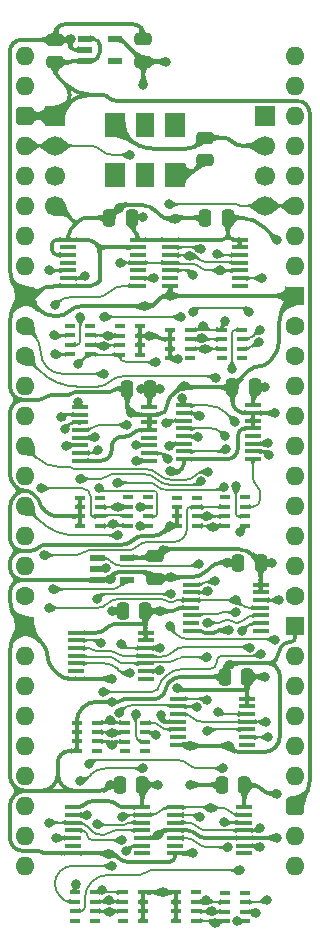
<source format=gtl>
%TF.GenerationSoftware,KiCad,Pcbnew,9.0.4*%
%TF.CreationDate,2025-09-20T19:48:02+02:00*%
%TF.ProjectId,Triple MPU Clock Generator,54726970-6c65-4204-9d50-5520436c6f63,V1*%
%TF.SameCoordinates,Original*%
%TF.FileFunction,Copper,L1,Top*%
%TF.FilePolarity,Positive*%
%FSLAX46Y46*%
G04 Gerber Fmt 4.6, Leading zero omitted, Abs format (unit mm)*
G04 Created by KiCad (PCBNEW 9.0.4) date 2025-09-20 19:48:02*
%MOMM*%
%LPD*%
G01*
G04 APERTURE LIST*
G04 Aperture macros list*
%AMRoundRect*
0 Rectangle with rounded corners*
0 $1 Rounding radius*
0 $2 $3 $4 $5 $6 $7 $8 $9 X,Y pos of 4 corners*
0 Add a 4 corners polygon primitive as box body*
4,1,4,$2,$3,$4,$5,$6,$7,$8,$9,$2,$3,0*
0 Add four circle primitives for the rounded corners*
1,1,$1+$1,$2,$3*
1,1,$1+$1,$4,$5*
1,1,$1+$1,$6,$7*
1,1,$1+$1,$8,$9*
0 Add four rect primitives between the rounded corners*
20,1,$1+$1,$2,$3,$4,$5,0*
20,1,$1+$1,$4,$5,$6,$7,0*
20,1,$1+$1,$6,$7,$8,$9,0*
20,1,$1+$1,$8,$9,$2,$3,0*%
G04 Aperture macros list end*
%TA.AperFunction,SMDPad,CuDef*%
%ADD10R,1.800000X2.000000*%
%TD*%
%TA.AperFunction,SMDPad,CuDef*%
%ADD11R,1.600000X2.000000*%
%TD*%
%TA.AperFunction,SMDPad,CuDef*%
%ADD12RoundRect,0.250000X-0.475000X0.250000X-0.475000X-0.250000X0.475000X-0.250000X0.475000X0.250000X0*%
%TD*%
%TA.AperFunction,SMDPad,CuDef*%
%ADD13RoundRect,0.250000X0.250000X0.475000X-0.250000X0.475000X-0.250000X-0.475000X0.250000X-0.475000X0*%
%TD*%
%TA.AperFunction,SMDPad,CuDef*%
%ADD14RoundRect,0.250000X0.475000X-0.250000X0.475000X0.250000X-0.475000X0.250000X-0.475000X-0.250000X0*%
%TD*%
%TA.AperFunction,SMDPad,CuDef*%
%ADD15R,0.950000X0.450000*%
%TD*%
%TA.AperFunction,SMDPad,CuDef*%
%ADD16R,1.150000X0.600000*%
%TD*%
%TA.AperFunction,SMDPad,CuDef*%
%ADD17R,0.900000X0.450000*%
%TD*%
%TA.AperFunction,SMDPad,CuDef*%
%ADD18R,1.475000X0.450000*%
%TD*%
%TA.AperFunction,ComponentPad*%
%ADD19C,1.700000*%
%TD*%
%TA.AperFunction,ComponentPad*%
%ADD20R,1.700000X1.700000*%
%TD*%
%TA.AperFunction,SMDPad,CuDef*%
%ADD21R,1.450000X0.450000*%
%TD*%
%TA.AperFunction,SMDPad,CuDef*%
%ADD22R,1.250000X0.600000*%
%TD*%
%TA.AperFunction,ComponentPad*%
%ADD23O,1.600000X1.600000*%
%TD*%
%TA.AperFunction,ComponentPad*%
%ADD24R,1.600000X1.600000*%
%TD*%
%TA.AperFunction,ComponentPad*%
%ADD25C,1.600000*%
%TD*%
%TA.AperFunction,ComponentPad*%
%ADD26RoundRect,0.400000X-0.400000X-0.400000X0.400000X-0.400000X0.400000X0.400000X-0.400000X0.400000X0*%
%TD*%
%TA.AperFunction,ViaPad*%
%ADD27C,0.800000*%
%TD*%
%TA.AperFunction,Conductor*%
%ADD28C,0.380000*%
%TD*%
%TA.AperFunction,Conductor*%
%ADD29C,0.200000*%
%TD*%
G04 APERTURE END LIST*
D10*
%TO.P,Y1,1,E/D*%
%TO.N,unconnected-(Y1-E{slash}D-Pad1)*%
X7620000Y-10101000D03*
D11*
%TO.P,Y1,2,NC*%
%TO.N,unconnected-(Y1-NC-Pad2)*%
X10160000Y-10101000D03*
D10*
%TO.P,Y1,3,GND*%
%TO.N,GND*%
X12700000Y-10101000D03*
%TO.P,Y1,4,OUT*%
%TO.N,CLK*%
X12700000Y-5901000D03*
D11*
%TO.P,Y1,5,OUT2*%
%TO.N,unconnected-(Y1-OUT2-Pad5)*%
X10160000Y-5901000D03*
D10*
%TO.P,Y1,6,3V*%
%TO.N,/3.3V*%
X7620000Y-5901000D03*
%TD*%
D12*
%TO.P,C8,1*%
%TO.N,/3.3V*%
X15240000Y-6940000D03*
%TO.P,C8,2*%
%TO.N,GND*%
X15240000Y-8840000D03*
%TD*%
D13*
%TO.P,C4,2*%
%TO.N,GND*%
X8305000Y-47020000D03*
%TO.P,C4,1*%
%TO.N,/3.3V*%
X10205000Y-47020000D03*
%TD*%
D14*
%TO.P,C10,2*%
%TO.N,GND*%
X2540000Y1347000D03*
%TO.P,C10,1*%
%TO.N,5V*%
X2540000Y-553000D03*
%TD*%
D15*
%TO.P,CN2,8,8*%
%TO.N,GND*%
X12309000Y-25603200D03*
%TO.P,CN2,7,7*%
X12309000Y-24803200D03*
%TO.P,CN2,6,6*%
X12309000Y-24003200D03*
%TO.P,CN2,5,5*%
X12309000Y-23203200D03*
%TO.P,CN2,4,4*%
%TO.N,/MA_{4s}*%
X14009000Y-23203200D03*
%TO.P,CN2,3,3*%
%TO.N,/MA_{2s}*%
X14009000Y-24003200D03*
%TO.P,CN2,2,2*%
%TO.N,/MA_{0s}*%
X14009000Y-24803200D03*
%TO.P,CN2,1,1*%
%TO.N,unconnected-(CN2-Pad1)*%
X14009000Y-25603200D03*
%TD*%
D16*
%TO.P,IC1,5,3.3VOut*%
%TO.N,/3.3V*%
X7650000Y1458000D03*
%TO.P,IC1,4,ADJ*%
%TO.N,unconnected-(IC1-ADJ-Pad4)*%
X7650000Y-442000D03*
%TO.P,IC1,3,EN*%
%TO.N,5V*%
X5050000Y-442000D03*
%TO.P,IC1,2,GND*%
%TO.N,GND*%
X5050000Y508000D03*
%TO.P,IC1,1,6VIn*%
%TO.N,5V*%
X5050000Y1458000D03*
%TD*%
D13*
%TO.P,C12,2*%
%TO.N,GND*%
X16687000Y-61722000D03*
%TO.P,C12,1*%
%TO.N,/3.3V*%
X18587000Y-61722000D03*
%TD*%
%TO.P,C14,2*%
%TO.N,GND*%
X17576000Y-28067000D03*
%TO.P,C14,1*%
%TO.N,/3.3V*%
X19476000Y-28067000D03*
%TD*%
D17*
%TO.P,RN3,8,R1*%
%TO.N,unconnected-(RN3-R1-Pad8)*%
X5549000Y-22880800D03*
%TO.P,RN3,7,R2*%
%TO.N,/~{CLK}_{s}*%
X5549000Y-23680800D03*
%TO.P,RN3,6,R3*%
%TO.N,/!(R\u2022CLK)_{s}*%
X5549000Y-24480800D03*
%TO.P,RN3,5,R4*%
%TO.N,/R\u2022CLK_{s}*%
X5549000Y-25280800D03*
%TO.P,RN3,4,R4*%
%TO.N,/R\u2022CLK*%
X3849000Y-25280800D03*
%TO.P,RN3,3,R3*%
%TO.N,/!(R\u2022CLK)*%
X3849000Y-24480800D03*
%TO.P,RN3,2,R2*%
%TO.N,/~{CLK}*%
X3849000Y-23680800D03*
%TO.P,RN3,1,R1*%
%TO.N,unconnected-(RN3-R1-Pad1)*%
X3849000Y-22880800D03*
%TD*%
D18*
%TO.P,IC3,14,3V*%
%TO.N,/3.3V*%
X10216000Y-48850000D03*
%TO.P,IC3,13,~{2RD}*%
X10216000Y-49500000D03*
%TO.P,IC3,12,2D*%
%TO.N,/MA_{1s}*%
X10216000Y-50150000D03*
%TO.P,IC3,11,2CP*%
%TO.N,/R\u2022CLK_{s}*%
X10216000Y-50800000D03*
%TO.P,IC3,10,~{2SD}*%
%TO.N,~{Reset}*%
X10216000Y-51450000D03*
%TO.P,IC3,9,2Q*%
%TO.N,/MA_{3}*%
X10216000Y-52100000D03*
%TO.P,IC3,8,~{2Q}*%
%TO.N,unconnected-(IC3B-~{2Q}-Pad8)*%
X10216000Y-52750000D03*
%TO.P,IC3,7,GND*%
%TO.N,GND*%
X4340000Y-52750000D03*
%TO.P,IC3,6,~{1Q}*%
%TO.N,unconnected-(IC3A-~{1Q}-Pad6)*%
X4340000Y-52100000D03*
%TO.P,IC3,5,1Q*%
%TO.N,/MA_{1}*%
X4340000Y-51450000D03*
%TO.P,IC3,4,~{1SD}*%
%TO.N,~{Reset}*%
X4340000Y-50800000D03*
%TO.P,IC3,3,1CP*%
%TO.N,/R\u2022CLK_{s}*%
X4340000Y-50150000D03*
%TO.P,IC3,2,1D*%
%TO.N,/MA_{5s}*%
X4340000Y-49500000D03*
%TO.P,IC3,1,~{1RD}*%
%TO.N,/3.3V*%
X4340000Y-48850000D03*
%TD*%
D13*
%TO.P,C6,2*%
%TO.N,GND*%
X15290000Y-13716000D03*
%TO.P,C6,1*%
%TO.N,/3.3V*%
X17190000Y-13716000D03*
%TD*%
%TO.P,C7,2*%
%TO.N,GND*%
X8051000Y-61722000D03*
%TO.P,C7,1*%
%TO.N,/3.3V*%
X9951000Y-61722000D03*
%TD*%
D17*
%TO.P,RN7,8,R1*%
%TO.N,unconnected-(RN7-R1-Pad8)*%
X8460000Y-58877200D03*
%TO.P,RN7,7,R2*%
%TO.N,/MA_{1s}*%
X8460000Y-58077200D03*
%TO.P,RN7,6,R3*%
%TO.N,/MA_{3s}*%
X8460000Y-57277200D03*
%TO.P,RN7,5,R4*%
%TO.N,/MA_{5s}*%
X8460000Y-56477200D03*
%TO.P,RN7,4,R4*%
%TO.N,/MA_{5}*%
X10160000Y-56477200D03*
%TO.P,RN7,3,R3*%
%TO.N,/MA_{3}*%
X10160000Y-57277200D03*
%TO.P,RN7,2,R2*%
%TO.N,/MA_{1}*%
X10160000Y-58077200D03*
%TO.P,RN7,1,R1*%
%TO.N,unconnected-(RN7-R1-Pad1)*%
X10160000Y-58877200D03*
%TD*%
D18*
%TO.P,IC4,14,3V*%
%TO.N,/3.3V*%
X9940000Y-63627000D03*
%TO.P,IC4,13,~{2RD}*%
%TO.N,~{Reset}*%
X9940000Y-64277000D03*
%TO.P,IC4,12,2D*%
%TO.N,/CK_{0s}*%
X9940000Y-64927000D03*
%TO.P,IC4,11,2CP*%
%TO.N,/!(R\u2022CLK)_{s}*%
X9940000Y-65577000D03*
%TO.P,IC4,10,~{2SD}*%
%TO.N,/3.3V*%
X9940000Y-66227000D03*
%TO.P,IC4,9,2Q*%
%TO.N,/CK_{2}*%
X9940000Y-66877000D03*
%TO.P,IC4,8,~{2Q}*%
%TO.N,unconnected-(IC4B-~{2Q}-Pad8)*%
X9940000Y-67527000D03*
%TO.P,IC4,7,GND*%
%TO.N,GND*%
X4064000Y-67527000D03*
%TO.P,IC4,6,~{1Q}*%
%TO.N,unconnected-(IC4A-~{1Q}-Pad6)*%
X4064000Y-66877000D03*
%TO.P,IC4,5,1Q*%
%TO.N,/CK_{0}*%
X4064000Y-66227000D03*
%TO.P,IC4,4,~{1SD}*%
%TO.N,~{Reset}*%
X4064000Y-65577000D03*
%TO.P,IC4,3,1CP*%
%TO.N,/!(R\u2022CLK)_{s}*%
X4064000Y-64927000D03*
%TO.P,IC4,2,1D*%
%TO.N,/CK_{4s}*%
X4064000Y-64277000D03*
%TO.P,IC4,1,~{1RD}*%
%TO.N,/3.3V*%
X4064000Y-63627000D03*
%TD*%
%TO.P,IC2,14,3V*%
%TO.N,/3.3V*%
X18178000Y-15576000D03*
%TO.P,IC2,13,~{2RD}*%
X18178000Y-16226000D03*
%TO.P,IC2,12,2D*%
%TO.N,/MA_{0s}*%
X18178000Y-16876000D03*
%TO.P,IC2,11,2CP*%
%TO.N,/!(R\u2022CLK)_{s}*%
X18178000Y-17526000D03*
%TO.P,IC2,10,~{2SD}*%
%TO.N,~{Reset}*%
X18178000Y-18176000D03*
%TO.P,IC2,9,2Q*%
%TO.N,/MA_{2}*%
X18178000Y-18826000D03*
%TO.P,IC2,8,~{2Q}*%
%TO.N,unconnected-(IC2B-~{2Q}-Pad8)*%
X18178000Y-19476000D03*
%TO.P,IC2,7,GND*%
%TO.N,GND*%
X12302000Y-19476000D03*
%TO.P,IC2,6,~{1Q}*%
%TO.N,unconnected-(IC2A-~{1Q}-Pad6)*%
X12302000Y-18826000D03*
%TO.P,IC2,5,1Q*%
%TO.N,/MA_{0}*%
X12302000Y-18176000D03*
%TO.P,IC2,4,~{1SD}*%
%TO.N,~{Reset}*%
X12302000Y-17526000D03*
%TO.P,IC2,3,1CP*%
%TO.N,/!(R\u2022CLK)_{s}*%
X12302000Y-16876000D03*
%TO.P,IC2,2,1D*%
%TO.N,/MA_{4s}*%
X12302000Y-16226000D03*
%TO.P,IC2,1,~{1RD}*%
%TO.N,/3.3V*%
X12302000Y-15576000D03*
%TD*%
D13*
%TO.P,C2,2*%
%TO.N,GND*%
X7162000Y-13716000D03*
%TO.P,C2,1*%
%TO.N,/3.3V*%
X9062000Y-13716000D03*
%TD*%
D15*
%TO.P,CN8,8,8*%
%TO.N,GND*%
X4650000Y-39807999D03*
%TO.P,CN8,7,7*%
X4650000Y-39007999D03*
%TO.P,CN8,6,6*%
X4650000Y-38207999D03*
%TO.P,CN8,5,5*%
X4650000Y-37407999D03*
%TO.P,CN8,4,4*%
%TO.N,unconnected-(CN8-Pad4)*%
X6350000Y-37407999D03*
%TO.P,CN8,3,3*%
%TO.N,~{MPU Clock2}*%
X6350000Y-38207999D03*
%TO.P,CN8,2,2*%
%TO.N,~{MPU Clock1}*%
X6350000Y-39007999D03*
%TO.P,CN8,1,1*%
%TO.N,~{MPU Clock0}*%
X6350000Y-39807999D03*
%TD*%
D14*
%TO.P,C11,2*%
%TO.N,GND*%
X10033000Y1413000D03*
%TO.P,C11,1*%
%TO.N,/3.3V*%
X10033000Y-487000D03*
%TD*%
D19*
%TO.P,J5,4,Pin_4*%
%TO.N,CLK*%
X20320000Y-12700000D03*
%TO.P,J5,3,Pin_3*%
%TO.N,unconnected-(J5-Pin_3-Pad3)*%
X20320000Y-10160000D03*
%TO.P,J5,2,Pin_2*%
%TO.N,/3.3V*%
X20320000Y-7620000D03*
D20*
%TO.P,J5,1,Pin_1*%
%TO.N,unconnected-(J5-Pin_1-Pad1)*%
X20320000Y-5080000D03*
%TD*%
D17*
%TO.P,RN2,8,R1*%
%TO.N,unconnected-(RN2-R1-Pad8)*%
X18630000Y-37388800D03*
%TO.P,RN2,7,R2*%
%TO.N,Net-(IC7-3Y)*%
X18630000Y-38188800D03*
%TO.P,RN2,6,R3*%
%TO.N,Net-(IC7-2Y)*%
X18630000Y-38988800D03*
%TO.P,RN2,5,R4*%
%TO.N,Net-(IC7-1Y)*%
X18630000Y-39788800D03*
%TO.P,RN2,4,R4*%
%TO.N,~{Main Access0}*%
X16930000Y-39788800D03*
%TO.P,RN2,3,R3*%
%TO.N,~{Main Access1}*%
X16930000Y-38988800D03*
%TO.P,RN2,2,R2*%
%TO.N,~{Main Access2}*%
X16930000Y-38188800D03*
%TO.P,RN2,1,R1*%
%TO.N,unconnected-(RN2-R1-Pad1)*%
X16930000Y-37388800D03*
%TD*%
D18*
%TO.P,IC6,14,3V*%
%TO.N,/3.3V*%
X19956000Y-44786000D03*
%TO.P,IC6,13,~{2RD}*%
X19956000Y-45436000D03*
%TO.P,IC6,12,2D*%
%TO.N,/CK_{2s}*%
X19956000Y-46086000D03*
%TO.P,IC6,11,2CP*%
%TO.N,/!(R\u2022CLK)_{s}*%
X19956000Y-46736000D03*
%TO.P,IC6,10,~{2SD}*%
%TO.N,~{Reset}*%
X19956000Y-47386000D03*
%TO.P,IC6,9,2Q*%
%TO.N,/CK_{4}*%
X19956000Y-48036000D03*
%TO.P,IC6,8,~{2Q}*%
%TO.N,unconnected-(IC6B-~{2Q}-Pad8)*%
X19956000Y-48686000D03*
%TO.P,IC6,7,GND*%
%TO.N,GND*%
X14080000Y-48686000D03*
%TO.P,IC6,6,~{1Q}*%
%TO.N,unconnected-(IC6A-~{1Q}-Pad6)*%
X14080000Y-48036000D03*
%TO.P,IC6,5,1Q*%
%TO.N,/MA_{4}*%
X14080000Y-47386000D03*
%TO.P,IC6,4,~{1SD}*%
%TO.N,/3.3V*%
X14080000Y-46736000D03*
%TO.P,IC6,3,1CP*%
%TO.N,/!(R\u2022CLK)_{s}*%
X14080000Y-46086000D03*
%TO.P,IC6,2,1D*%
%TO.N,/MA_{2s}*%
X14080000Y-45436000D03*
%TO.P,IC6,1,~{1RD}*%
%TO.N,~{Reset}*%
X14080000Y-44786000D03*
%TD*%
D19*
%TO.P,J4,4,Pin_4*%
%TO.N,GND*%
X2540000Y-12700000D03*
%TO.P,J4,3,Pin_3*%
%TO.N,unconnected-(J4-Pin_3-Pad3)*%
X2540000Y-10160000D03*
%TO.P,J4,2,Pin_2*%
%TO.N,~{Reset}*%
X2540000Y-7620000D03*
D20*
%TO.P,J4,1,Pin_1*%
%TO.N,5V*%
X2540000Y-5080000D03*
%TD*%
D21*
%TO.P,IC7,16,3V*%
%TO.N,/3.3V*%
X19308000Y-29602000D03*
%TO.P,IC7,15,~{E}*%
%TO.N,GND*%
X19308000Y-30252000D03*
%TO.P,IC7,14,4I0*%
X19308000Y-30902000D03*
%TO.P,IC7,13,4I1*%
X19308000Y-31552000D03*
%TO.P,IC7,12,4Y*%
%TO.N,unconnected-(IC7-4Y-Pad12)*%
X19308000Y-32202000D03*
%TO.P,IC7,11,3I0*%
%TO.N,/MA_{4s}*%
X19308000Y-32852000D03*
%TO.P,IC7,10,3I1*%
%TO.N,/MA_{5s}*%
X19308000Y-33502000D03*
%TO.P,IC7,9,3Y*%
%TO.N,Net-(IC7-3Y)*%
X19308000Y-34152000D03*
%TO.P,IC7,8,GND*%
%TO.N,GND*%
X13458000Y-34152000D03*
%TO.P,IC7,7,2Y*%
%TO.N,Net-(IC7-2Y)*%
X13458000Y-33502000D03*
%TO.P,IC7,6,2I1*%
%TO.N,/MA_{3s}*%
X13458000Y-32852000D03*
%TO.P,IC7,5,2I0*%
%TO.N,/MA_{2s}*%
X13458000Y-32202000D03*
%TO.P,IC7,4,1Y*%
%TO.N,Net-(IC7-1Y)*%
X13458000Y-31552000D03*
%TO.P,IC7,3,1I1*%
%TO.N,/MA_{1s}*%
X13458000Y-30902000D03*
%TO.P,IC7,2,1I0*%
%TO.N,/MA_{0s}*%
X13458000Y-30252000D03*
%TO.P,IC7,1,S*%
%TO.N,/R\u2022CLK_{s}*%
X13458000Y-29602000D03*
%TD*%
D17*
%TO.P,RN6,8,R1*%
%TO.N,unconnected-(RN6-R1-Pad8)*%
X16676000Y-25603200D03*
%TO.P,RN6,7,R2*%
%TO.N,/MA_{0s}*%
X16676000Y-24803200D03*
%TO.P,RN6,6,R3*%
%TO.N,/MA_{2s}*%
X16676000Y-24003200D03*
%TO.P,RN6,5,R4*%
%TO.N,/MA_{4s}*%
X16676000Y-23203200D03*
%TO.P,RN6,4,R4*%
%TO.N,/MA_{4}*%
X18376000Y-23203200D03*
%TO.P,RN6,3,R3*%
%TO.N,/MA_{2}*%
X18376000Y-24003200D03*
%TO.P,RN6,2,R2*%
%TO.N,/MA_{0}*%
X18376000Y-24803200D03*
%TO.P,RN6,1,R1*%
%TO.N,unconnected-(RN6-R1-Pad1)*%
X18376000Y-25603200D03*
%TD*%
D18*
%TO.P,IC10,14,3V*%
%TO.N,/3.3V*%
X18813000Y-54438000D03*
%TO.P,IC10,13,~{2RD}*%
X18813000Y-55088000D03*
%TO.P,IC10,12,2D*%
%TO.N,/CK_{3s}*%
X18813000Y-55738000D03*
%TO.P,IC10,11,2CP*%
%TO.N,/R\u2022CLK_{s}*%
X18813000Y-56388000D03*
%TO.P,IC10,10,~{2SD}*%
%TO.N,~{Reset}*%
X18813000Y-57038000D03*
%TO.P,IC10,9,2Q*%
%TO.N,/CK_{5}*%
X18813000Y-57688000D03*
%TO.P,IC10,8,~{2Q}*%
%TO.N,unconnected-(IC10B-~{2Q}-Pad8)*%
X18813000Y-58338000D03*
%TO.P,IC10,7,GND*%
%TO.N,GND*%
X12937000Y-58338000D03*
%TO.P,IC10,6,~{1Q}*%
%TO.N,unconnected-(IC10A-~{1Q}-Pad6)*%
X12937000Y-57688000D03*
%TO.P,IC10,5,1Q*%
%TO.N,/MA_{5}*%
X12937000Y-57038000D03*
%TO.P,IC10,4,~{1SD}*%
%TO.N,/3.3V*%
X12937000Y-56388000D03*
%TO.P,IC10,3,1CP*%
%TO.N,/R\u2022CLK_{s}*%
X12937000Y-55738000D03*
%TO.P,IC10,2,1D*%
%TO.N,/MA_{3s}*%
X12937000Y-55088000D03*
%TO.P,IC10,1,~{1RD}*%
%TO.N,~{Reset}*%
X12937000Y-54438000D03*
%TD*%
D17*
%TO.P,RN8,8,R1*%
%TO.N,/CK_{0s}*%
X5930000Y-70815800D03*
%TO.P,RN8,7,R2*%
%TO.N,/CK_{2s}*%
X5930000Y-71615800D03*
%TO.P,RN8,6,R3*%
%TO.N,/CK_{4s}*%
X5930000Y-72415800D03*
%TO.P,RN8,5,R4*%
%TO.N,unconnected-(RN8-R4-Pad5)*%
X5930000Y-73215800D03*
%TO.P,RN8,4,R4*%
%TO.N,unconnected-(RN8-R4-Pad4)*%
X4230000Y-73215800D03*
%TO.P,RN8,3,R3*%
%TO.N,/CK_{4}*%
X4230000Y-72415800D03*
%TO.P,RN8,2,R2*%
%TO.N,/CK_{2}*%
X4230000Y-71615800D03*
%TO.P,RN8,1,R1*%
%TO.N,/CK_{0}*%
X4230000Y-70815800D03*
%TD*%
D18*
%TO.P,IC5,14,3V*%
%TO.N,/3.3V*%
X18576000Y-63627000D03*
%TO.P,IC5,13,~{2RD}*%
%TO.N,~{Reset}*%
X18576000Y-64277000D03*
%TO.P,IC5,12,2D*%
%TO.N,/CK_{1s}*%
X18576000Y-64927000D03*
%TO.P,IC5,11,2CP*%
%TO.N,/R\u2022CLK_{s}*%
X18576000Y-65577000D03*
%TO.P,IC5,10,~{2SD}*%
%TO.N,/3.3V*%
X18576000Y-66227000D03*
%TO.P,IC5,9,2Q*%
%TO.N,/CK_{3}*%
X18576000Y-66877000D03*
%TO.P,IC5,8,~{2Q}*%
%TO.N,unconnected-(IC5B-~{2Q}-Pad8)*%
X18576000Y-67527000D03*
%TO.P,IC5,7,GND*%
%TO.N,GND*%
X12700000Y-67527000D03*
%TO.P,IC5,6,~{1Q}*%
%TO.N,unconnected-(IC5A-~{1Q}-Pad6)*%
X12700000Y-66877000D03*
%TO.P,IC5,5,1Q*%
%TO.N,/CK_{1}*%
X12700000Y-66227000D03*
%TO.P,IC5,4,~{1SD}*%
%TO.N,/3.3V*%
X12700000Y-65577000D03*
%TO.P,IC5,3,1CP*%
%TO.N,/R\u2022CLK_{s}*%
X12700000Y-64927000D03*
%TO.P,IC5,2,1D*%
%TO.N,/CK_{5s}*%
X12700000Y-64277000D03*
%TO.P,IC5,1,~{1RD}*%
%TO.N,~{Reset}*%
X12700000Y-63627000D03*
%TD*%
D15*
%TO.P,CN5,8,8*%
%TO.N,GND*%
X12778000Y-73235000D03*
%TO.P,CN5,7,7*%
X12778000Y-72435000D03*
%TO.P,CN5,6,6*%
X12778000Y-71635000D03*
%TO.P,CN5,5,5*%
X12778000Y-70835000D03*
%TO.P,CN5,4,4*%
%TO.N,unconnected-(CN5-Pad4)*%
X14478000Y-70835000D03*
%TO.P,CN5,3,3*%
%TO.N,/CK_{5s}*%
X14478000Y-71635000D03*
%TO.P,CN5,2,2*%
%TO.N,/CK_{3s}*%
X14478000Y-72435000D03*
%TO.P,CN5,1,1*%
%TO.N,/CK_{1s}*%
X14478000Y-73235000D03*
%TD*%
%TO.P,CN1,8,8*%
%TO.N,GND*%
X9740000Y-22900000D03*
%TO.P,CN1,7,7*%
X9740000Y-23700000D03*
%TO.P,CN1,6,6*%
X9740000Y-24500000D03*
%TO.P,CN1,5,5*%
X9740000Y-25300000D03*
%TO.P,CN1,4,4*%
%TO.N,/R\u2022CLK_{s}*%
X8040000Y-25300000D03*
%TO.P,CN1,3,3*%
%TO.N,/!(R\u2022CLK)_{s}*%
X8040000Y-24500000D03*
%TO.P,CN1,2,2*%
%TO.N,/~{CLK}_{s}*%
X8040000Y-23700000D03*
%TO.P,CN1,1,1*%
%TO.N,unconnected-(CN1-Pad1)*%
X8040000Y-22900000D03*
%TD*%
%TO.P,CN7,8,8*%
%TO.N,GND*%
X12866000Y-39807999D03*
%TO.P,CN7,7,7*%
X12866000Y-39007999D03*
%TO.P,CN7,6,6*%
X12866000Y-38207999D03*
%TO.P,CN7,5,5*%
%TO.N,unconnected-(CN7-Pad5)*%
X12866000Y-37407999D03*
%TO.P,CN7,4,4*%
%TO.N,unconnected-(CN7-Pad4)*%
X14566000Y-37407999D03*
%TO.P,CN7,3,3*%
%TO.N,~{Main Access2}*%
X14566000Y-38207999D03*
%TO.P,CN7,2,2*%
%TO.N,~{Main Access1}*%
X14566000Y-39007999D03*
%TO.P,CN7,1,1*%
%TO.N,~{Main Access0}*%
X14566000Y-39807999D03*
%TD*%
D21*
%TO.P,IC11,16,3V*%
%TO.N,/3.3V*%
X10545000Y-29729000D03*
%TO.P,IC11,15,~{E}*%
%TO.N,GND*%
X10545000Y-30379000D03*
%TO.P,IC11,14,4I0*%
X10545000Y-31029000D03*
%TO.P,IC11,13,4I1*%
X10545000Y-31679000D03*
%TO.P,IC11,12,4Y*%
%TO.N,unconnected-(IC11-4Y-Pad12)*%
X10545000Y-32329000D03*
%TO.P,IC11,11,3I0*%
%TO.N,/CK_{4s}*%
X10545000Y-32979000D03*
%TO.P,IC11,10,3I1*%
%TO.N,/CK_{5s}*%
X10545000Y-33629000D03*
%TO.P,IC11,9,3Y*%
%TO.N,Net-(IC11-3Y)*%
X10545000Y-34279000D03*
%TO.P,IC11,8,GND*%
%TO.N,GND*%
X4695000Y-34279000D03*
%TO.P,IC11,7,2Y*%
%TO.N,Net-(IC11-2Y)*%
X4695000Y-33629000D03*
%TO.P,IC11,6,2I1*%
%TO.N,/CK_{3s}*%
X4695000Y-32979000D03*
%TO.P,IC11,5,2I0*%
%TO.N,/CK_{2s}*%
X4695000Y-32329000D03*
%TO.P,IC11,4,1Y*%
%TO.N,Net-(IC11-1Y)*%
X4695000Y-31679000D03*
%TO.P,IC11,3,1I1*%
%TO.N,/CK_{1s}*%
X4695000Y-31029000D03*
%TO.P,IC11,2,1I0*%
%TO.N,/CK_{0s}*%
X4695000Y-30379000D03*
%TO.P,IC11,1,S*%
%TO.N,/R\u2022CLK_{s}*%
X4695000Y-29729000D03*
%TD*%
D22*
%TO.P,IC12,5,3V*%
%TO.N,/3.3V*%
X8616000Y-42484000D03*
%TO.P,IC12,4,Y*%
%TO.N,/R\u2022CLK*%
X8616000Y-44384000D03*
%TO.P,IC12,3,GND*%
%TO.N,GND*%
X6116000Y-44384000D03*
%TO.P,IC12,2,A*%
%TO.N,/~{CLK}_{s}*%
X6116000Y-43434000D03*
%TO.P,IC12,1,B*%
%TO.N,~{Reset}*%
X6116000Y-42484000D03*
%TD*%
D13*
%TO.P,C13,2*%
%TO.N,GND*%
X8686000Y-28194000D03*
%TO.P,C13,1*%
%TO.N,/3.3V*%
X10586000Y-28194000D03*
%TD*%
D17*
%TO.P,RN9,8,R1*%
%TO.N,/CK_{1s}*%
X16930000Y-73254200D03*
%TO.P,RN9,7,R2*%
%TO.N,/CK_{3s}*%
X16930000Y-72454200D03*
%TO.P,RN9,6,R3*%
%TO.N,/CK_{5s}*%
X16930000Y-71654200D03*
%TO.P,RN9,5,R4*%
%TO.N,unconnected-(RN9-R4-Pad5)*%
X16930000Y-70854200D03*
%TO.P,RN9,4,R4*%
%TO.N,unconnected-(RN9-R4-Pad4)*%
X18630000Y-70854200D03*
%TO.P,RN9,3,R3*%
%TO.N,/CK_{5}*%
X18630000Y-71654200D03*
%TO.P,RN9,2,R2*%
%TO.N,/CK_{3}*%
X18630000Y-72454200D03*
%TO.P,RN9,1,R1*%
%TO.N,/CK_{1}*%
X18630000Y-73254200D03*
%TD*%
D15*
%TO.P,CN3,8,8*%
%TO.N,GND*%
X4396000Y-58858000D03*
%TO.P,CN3,7,7*%
X4396000Y-58058000D03*
%TO.P,CN3,6,6*%
X4396000Y-57258000D03*
%TO.P,CN3,5,5*%
X4396000Y-56458000D03*
%TO.P,CN3,4,4*%
%TO.N,/MA_{5s}*%
X6096000Y-56458000D03*
%TO.P,CN3,3,3*%
%TO.N,/MA_{3s}*%
X6096000Y-57258000D03*
%TO.P,CN3,2,2*%
%TO.N,/MA_{1s}*%
X6096000Y-58058000D03*
%TO.P,CN3,1,1*%
%TO.N,unconnected-(CN3-Pad1)*%
X6096000Y-58858000D03*
%TD*%
D13*
%TO.P,C3,2*%
%TO.N,GND*%
X16941000Y-52578000D03*
%TO.P,C3,1*%
%TO.N,/3.3V*%
X18841000Y-52578000D03*
%TD*%
%TO.P,C5,2*%
%TO.N,GND*%
X18084000Y-42926000D03*
%TO.P,C5,1*%
%TO.N,/3.3V*%
X19984000Y-42926000D03*
%TD*%
D18*
%TO.P,IC13,14,3V*%
%TO.N,/3.3V*%
X9542000Y-15576000D03*
%TO.P,IC13,13,6A*%
%TO.N,GND*%
X9542000Y-16226000D03*
%TO.P,IC13,12,6Y*%
%TO.N,unconnected-(IC13-6Y-Pad12)*%
X9542000Y-16876000D03*
%TO.P,IC13,11,5A*%
%TO.N,~{Reset}*%
X9542000Y-17526000D03*
%TO.P,IC13,10,5Y*%
%TO.N,unconnected-(IC13-5Y-Pad10)*%
X9542000Y-18176000D03*
%TO.P,IC13,9,4A*%
%TO.N,CLK*%
X9542000Y-18826000D03*
%TO.P,IC13,8,4Y*%
%TO.N,/~{CLK}*%
X9542000Y-19476000D03*
%TO.P,IC13,7,GND*%
%TO.N,GND*%
X3666000Y-19476000D03*
%TO.P,IC13,6,3Y*%
%TO.N,/!(R\u2022CLK)*%
X3666000Y-18826000D03*
%TO.P,IC13,5,3A*%
%TO.N,/R\u2022CLK*%
X3666000Y-18176000D03*
%TO.P,IC13,4,2Y*%
%TO.N,unconnected-(IC13-2Y-Pad4)*%
X3666000Y-17526000D03*
%TO.P,IC13,3,2A*%
%TO.N,GND*%
X3666000Y-16876000D03*
%TO.P,IC13,2,1Y*%
%TO.N,unconnected-(IC13-1Y-Pad2)*%
X3666000Y-16226000D03*
%TO.P,IC13,1,1A*%
%TO.N,GND*%
X3666000Y-15576000D03*
%TD*%
D15*
%TO.P,CN4,8,8*%
%TO.N,GND*%
X9994000Y-70835000D03*
%TO.P,CN4,7,7*%
X9994000Y-71635000D03*
%TO.P,CN4,6,6*%
X9994000Y-72435000D03*
%TO.P,CN4,5,5*%
X9994000Y-73235000D03*
%TO.P,CN4,4,4*%
%TO.N,unconnected-(CN4-Pad4)*%
X8294000Y-73235000D03*
%TO.P,CN4,3,3*%
%TO.N,/CK_{4s}*%
X8294000Y-72435000D03*
%TO.P,CN4,2,2*%
%TO.N,/CK_{2s}*%
X8294000Y-71635000D03*
%TO.P,CN4,1,1*%
%TO.N,/CK_{0s}*%
X8294000Y-70835000D03*
%TD*%
D17*
%TO.P,RN4,8,R1*%
%TO.N,unconnected-(RN4-R1-Pad8)*%
X10413999Y-37388799D03*
%TO.P,RN4,7,R2*%
%TO.N,Net-(IC11-3Y)*%
X10413999Y-38188799D03*
%TO.P,RN4,6,R3*%
%TO.N,Net-(IC11-2Y)*%
X10413999Y-38988799D03*
%TO.P,RN4,5,R4*%
%TO.N,Net-(IC11-1Y)*%
X10413999Y-39788799D03*
%TO.P,RN4,4,R4*%
%TO.N,~{MPU Clock0}*%
X8713999Y-39788799D03*
%TO.P,RN4,3,R3*%
%TO.N,~{MPU Clock1}*%
X8713999Y-38988799D03*
%TO.P,RN4,2,R2*%
%TO.N,~{MPU Clock2}*%
X8713999Y-38188799D03*
%TO.P,RN4,1,R1*%
%TO.N,unconnected-(RN4-R1-Pad1)*%
X8713999Y-37388799D03*
%TD*%
D12*
%TO.P,C1,2*%
%TO.N,GND*%
X11049000Y-44273000D03*
%TO.P,C1,1*%
%TO.N,/3.3V*%
X11049000Y-42373000D03*
%TD*%
D23*
%TO.P,J2,56,Pin_56*%
%TO.N,unconnected-(J2-Pin_56-Pad56)*%
X22860000Y0D03*
%TO.P,J2,55,Pin_55*%
%TO.N,unconnected-(J2-Pin_55-Pad55)*%
X22860000Y-2540000D03*
%TO.P,J2,54,Pin_54*%
%TO.N,unconnected-(J2-Pin_54-Pad54)*%
X22860000Y-5080000D03*
%TO.P,J2,53,Pin_53*%
%TO.N,unconnected-(J2-Pin_53-Pad53)*%
X22860000Y-7620000D03*
%TO.P,J2,52,Pin_52*%
%TO.N,unconnected-(J2-Pin_52-Pad52)*%
X22860000Y-10160000D03*
%TO.P,J2,51,Pin_51*%
%TO.N,CLK*%
X22860000Y-12700000D03*
%TO.P,J2,50,Pin_50*%
%TO.N,unconnected-(J2-Pin_50-Pad50)*%
X22860000Y-15240000D03*
%TO.P,J2,49,Pin_49*%
%TO.N,unconnected-(J2-Pin_49-Pad49)*%
X22860000Y-17780000D03*
D24*
%TO.P,J2,48,Pin_48*%
%TO.N,GND*%
X22860000Y-20320000D03*
D25*
%TO.P,J2,47,Pin_47*%
%TO.N,unconnected-(J2-Pin_47-Pad47)*%
X22860000Y-22860000D03*
%TO.P,J2,46,Pin_46*%
%TO.N,unconnected-(J2-Pin_46-Pad46)*%
X22860000Y-25400000D03*
D23*
%TO.P,J2,45,Pin_45*%
%TO.N,unconnected-(J2-Pin_45-Pad45)*%
X22860000Y-27940000D03*
%TO.P,J2,44,Pin_44*%
%TO.N,unconnected-(J2-Pin_44-Pad44)*%
X22860000Y-30480000D03*
%TO.P,J2,43,Pin_43*%
%TO.N,unconnected-(J2-Pin_43-Pad43)*%
X22860000Y-33020000D03*
%TO.P,J2,42,Pin_42*%
%TO.N,unconnected-(J2-Pin_42-Pad42)*%
X22860000Y-35560000D03*
%TO.P,J2,41,Pin_41*%
%TO.N,unconnected-(J2-Pin_41-Pad41)*%
X22860000Y-38100000D03*
%TO.P,J2,40,Pin_40*%
%TO.N,unconnected-(J2-Pin_40-Pad40)*%
X22860000Y-40640000D03*
%TO.P,J2,39,Pin_39*%
%TO.N,unconnected-(J2-Pin_39-Pad39)*%
X22860000Y-43180000D03*
D25*
%TO.P,J2,38,Pin_38*%
%TO.N,unconnected-(J2-Pin_38-Pad38)*%
X22860000Y-45720000D03*
D24*
%TO.P,J2,37,Pin_37*%
%TO.N,GND*%
X22860000Y-48260000D03*
D23*
%TO.P,J2,36,Pin_36*%
%TO.N,unconnected-(J2-Pin_36-Pad36)*%
X22860000Y-50800000D03*
%TO.P,J2,35,Pin_35*%
%TO.N,unconnected-(J2-Pin_35-Pad35)*%
X22860000Y-53340000D03*
%TO.P,J2,34,Pin_34*%
%TO.N,unconnected-(J2-Pin_34-Pad34)*%
X22860000Y-55880000D03*
%TO.P,J2,33,Pin_33*%
%TO.N,unconnected-(J2-Pin_33-Pad33)*%
X22860000Y-58420000D03*
%TO.P,J2,32,Pin_32*%
%TO.N,unconnected-(J2-Pin_32-Pad32)*%
X22860000Y-60960000D03*
D26*
%TO.P,J2,31,Pin_31*%
%TO.N,5V*%
X22860000Y-63500000D03*
D23*
%TO.P,J2,30,Pin_30*%
%TO.N,unconnected-(J2-Pin_30-Pad30)*%
X22860000Y-66040000D03*
%TO.P,J2,29,Pin_29*%
%TO.N,unconnected-(J2-Pin_29-Pad29)*%
X22860000Y-68580000D03*
%TO.P,J2,28,Pin_28*%
%TO.N,unconnected-(J2-Pin_28-Pad28)*%
X0Y-68580000D03*
%TO.P,J2,27,Pin_27*%
%TO.N,unconnected-(J2-Pin_27-Pad27)*%
X0Y-66040000D03*
%TO.P,J2,26,Pin_26*%
%TO.N,unconnected-(J2-Pin_26-Pad26)*%
X0Y-63500000D03*
%TO.P,J2,25,Pin_25*%
%TO.N,unconnected-(J2-Pin_25-Pad25)*%
X0Y-60960000D03*
%TO.P,J2,24,Pin_24*%
%TO.N,unconnected-(J2-Pin_24-Pad24)*%
X0Y-58420000D03*
%TO.P,J2,23,Pin_23*%
%TO.N,unconnected-(J2-Pin_23-Pad23)*%
X0Y-55880000D03*
%TO.P,J2,22,Pin_22*%
%TO.N,unconnected-(J2-Pin_22-Pad22)*%
X0Y-53340000D03*
%TO.P,J2,21,Pin_21*%
%TO.N,unconnected-(J2-Pin_21-Pad21)*%
X0Y-50800000D03*
D24*
%TO.P,J2,20,Pin_20*%
%TO.N,GND*%
X0Y-48260000D03*
D25*
%TO.P,J2,19,Pin_19*%
%TO.N,unconnected-(J2-Pin_19-Pad19)*%
X0Y-45720000D03*
D23*
%TO.P,J2,18,Pin_18*%
%TO.N,unconnected-(J2-Pin_18-Pad18)*%
X0Y-43180000D03*
%TO.P,J2,17,Pin_17*%
%TO.N,~{Main Access2}*%
X0Y-40640000D03*
%TO.P,J2,16,Pin_16*%
%TO.N,~{MPU Clock2}*%
X0Y-38100000D03*
%TO.P,J2,15,Pin_15*%
%TO.N,unconnected-(J2-Pin_15-Pad15)*%
X0Y-35560000D03*
%TO.P,J2,14,Pin_14*%
%TO.N,~{Main Access1}*%
X0Y-33020000D03*
%TO.P,J2,13,Pin_13*%
%TO.N,~{MPU Clock1}*%
X0Y-30480000D03*
%TO.P,J2,12,Pin_12*%
%TO.N,unconnected-(J2-Pin_12-Pad12)*%
X0Y-27940000D03*
D25*
%TO.P,J2,11,Pin_11*%
%TO.N,~{Main Access0}*%
X0Y-25400000D03*
%TO.P,J2,10,Pin_10*%
%TO.N,~{MPU Clock0}*%
X0Y-22860000D03*
D24*
%TO.P,J2,9,Pin_9*%
%TO.N,GND*%
X0Y-20320000D03*
D23*
%TO.P,J2,8,Pin_8*%
%TO.N,unconnected-(J2-Pin_8-Pad8)*%
X0Y-17780000D03*
%TO.P,J2,7,Pin_7*%
%TO.N,unconnected-(J2-Pin_7-Pad7)*%
X0Y-15240000D03*
%TO.P,J2,6,Pin_6*%
%TO.N,unconnected-(J2-Pin_6-Pad6)*%
X0Y-12700000D03*
%TO.P,J2,5,Pin_5*%
%TO.N,unconnected-(J2-Pin_5-Pad5)*%
X0Y-10160000D03*
%TO.P,J2,4,Pin_4*%
%TO.N,~{Reset}*%
X0Y-7620000D03*
D26*
%TO.P,J2,3,Pin_3*%
%TO.N,5V*%
X0Y-5080000D03*
D23*
%TO.P,J2,2,Pin_2*%
%TO.N,unconnected-(J2-Pin_2-Pad2)*%
X0Y-2540000D03*
%TO.P,J2,1,Pin_1*%
%TO.N,unconnected-(J2-Pin_1-Pad1)*%
X0Y0D03*
%TD*%
D27*
%TO.N,CLK*%
X12700000Y-5901000D03*
%TO.N,GND*%
X12700000Y-10101002D03*
%TO.N,~{Main Access2}*%
X1651000Y-42291000D03*
%TO.N,GND*%
X9017000Y-30226000D03*
X7394012Y-54708988D03*
X14000867Y-61722000D03*
X11684000Y-70835000D03*
X12694377Y-13795666D03*
X14224000Y-67482000D03*
X17272000Y-58420002D03*
X12343000Y-44170244D03*
X17272000Y-51564997D03*
X12302000Y-20320000D03*
X13462000Y-27940000D03*
X12264976Y-39820054D03*
X7349345Y-52750005D03*
X10541000Y-23700004D03*
X10160000Y-21209000D03*
X7286034Y-44302016D03*
X7239000Y-61722000D03*
X17152848Y-42926000D03*
X7121805Y-67581161D03*
X21209000Y-30225995D03*
X3874998Y1397000D03*
X14000867Y-58416475D03*
X7962500Y-12915504D03*
X12934498Y-25654000D03*
X12319000Y-35179000D03*
X7366000Y-47020000D03*
X17272000Y-48653000D03*
%TO.N,/3.3V*%
X11938000Y-487000D03*
X10033000Y-2462000D03*
X11484565Y-55833163D03*
X21379310Y-62468747D03*
X21336000Y-66212000D03*
X11430002Y-28194000D03*
X11303000Y-65958000D03*
X10033000Y-13661365D03*
X20320000Y-52578000D03*
X9796429Y-28192194D03*
X11430000Y-47020000D03*
X11656000Y-41867650D03*
X12853285Y-53541945D03*
X20954991Y-42925991D03*
X21336000Y-15621000D03*
X20320000Y-28067000D03*
X11303000Y-61722000D03*
%TO.N,Net-(IC7-1Y)*%
X18224500Y-40322500D03*
X16923140Y-32225860D03*
%TO.N,Net-(IC7-2Y)*%
X17891591Y-36455380D03*
X17036808Y-33329607D03*
%TO.N,Net-(IC11-1Y)*%
X9776125Y-39850000D03*
X8636000Y-31242000D03*
%TO.N,Net-(IC11-2Y)*%
X6235000Y-36572934D03*
X6223000Y-33401000D03*
%TO.N,Net-(IC11-3Y)*%
X9773395Y-38188797D03*
X9398000Y-34290000D03*
%TO.N,~{Reset}*%
X14731996Y-43002385D03*
X15432000Y-54561000D03*
X8025629Y-17526001D03*
X8236325Y-66416598D03*
X16510000Y-18161000D03*
X15450588Y-50927000D03*
X15748825Y-63672000D03*
X8890000Y-8382000D03*
X15432000Y-57138000D03*
X16068927Y-44455011D03*
X8226787Y-64417000D03*
X15452473Y-48003424D03*
%TO.N,CLK*%
X10922000Y-18796000D03*
X12192000Y-12573000D03*
%TO.N,/~{CLK}_{s}*%
X7071866Y-23691020D03*
X6887597Y-43384819D03*
%TO.N,/!(R\u2022CLK)_{s}*%
X2032000Y-64942000D03*
X6669000Y-24606282D03*
X2032000Y-46736000D03*
X16894000Y-36524799D03*
X6731000Y-22098000D03*
X7824000Y-36133000D03*
X13208000Y-22098000D03*
X13999018Y-16926000D03*
X17902848Y-46067115D03*
%TO.N,/R\u2022CLK_{s}*%
X20446998Y-56387998D03*
X13335000Y-29006615D03*
X19050000Y-50103000D03*
X4457000Y-29285000D03*
X17796815Y-30978212D03*
X11086732Y-25945726D03*
X19884240Y-65422000D03*
X4484956Y-26128634D03*
%TO.N,/MA_{0s}*%
X15256914Y-24857389D03*
X14794000Y-30480000D03*
X16242155Y-16761000D03*
%TO.N,/MA_{2s}*%
X14957701Y-23903200D03*
X15469525Y-45317115D03*
X14667000Y-32258000D03*
%TO.N,/MA_{4s}*%
X20546000Y-32766000D03*
X14876947Y-16366000D03*
X16956004Y-22479000D03*
X15110000Y-22848973D03*
%TO.N,/MA_{1s}*%
X11982518Y-31123431D03*
X11455771Y-50165000D03*
X8158038Y-49790129D03*
X7364188Y-58377683D03*
%TO.N,/MA_{3s}*%
X8001000Y-55626000D03*
X14604996Y-55138000D03*
X7381296Y-57377826D03*
X12191493Y-33019759D03*
%TO.N,/MA_{5s}*%
X6480000Y-49719000D03*
X6575997Y-53848002D03*
X20673169Y-33765621D03*
X7232777Y-56266186D03*
X19986024Y-50645000D03*
%TO.N,/CK_{0s}*%
X3048000Y-30606994D03*
X6532116Y-70673232D03*
X6096000Y-65069000D03*
%TO.N,/MA_{4}*%
X17918494Y-47117000D03*
X17526000Y-26543000D03*
%TO.N,/MA_{0}*%
X18987996Y-21668000D03*
X14223996Y-18542000D03*
X19820742Y-24233986D03*
X14224000Y-21668000D03*
%TO.N,/CK_{0}*%
X4318000Y-70104000D03*
X2667000Y-66212000D03*
%TO.N,/CK_{4}*%
X18402289Y-48703000D03*
X18175470Y-68961000D03*
%TO.N,/MA_{1}*%
X8862932Y-52284031D03*
X9410007Y-55725105D03*
%TO.N,/CK_{1}*%
X17979502Y-73278298D03*
X17238998Y-67017000D03*
%TO.N,/CK_{5}*%
X20624475Y-57708475D03*
X20468873Y-71459920D03*
%TO.N,/MA_{2}*%
X19940500Y-23225482D03*
X20066000Y-18826000D03*
%TO.N,/CK_{2}*%
X7366000Y-68580000D03*
X8589918Y-67352000D03*
%TO.N,/MA_{3}*%
X11111580Y-57475187D03*
X11444977Y-52023108D03*
%TO.N,/CK_{3}*%
X19558000Y-72562000D03*
X19891733Y-67002000D03*
%TO.N,/CK_{2s}*%
X21154995Y-49435975D03*
X12319000Y-48260000D03*
X12343000Y-45553443D03*
X6096000Y-45974000D03*
X7091688Y-71502016D03*
X21491000Y-46098122D03*
X5902653Y-32287949D03*
%TO.N,/CK_{4s}*%
X9374329Y-32956541D03*
X7175500Y-72498500D03*
X5294360Y-64278219D03*
X10033000Y-60325000D03*
X4699000Y-61390000D03*
%TO.N,/CK_{1s}*%
X16836351Y-64877000D03*
X3370498Y-31623000D03*
X16129018Y-73451000D03*
X16764000Y-60325000D03*
X5409080Y-59944180D03*
%TO.N,/CK_{3s}*%
X16335696Y-55549870D03*
X3507091Y-33010308D03*
X15810000Y-72407431D03*
X4699000Y-35814000D03*
X14943000Y-36039825D03*
%TO.N,/CK_{5s}*%
X14810000Y-64434000D03*
X12094000Y-34128747D03*
X15352669Y-71518132D03*
%TO.N,/R\u2022CLK*%
X2032000Y-18160995D03*
X2540000Y-25280800D03*
X2413000Y-45174000D03*
%TO.N,/!(R\u2022CLK)*%
X5080000Y-18636000D03*
X4699000Y-22098000D03*
%TO.N,/~{CLK}*%
X2481202Y-23680800D03*
X2551095Y-21142429D03*
%TO.N,~{Main Access0}*%
X15945028Y-39934972D03*
X16194000Y-27277000D03*
%TO.N,~{Main Access1}*%
X15502267Y-35210835D03*
X15413663Y-39007999D03*
%TO.N,~{MPU Clock0}*%
X7481383Y-39604054D03*
X6731000Y-26924000D03*
%TO.N,~{MPU Clock1}*%
X1372635Y-36600365D03*
%TO.N,~{MPU Clock2}*%
X7874000Y-38188799D03*
X7874006Y-40604000D03*
%TD*%
D28*
%TO.N,5V*%
X6350000Y312541D02*
G75*
G02*
X6129001Y-221000I-754540J-1D01*
G01*
X23812500Y-4127500D02*
G75*
G02*
X24129995Y-4894012I-766500J-766500D01*
G01*
X3810014Y-553000D02*
X3810008Y-553006D01*
X3429000Y-4191000D02*
G75*
G03*
X3429000Y-2413000I-889000J889000D01*
G01*
X5575235Y-3302000D02*
G75*
G03*
X3428998Y-4190998I-5J-3035230D01*
G01*
X3429000Y-2413000D02*
G75*
G03*
X5575235Y-3302002I2146240J2146240D01*
G01*
X7112000Y-3556000D02*
G75*
G03*
X7725210Y-3809996I613200J613200D01*
G01*
X7112000Y-3556000D02*
G75*
G03*
X6498789Y-3302004I-613200J-613200D01*
G01*
X24130000Y-61331974D02*
G75*
G02*
X23495001Y-62865001I-2168040J4D01*
G01*
X6129000Y-220999D02*
G75*
G02*
X5595458Y-441982I-533500J533499D01*
G01*
X3999507Y-442000D02*
G75*
G03*
X3865507Y-497499I-7J-189500D01*
G01*
X3025500Y-553000D02*
G75*
G03*
X2540000Y-1038500I0J-485500D01*
G01*
X2540000Y-1038500D02*
G75*
G03*
X2883300Y-1867300I1172100J0D01*
G01*
X6177500Y1285500D02*
G75*
G03*
X5761048Y1458020I-416500J-416500D01*
G01*
X23812500Y-4127500D02*
G75*
G03*
X23045987Y-3810005I-766500J-766500D01*
G01*
X3809997Y-553000D02*
X3810011Y-553003D01*
X3810008Y-553006D02*
X3809997Y-553000D01*
X3810011Y-553003D02*
X3810008Y-553006D01*
X6177500Y1285500D02*
G75*
G02*
X6350020Y869048I-416500J-416500D01*
G01*
%TO.N,GND*%
X1905000Y-50798750D02*
G75*
G03*
X2353130Y-51880626I1530000J0D01*
G01*
X1130783Y-21450783D02*
G75*
G03*
X2540000Y-22034498I1409217J1409223D01*
G01*
X9093500Y-30302500D02*
G75*
G03*
X9278187Y-30379005I184700J184700D01*
G01*
X15020468Y-48765468D02*
G75*
G03*
X14828614Y-48685983I-191868J-191832D01*
G01*
X22418500Y-49609000D02*
G75*
G03*
X21953308Y-49801681I0J-657900D01*
G01*
X11278402Y-23851602D02*
G75*
G03*
X11644391Y-24003202I365998J366002D01*
G01*
X20604667Y-25972417D02*
G75*
G02*
X19807376Y-26302641I-797267J797317D01*
G01*
X5228210Y-13716000D02*
G75*
G03*
X4614997Y-13969997I-10J-867200D01*
G01*
X-1270000Y-46091974D02*
G75*
G03*
X-634998Y-47624999I2168030J4D01*
G01*
X22775500Y-49524500D02*
G75*
G02*
X22571498Y-49609000I-204000J204000D01*
G01*
X12285555Y-39807999D02*
G75*
G03*
X12271021Y-39814044I45J-20601D01*
G01*
X12065000Y-29573904D02*
G75*
G02*
X11829192Y-30143192I-805100J4D01*
G01*
X11434609Y-13466609D02*
G75*
G03*
X12229021Y-13795651I794391J794409D01*
G01*
X1398415Y-67418500D02*
G75*
G03*
X1660357Y-67527000I261945J261950D01*
G01*
X10058158Y-40640000D02*
G75*
G03*
X9148012Y-41017012I42J-1287200D01*
G01*
X13238817Y-52578000D02*
G75*
G03*
X12318995Y-52958995I-17J-1300800D01*
G01*
X7356180Y-44033464D02*
G75*
G03*
X7286034Y-44202813I169320J-169336D01*
G01*
X2251227Y-28705000D02*
G75*
G03*
X1737000Y-28918000I-7J-727210D01*
G01*
X21687501Y-50067498D02*
G75*
G03*
X21462996Y-50609493I541999J-542002D01*
G01*
X1723999Y-38553999D02*
G75*
G03*
X2820051Y-39007999I1096051J1096049D01*
G01*
X1147000Y-41652000D02*
G75*
G02*
X524132Y-41909998I-622870J622880D01*
G01*
X19807376Y-26302666D02*
G75*
G03*
X19010099Y-26632928I24J-1127534D01*
G01*
X3778250Y-21621750D02*
G75*
G02*
X2781783Y-22034498I-996470J996480D01*
G01*
X17210003Y-51564997D02*
G75*
G03*
X17104160Y-51608828I-3J-149703D01*
G01*
X-928500Y-29472500D02*
G75*
G03*
X-1270000Y-30296953I824451J-824453D01*
G01*
X16629931Y-42926000D02*
G75*
G03*
X15737247Y-43295750I-31J-1262400D01*
G01*
X7245042Y-44343008D02*
G75*
G02*
X7146078Y-44383972I-98942J99008D01*
G01*
X21272496Y-51752496D02*
G75*
G02*
X21589995Y-52519017I-766496J-766504D01*
G01*
X8268216Y-32243500D02*
G75*
G03*
X7619995Y-32511995I-16J-916700D01*
G01*
X12573000Y-68117000D02*
G75*
G02*
X12266394Y-68243998I-306600J306600D01*
G01*
X13525500Y-28003500D02*
G75*
G03*
X13678802Y-28066999I153300J153300D01*
G01*
X17772614Y-33890614D02*
G75*
G02*
X17141574Y-34151989I-631014J631014D01*
G01*
X13458000Y-34587637D02*
G75*
G02*
X13284783Y-35005783I-591400J37D01*
G01*
X7758456Y-67747456D02*
G75*
G03*
X7356983Y-67581164I-401456J-401444D01*
G01*
X17881500Y-29946500D02*
G75*
G03*
X18619042Y-30251983I737500J737500D01*
G01*
X3849998Y1372000D02*
G75*
G02*
X3789642Y1346983I-60398J60400D01*
G01*
X3954060Y-28600000D02*
G75*
G02*
X3700567Y-28704975I-253460J253500D01*
G01*
X22860000Y-49320498D02*
G75*
G02*
X22775500Y-49524500I-288500J-2D01*
G01*
X14201500Y-67504500D02*
G75*
G02*
X14147180Y-67526992I-54300J54300D01*
G01*
X3407210Y2667000D02*
G75*
G03*
X2793997Y2413003I-10J-867200D01*
G01*
X15484892Y-43548122D02*
G75*
G02*
X13982956Y-44170247I-1501942J1501942D01*
G01*
X2454003Y-19517001D02*
G75*
G02*
X2355017Y-19558010I-99003J99001D01*
G01*
X7351500Y-33405814D02*
G75*
G02*
X7095746Y-34023246I-873200J14D01*
G01*
X12909098Y-25628600D02*
G75*
G03*
X12847776Y-25603210I-61298J-61300D01*
G01*
X21526500Y-24165231D02*
G75*
G02*
X20900460Y-25676627I-2137440J1D01*
G01*
X16224968Y-48748968D02*
G75*
G02*
X15993280Y-48844928I-231668J231668D01*
G01*
X4207552Y-28495000D02*
G75*
G03*
X3954032Y-28599972I-52J-358500D01*
G01*
X-1270000Y-60929184D02*
G75*
G03*
X-888999Y-61848999I1300820J4D01*
G01*
X-952500Y-44701500D02*
G75*
G03*
X-1270000Y-45468012I766513J-766513D01*
G01*
X3780707Y-58858000D02*
G75*
G03*
X3082998Y-59146998I-7J-986700D01*
G01*
X10545000Y-31354000D02*
G75*
G02*
X10220000Y-31679000I-325000J0D01*
G01*
X6320000Y-16685619D02*
G75*
G03*
X5995000Y-15901000I-1109620J-1D01*
G01*
X6779619Y-16226000D02*
G75*
G03*
X6320000Y-16685619I-19J-459600D01*
G01*
X5995000Y-15901000D02*
G75*
G03*
X6779619Y-16225992I784600J784600D01*
G01*
X18207590Y-31725590D02*
G75*
G03*
X18033989Y-32144675I419110J-419110D01*
G01*
X12700000Y-67810394D02*
G75*
G02*
X12573002Y-68117002I-433600J-6D01*
G01*
X-634999Y-20955000D02*
G75*
G03*
X-1270001Y-22488025I1533029J-1533030D01*
G01*
X3083000Y-59147000D02*
G75*
G03*
X2794003Y-59844707I697700J-697700D01*
G01*
X14002630Y-58418238D02*
G75*
G03*
X14006887Y-58420016I4270J4238D01*
G01*
X-952500Y-42227500D02*
G75*
G03*
X-1270000Y-42994012I766513J-766513D01*
G01*
X21196000Y-58560000D02*
G75*
G02*
X20244799Y-58954000I-951200J951200D01*
G01*
X17538999Y-58687001D02*
G75*
G03*
X18183591Y-58954003I644601J644601D01*
G01*
X7469500Y-28344500D02*
G75*
G02*
X7106160Y-28494984I-363300J363300D01*
G01*
X1769867Y-41394000D02*
G75*
G03*
X1147003Y-41652003I3J-880860D01*
G01*
X14431194Y-9648805D02*
G75*
G02*
X13339500Y-10100996I-1091694J1091705D01*
G01*
X-1270000Y-43299987D02*
G75*
G03*
X-952500Y-44066500I1084022J4D01*
G01*
X2417250Y-15707250D02*
G75*
G03*
X2286006Y-16024115I316850J-316850D01*
G01*
X2552988Y-19476000D02*
G75*
G03*
X2454006Y-19517004I12J-140000D01*
G01*
X9779000Y2413000D02*
G75*
G02*
X10032996Y1799789I-613200J-613200D01*
G01*
X21590000Y-57608799D02*
G75*
G02*
X21196000Y-58560000I-1345200J-1D01*
G01*
X-1270000Y-66225987D02*
G75*
G03*
X-952500Y-66992500I1084022J4D01*
G01*
X1398415Y-67418500D02*
G75*
G03*
X1136472Y-67309997I-261945J-261940D01*
G01*
X16456656Y-48653000D02*
G75*
G03*
X16224981Y-48748981I44J-327700D01*
G01*
X12117604Y-53160396D02*
G75*
G03*
X11937997Y-53594000I433596J-433604D01*
G01*
X-952500Y-44701500D02*
G75*
G03*
X-952500Y-44066500I-317499J317500D01*
G01*
X-185987Y-44384000D02*
G75*
G03*
X-952500Y-44701500I-1J-1084011D01*
G01*
X-952500Y-44066500D02*
G75*
G03*
X-185987Y-44384000I766517J766522D01*
G01*
X-1270000Y-40825987D02*
G75*
G03*
X-952500Y-41592500I1084022J4D01*
G01*
X12830375Y-13716000D02*
G75*
G03*
X12734222Y-13755845I25J-136000D01*
G01*
X9779000Y2413000D02*
G75*
G03*
X9165789Y2666996I-613200J-613200D01*
G01*
X-952500Y-66992500D02*
G75*
G03*
X-185987Y-67310000I766517J766522D01*
G01*
X21463000Y-50609493D02*
G75*
G02*
X21238503Y-51151492I-766500J-7D01*
G01*
X11019506Y-20984493D02*
G75*
G02*
X10477500Y-21209003I-542006J541993D01*
G01*
X16941000Y-52175001D02*
G75*
G02*
X16538001Y-52578000I-403000J1D01*
G01*
X-634999Y-48895000D02*
G75*
G03*
X-1270001Y-50428025I1533029J-1533030D01*
G01*
X3984999Y618001D02*
G75*
G03*
X4250564Y507985I265601J265599D01*
G01*
X-977500Y1054500D02*
G75*
G03*
X-1270000Y348342I706167J-706161D01*
G01*
X11938000Y-53594000D02*
G75*
G02*
X11758393Y-54027602I-613200J0D01*
G01*
X-271342Y1347000D02*
G75*
G03*
X-977500Y1054500I3J-998667D01*
G01*
X17493930Y-51434993D02*
G75*
G03*
X17336992Y-51499985I-30J-221907D01*
G01*
X-952500Y-42227500D02*
G75*
G03*
X-952500Y-41592500I-317499J317500D01*
G01*
X-185987Y-41910000D02*
G75*
G03*
X-952500Y-42227500I-1J-1084011D01*
G01*
X-952500Y-41592500D02*
G75*
G03*
X-185987Y-41910000I766517J766522D01*
G01*
X7995526Y-43688000D02*
G75*
G03*
X7493825Y-43895791I-26J-709500D01*
G01*
X2428750Y-16733250D02*
G75*
G03*
X2773378Y-16876009I344650J344650D01*
G01*
X-842164Y-37257835D02*
G75*
G03*
X-1269999Y-38290721I1032884J-1032885D01*
G01*
X-1270000Y-18151974D02*
G75*
G03*
X-634998Y-19684999I2168030J4D01*
G01*
X6045085Y-54708988D02*
G75*
G03*
X4879008Y-55191996I15J-1649112D01*
G01*
X-1270000Y-27965046D02*
G75*
G03*
X-928500Y-28789500I1165956J1D01*
G01*
X7620000Y-32512000D02*
G75*
G03*
X7351507Y-33160216I648200J-648200D01*
G01*
X9157750Y-31961250D02*
G75*
G02*
X8476338Y-32243516I-681450J681450D01*
G01*
X11829193Y-30143193D02*
G75*
G02*
X11259904Y-30379002I-569293J569293D01*
G01*
X7832839Y-28194000D02*
G75*
G03*
X7469489Y-28344489I-39J-513800D01*
G01*
X7094724Y-67554080D02*
G75*
G03*
X7029346Y-67526979I-65424J-65420D01*
G01*
X22193250Y-20986750D02*
G75*
G03*
X21917073Y-20320065I-276150J276150D01*
G01*
X6320000Y-18998786D02*
G75*
G03*
X6334996Y-19035004I51200J-14D01*
G01*
X9839161Y-31679000D02*
G75*
G03*
X9157761Y-31961261I39J-963700D01*
G01*
X11166333Y-13198333D02*
G75*
G03*
X9724243Y-12601004I-1442083J-1442087D01*
G01*
X17576000Y-29208957D02*
G75*
G03*
X17881488Y-29946512I1043000J-43D01*
G01*
X1397000Y-62230000D02*
G75*
G03*
X2794000Y-60833000I0J1397000D01*
G01*
X2794000Y-60833000D02*
G75*
G03*
X4191000Y-62230000I1397000J0D01*
G01*
X13284794Y-35005794D02*
G75*
G02*
X12866637Y-35179016I-418194J418194D01*
G01*
X21195997Y-30238997D02*
G75*
G02*
X21164606Y-30252002I-31397J31397D01*
G01*
X3874998Y883566D02*
G75*
G03*
X3984997Y617999I375562J-6D01*
G01*
X18034000Y-33259574D02*
G75*
G02*
X17772622Y-33890622I-892400J-26D01*
G01*
X2286000Y-16388621D02*
G75*
G03*
X2428750Y-16733250I487380J1D01*
G01*
X20595777Y-51434993D02*
G75*
G03*
X21209002Y-51180995I23J867193D01*
G01*
X21208996Y-51688996D02*
G75*
G03*
X20595777Y-51435004I-613196J-613204D01*
G01*
X21208996Y-51180989D02*
G75*
G03*
X21208988Y-51689003I254004J-254011D01*
G01*
X10756500Y-43980500D02*
G75*
G03*
X10050342Y-43687982I-706200J-706200D01*
G01*
X1456871Y-49716871D02*
G75*
G02*
X1904999Y-50798750I-1081881J-1081879D01*
G01*
X4879006Y-55191994D02*
G75*
G03*
X4395986Y-56358073I1166094J-1166106D01*
G01*
X8414797Y-54483000D02*
G75*
G03*
X8142004Y-54595992I3J-385800D01*
G01*
X5995000Y-15901000D02*
G75*
G03*
X5210380Y-15576008I-784600J-784600D01*
G01*
X8142006Y-54595994D02*
G75*
G02*
X7869214Y-54708997I-272806J272794D01*
G01*
X19308000Y-31227000D02*
G75*
G02*
X18983000Y-31552000I-325000J0D01*
G01*
X-889000Y-62611000D02*
G75*
G03*
X-1270005Y-63530815I919810J-919820D01*
G01*
X17044503Y-51668500D02*
G75*
G03*
X16940990Y-51918378I249897J-249900D01*
G01*
X1270000Y-37892835D02*
G75*
G03*
X1416487Y-38246487I500130J-5D01*
G01*
X-928500Y-29472500D02*
G75*
G03*
X-928500Y-28789500I-341500J341500D01*
G01*
X-104046Y-29131000D02*
G75*
G03*
X-928500Y-29472500I-4J-1165945D01*
G01*
X-928500Y-28789500D02*
G75*
G03*
X-104046Y-29131000I824455J824456D01*
G01*
X11278402Y-23851602D02*
G75*
G03*
X10912412Y-23699998I-366002J-365998D01*
G01*
X1203308Y-20005690D02*
G75*
G02*
X444500Y-20319998I-758808J758810D01*
G01*
X-889000Y-62611000D02*
G75*
G03*
X-889000Y-61849000I-380998J381000D01*
G01*
X30815Y-62230000D02*
G75*
G03*
X-889000Y-62611000I-3J-1300808D01*
G01*
X-889000Y-61849000D02*
G75*
G03*
X30815Y-62230000I919817J919820D01*
G01*
X-707303Y-37122974D02*
G75*
G03*
X-707303Y-36537024I-292976J292975D01*
G01*
X0Y-36830000D02*
G75*
G03*
X-707303Y-37122974I-1J-1000276D01*
G01*
X-707303Y-36537024D02*
G75*
G03*
X0Y-36829998I707303J707304D01*
G01*
X13373193Y-27940000D02*
G75*
G03*
X13221593Y-28002799I7J-214400D01*
G01*
X-1270000Y-35369278D02*
G75*
G03*
X-842165Y-36402165I1460720J-2D01*
G01*
X2032000Y-19558002D02*
G75*
G03*
X1381593Y-19827416I0J-919798D01*
G01*
X4774716Y-21209000D02*
G75*
G03*
X3778245Y-21621745I-16J-1409200D01*
G01*
X2134000Y1347000D02*
G75*
G03*
X2540000Y1753000I0J406000D01*
G01*
X2540000Y1753000D02*
G75*
G03*
X2946000Y1347000I406000J0D01*
G01*
X3898284Y-14686715D02*
G75*
G03*
X3666008Y-15247500I560816J-560785D01*
G01*
X22193250Y-20986750D02*
G75*
G03*
X21526511Y-22596426I1609650J-1609650D01*
G01*
X6985000Y-61976000D02*
G75*
G02*
X6371789Y-62229996I-613200J613200D01*
G01*
X12329457Y-28894928D02*
G75*
G03*
X12064985Y-29533386I638443J-638472D01*
G01*
X13961629Y-58377237D02*
G75*
G03*
X13866901Y-58338009I-94729J-94763D01*
G01*
X1737000Y-28918000D02*
G75*
G02*
X1222772Y-29131001I-514230J514230D01*
G01*
X6137000Y-19263000D02*
G75*
G02*
X5622772Y-19475989I-514200J514200D01*
G01*
X11620500Y-54165500D02*
G75*
G02*
X10853987Y-54482995I-766500J766500D01*
G01*
X2734115Y-15576000D02*
G75*
G03*
X2417245Y-15707245I-15J-448100D01*
G01*
X11855003Y-40230027D02*
G75*
G02*
X10865240Y-40640039I-989803J989727D01*
G01*
X2794000Y2413000D02*
G75*
G03*
X2540004Y1799789I613200J-613200D01*
G01*
X6335000Y-19035000D02*
G75*
G02*
X6335000Y-19065000I-15000J-15000D01*
G01*
X7095750Y-34023250D02*
G75*
G02*
X6478314Y-34279006I-617450J617450D01*
G01*
X8686000Y-29660947D02*
G75*
G03*
X8851497Y-30060503I565060J-3D01*
G01*
X15020468Y-48765468D02*
G75*
G03*
X15212322Y-48844917I191832J191868D01*
G01*
X1123512Y-37539183D02*
G75*
G02*
X1270003Y-37892835I-353652J-353657D01*
G01*
X707303Y-37122974D02*
G75*
G03*
X0Y-36830000I-707302J-707302D01*
G01*
X18626675Y-31552000D02*
G75*
G03*
X18207598Y-31725598I25J-592700D01*
G01*
X9148000Y-41017000D02*
G75*
G02*
X8237841Y-41394017I-910200J910200D01*
G01*
X11993000Y-20320000D02*
G75*
G03*
X11465503Y-20538494I0J-746000D01*
G01*
X4107000Y-14478000D02*
G75*
G03*
X4107000Y-13970000I-254000J254000D01*
G01*
X4107000Y-13970000D02*
G75*
G03*
X4615000Y-13970000I254000J254001D01*
G01*
X2827404Y-52354904D02*
G75*
G03*
X3781250Y-52749998I953846J953854D01*
G01*
X8499391Y-12601000D02*
G75*
G03*
X8119754Y-12758254I9J-536900D01*
G01*
X7923580Y-67912580D02*
G75*
G03*
X8723697Y-68244012I800120J800080D01*
G01*
X4191000Y-62230000D02*
X1397000Y-62230000D01*
X7707000Y-61722000D02*
X7395000Y-61722000D01*
X4615000Y-13970000D02*
X4107000Y-14478000D01*
X4898750Y-52750000D02*
X3781250Y-52750000D01*
%TO.N,/3.3V*%
X8606500Y-6887500D02*
G75*
G03*
X10988121Y-7873991I2381600J2381600D01*
G01*
X5080000Y-63373000D02*
G75*
G02*
X4466789Y-63626996I-613200J613200D01*
G01*
X13163318Y-46736000D02*
G75*
G03*
X12820495Y-46877995I-18J-484800D01*
G01*
X11484565Y-55947364D02*
G75*
G03*
X11565293Y-56142341I275735J-36D01*
G01*
X6880499Y-48491499D02*
G75*
G02*
X6015004Y-48850000I-865499J865499D01*
G01*
X11647782Y-56224782D02*
G75*
G03*
X12041824Y-56387971I394018J394082D01*
G01*
X18581500Y-63079500D02*
G75*
G03*
X18575991Y-63092778I13300J-13300D01*
G01*
X10005682Y-13688682D02*
G75*
G02*
X9939732Y-13716013I-65982J65982D01*
G01*
X9384315Y-14972315D02*
G75*
G02*
X9541991Y-15353000I-380715J-380685D01*
G01*
X20223313Y-14508313D02*
G75*
G03*
X18310500Y-13715992I-1912813J-1912787D01*
G01*
X9797332Y-28193097D02*
G75*
G03*
X9799512Y-28193987I2168J2197D01*
G01*
X11066999Y-66092499D02*
G75*
G02*
X10742288Y-66226994I-324699J324699D01*
G01*
X14517086Y-65902000D02*
G75*
G03*
X15301705Y-66227002I784614J784600D01*
G01*
X7509988Y-48133000D02*
G75*
G03*
X7047393Y-48324628I12J-654200D01*
G01*
X15900437Y-6940000D02*
G75*
G03*
X14772989Y-7406989I-37J-1594400D01*
G01*
X11338885Y-65820614D02*
G75*
G03*
X11303028Y-65907250I86615J-86586D01*
G01*
X7781976Y-48134000D02*
G75*
G03*
X7779561Y-48133023I-2376J-2400D01*
G01*
X7747000Y-63373000D02*
G75*
G03*
X8360210Y-63626996I613200J613200D01*
G01*
X9520182Y-13716000D02*
G75*
G03*
X9062000Y-14174182I18J-458200D01*
G01*
X20122771Y-62159771D02*
G75*
G03*
X20905528Y-62483976I782729J782771D01*
G01*
X9062000Y-14310588D02*
G75*
G03*
X9301997Y-14890003I819400J-12D01*
G01*
X17044500Y-15430500D02*
G75*
G02*
X16693231Y-15576013I-351300J351300D01*
G01*
X18587000Y-63066221D02*
G75*
G02*
X18581494Y-63079494I-18800J21D01*
G01*
X17567000Y-7280000D02*
G75*
G03*
X16746167Y-6940014I-820800J-820800D01*
G01*
X14773000Y-7407000D02*
G75*
G02*
X13645562Y-7873984I-1127400J1127400D01*
G01*
X20066000Y-62103000D02*
G75*
G03*
X19146184Y-61722006I-919800J-919800D01*
G01*
X21371683Y-62476373D02*
G75*
G02*
X21353271Y-62483990I-18383J18373D01*
G01*
X5693210Y-63119000D02*
G75*
G03*
X5079997Y-63372997I-10J-867200D01*
G01*
X17044500Y-15430500D02*
G75*
G03*
X17190013Y-15079231I-351300J351300D01*
G01*
X17335500Y-15430500D02*
G75*
G03*
X17044500Y-15430500I-145500J-145497D01*
G01*
X17190000Y-15079231D02*
G75*
G03*
X17335509Y-15430491I496800J31D01*
G01*
X11780136Y-65577000D02*
G75*
G03*
X11442739Y-65716739I-36J-477100D01*
G01*
X8242856Y1303143D02*
G75*
G03*
X7869000Y1458003I-373856J-373843D01*
G01*
X7781976Y-48134000D02*
G75*
G03*
X7784390Y-48135011I2424J2400D01*
G01*
X11252250Y-65958000D02*
G75*
G03*
X11165594Y-65993865I-50J-122500D01*
G01*
X12820500Y-46878000D02*
G75*
G02*
X12477681Y-47019992I-342800J342800D01*
G01*
X12942812Y-53631472D02*
G75*
G03*
X13158951Y-53721025I216188J216172D01*
G01*
X19398500Y-42340500D02*
G75*
G03*
X17984977Y-41755009I-1413500J-1413500D01*
G01*
X17567000Y-7280000D02*
G75*
G03*
X18387832Y-7619986I820800J820800D01*
G01*
X17335500Y-15430500D02*
G75*
G03*
X17686768Y-15576013I351300J351300D01*
G01*
X18178000Y-15901000D02*
G75*
G03*
X17853000Y-15576000I-325000J0D01*
G01*
X14517086Y-65902000D02*
G75*
G03*
X13732466Y-65577018I-784586J-784600D01*
G01*
X7747000Y-63373000D02*
G75*
G03*
X7133789Y-63119004I-613200J-613200D01*
G01*
X11656000Y-41921150D02*
G75*
G02*
X11618153Y-42012464I-129200J50D01*
G01*
X11848305Y-41755000D02*
G75*
G03*
X11712323Y-41811323I-5J-192300D01*
G01*
D29*
%TO.N,~{MPU Clock1}*%
X5358683Y-36816682D02*
G75*
G03*
X4836447Y-36600365I-522233J-522228D01*
G01*
X5575000Y-38837288D02*
G75*
G03*
X5624996Y-38958003I170700J-12D01*
G01*
X5625000Y-38957999D02*
G75*
G03*
X5745710Y-39007995I120700J120699D01*
G01*
X5358683Y-36816682D02*
G75*
G02*
X5575003Y-37338917I-522183J-522218D01*
G01*
%TO.N,~{MPU Clock0}*%
X1873250Y-26384250D02*
G75*
G03*
X3176321Y-26923996I1303070J1303080D01*
G01*
X749783Y-23609783D02*
G75*
G02*
X1333500Y-25019000I-1409225J-1409221D01*
G01*
X7379410Y-39706026D02*
G75*
G02*
X7133227Y-39808005I-246210J246226D01*
G01*
X7573755Y-39696426D02*
G75*
G03*
X7796762Y-39788820I223045J223026D01*
G01*
X1333500Y-25081178D02*
G75*
G03*
X1873249Y-26384251I1842820J-2D01*
G01*
%TO.N,~{MPU Clock2}*%
X1252000Y-39352000D02*
G75*
G03*
X4274595Y-40604002I3022600J3022600D01*
G01*
X7864400Y-38198399D02*
G75*
G02*
X7841223Y-38208009I-23200J23199D01*
G01*
%TO.N,~{Main Access2}*%
X9528175Y-41525825D02*
G75*
G02*
X8663464Y-41883970I-864675J864725D01*
G01*
X13388675Y-40840325D02*
G75*
G02*
X12598442Y-41167682I-790275J790225D01*
G01*
X13716000Y-40050092D02*
G75*
G02*
X13388688Y-40840338I-1117600J-8D01*
G01*
X4876500Y-42087500D02*
G75*
G02*
X4385207Y-42291003I-491300J491300D01*
G01*
X10392885Y-41167650D02*
G75*
G03*
X9528189Y-41525839I15J-1222850D01*
G01*
X5367792Y-41884000D02*
G75*
G03*
X4876502Y-42087502I8J-694800D01*
G01*
X14014743Y-38207999D02*
G75*
G03*
X13803487Y-38295486I-43J-298701D01*
G01*
X13803500Y-38295499D02*
G75*
G03*
X13716017Y-38506742I211200J-211201D01*
G01*
%TO.N,~{Main Access1}*%
X3980636Y-34895012D02*
G75*
G03*
X4214845Y-34991992I234164J234212D01*
G01*
X15446437Y-38988800D02*
G75*
G03*
X15423238Y-38998375I-37J-32800D01*
G01*
X3980636Y-34895012D02*
G75*
G03*
X3746427Y-34797974I-234236J-234188D01*
G01*
X1033549Y-34053549D02*
G75*
G03*
X2830812Y-34797997I1797261J1797269D01*
G01*
X15123741Y-35210835D02*
G75*
G03*
X14477532Y-35478468I-41J-913865D01*
G01*
X11317512Y-35447512D02*
G75*
G03*
X12417156Y-35903040I1099688J1099612D01*
G01*
X11317512Y-35447512D02*
G75*
G03*
X10217868Y-34992060I-1099612J-1099688D01*
G01*
X14399132Y-35556917D02*
G75*
G02*
X13563615Y-35903010I-835532J835517D01*
G01*
%TO.N,~{Main Access0}*%
X1302500Y-26702500D02*
G75*
G03*
X4447013Y-28004999I3144510J3144510D01*
G01*
X16125500Y-27208500D02*
G75*
G03*
X15960128Y-27139989I-165400J-165400D01*
G01*
X7225499Y-27572500D02*
G75*
G02*
X6181353Y-28004997I-1044149J1044160D01*
G01*
X16194559Y-39788800D02*
G75*
G03*
X16018141Y-39861913I41J-249500D01*
G01*
X8269645Y-27140001D02*
G75*
G03*
X7225498Y-27572499I-5J-1476639D01*
G01*
X15881541Y-39871485D02*
G75*
G03*
X15728271Y-39808032I-153241J-153315D01*
G01*
%TO.N,CLK*%
X18097500Y-12636500D02*
G75*
G03*
X17944197Y-12573001I-153300J-153300D01*
G01*
X18097500Y-12636500D02*
G75*
G03*
X18250802Y-12699999I153300J153300D01*
G01*
X10907000Y-18811000D02*
G75*
G02*
X10870786Y-18825995I-36200J36200D01*
G01*
%TO.N,~{Reset}*%
X7325272Y-42832544D02*
G75*
G03*
X8166733Y-43181070I841428J841444D01*
G01*
X5148125Y-65723625D02*
G75*
G03*
X4794140Y-65576968I-354025J-353975D01*
G01*
X5187800Y-65763300D02*
G75*
G02*
X5294750Y-66021500I-258200J-258200D01*
G01*
X6477000Y-8001000D02*
G75*
G03*
X7396815Y-8381994I919800J919800D01*
G01*
X7759048Y-51167000D02*
G75*
G03*
X7075825Y-50883975I-683248J-683200D01*
G01*
X6477000Y-8001000D02*
G75*
G03*
X5557184Y-7620006I-919800J-919800D01*
G01*
X16764000Y-47879000D02*
G75*
G02*
X16457394Y-48005998I-306600J306600D01*
G01*
X15824345Y-44611274D02*
G75*
G03*
X15717735Y-44567095I-106645J-106626D01*
G01*
X11186555Y-51323108D02*
G75*
G03*
X11132760Y-51345429I45J-76092D01*
G01*
X18566188Y-47776002D02*
G75*
G02*
X18010926Y-48006006I-555288J555302D01*
G01*
X14819450Y-17893500D02*
G75*
G03*
X14173647Y-17626036I-645750J-645800D01*
G01*
X11132733Y-51345402D02*
G75*
G02*
X11078910Y-51367709I-53833J53802D01*
G01*
X19394597Y-47386000D02*
G75*
G03*
X18646194Y-47696003I3J-1058400D01*
G01*
X14819450Y-17893500D02*
G75*
G03*
X15465252Y-18161034I645850J645800D01*
G01*
X12771054Y-51125054D02*
G75*
G02*
X12292909Y-51323112I-478154J478154D01*
G01*
X15453761Y-48004712D02*
G75*
G03*
X15456870Y-48006020I3139J3112D01*
G01*
X7759048Y-51167000D02*
G75*
G03*
X8442270Y-51450027I683252J683200D01*
G01*
X14642644Y-43091737D02*
G75*
G02*
X14426929Y-43181103I-215744J215737D01*
G01*
X11462499Y-63951999D02*
G75*
G02*
X10677880Y-64276991I-784599J784599D01*
G01*
X16517500Y-18168500D02*
G75*
G03*
X16535606Y-18175997I18100J18100D01*
G01*
X17336000Y-63974500D02*
G75*
G03*
X16605700Y-63672000I-730300J-730300D01*
G01*
X8465781Y-64277000D02*
G75*
G03*
X8296795Y-64347008I19J-239000D01*
G01*
X15602710Y-57038000D02*
G75*
G03*
X15481997Y-57087997I-10J-170700D01*
G01*
X5294750Y-66021500D02*
G75*
G03*
X5401699Y-66279699I365150J0D01*
G01*
X15370500Y-54499500D02*
G75*
G03*
X15222025Y-54437989I-148500J-148500D01*
G01*
X17558661Y-47879000D02*
G75*
G03*
X17252055Y-47752030I-306561J-306600D01*
G01*
X15726325Y-63649500D02*
G75*
G03*
X15672005Y-63626991I-54325J-54300D01*
G01*
X5416674Y-66294674D02*
G75*
G03*
X5711024Y-66416574I294326J294374D01*
G01*
X12243750Y-63627000D02*
G75*
G03*
X11464854Y-63949589I-50J-1101500D01*
G01*
X15049421Y-44676557D02*
G75*
G02*
X14785203Y-44785990I-264221J264257D01*
G01*
X17336000Y-63974500D02*
G75*
G03*
X18066299Y-64277000I730300J730300D01*
G01*
X15313639Y-44567115D02*
G75*
G03*
X15049397Y-44676533I-39J-373685D01*
G01*
X15824345Y-44611274D02*
G75*
G03*
X15912660Y-44611269I44155J44174D01*
G01*
X17558661Y-47879000D02*
G75*
G03*
X17865266Y-48006025I306639J306600D01*
G01*
X17070605Y-47752000D02*
G75*
G03*
X16763998Y-47878998I-5J-433600D01*
G01*
X7281041Y-42788313D02*
G75*
G03*
X6546364Y-42484028I-734641J-734687D01*
G01*
X13249198Y-50927000D02*
G75*
G03*
X12771054Y-51125054I2J-676200D01*
G01*
%TO.N,/!(R\u2022CLK)*%
X4985000Y-18731000D02*
G75*
G02*
X4755649Y-18826021I-229400J229400D01*
G01*
X4599000Y-24380800D02*
G75*
G02*
X4357578Y-24480791I-241400J241400D01*
G01*
X4699000Y-24139378D02*
G75*
G02*
X4599006Y-24380806I-341400J-22D01*
G01*
%TO.N,/R\u2022CLK*%
X8221000Y-44779000D02*
G75*
G02*
X7267385Y-45173994I-953600J953600D01*
G01*
X2039502Y-18168497D02*
G75*
G03*
X2057615Y-18175994I18098J18097D01*
G01*
%TO.N,/!(R\u2022CLK)_{s}*%
X7175500Y-65767500D02*
G75*
G02*
X6715592Y-65957997I-459900J459900D01*
G01*
X7030551Y-46365500D02*
G75*
G02*
X6136084Y-46735979I-894451J894500D01*
G01*
X11923828Y-46124221D02*
G75*
G03*
X11611860Y-45995031I-311928J-311979D01*
G01*
X5589470Y-65593482D02*
G75*
G03*
X6469494Y-65958016I880030J879982D01*
G01*
X7635407Y-65577000D02*
G75*
G03*
X7175498Y-65767498I-7J-650400D01*
G01*
X7925017Y-45995000D02*
G75*
G03*
X7030535Y-46365484I-17J-1265000D01*
G01*
X18237290Y-46401557D02*
G75*
G03*
X19044706Y-46735983I807410J807457D01*
G01*
X11175041Y-36436412D02*
G75*
G03*
X11907544Y-36739791I732459J732512D01*
G01*
X12922152Y-46086000D02*
G75*
G03*
X12720013Y-46169704I-52J-285800D01*
G01*
X11923828Y-46124221D02*
G75*
G03*
X12235796Y-46253459I311972J311921D01*
G01*
X6606259Y-24543541D02*
G75*
G03*
X6454788Y-24480805I-151459J-151459D01*
G01*
X11175041Y-36436412D02*
G75*
G03*
X10442538Y-36132968I-732541J-732488D01*
G01*
X14605381Y-17084384D02*
G75*
G03*
X14223007Y-16926007I-382381J-382416D01*
G01*
X6850434Y-24500000D02*
G75*
G03*
X6722131Y-24553131I-34J-181400D01*
G01*
X5226686Y-65230698D02*
G75*
G03*
X4493494Y-64927007I-733186J-733202D01*
G01*
X12720030Y-46169721D02*
G75*
G02*
X12517908Y-46253449I-202130J202121D01*
G01*
X13974018Y-16901000D02*
G75*
G03*
X13913662Y-16876039I-60318J-60400D01*
G01*
X2057606Y-64927000D02*
G75*
G03*
X2039498Y-64934498I-6J-25600D01*
G01*
X14714497Y-17193500D02*
G75*
G03*
X15360299Y-17461001I645803J645800D01*
G01*
X16786487Y-36632312D02*
G75*
G02*
X16526927Y-36739829I-259587J259612D01*
G01*
%TO.N,/R\u2022CLK_{s}*%
X14560050Y-65252000D02*
G75*
G03*
X13775430Y-64926973I-784650J-784600D01*
G01*
X8040000Y-25461750D02*
G75*
G03*
X8154349Y-25737899I390500J-50D01*
G01*
X12527475Y-50464525D02*
G75*
G02*
X11560642Y-50865032I-966875J966825D01*
G01*
X14199500Y-56063000D02*
G75*
G03*
X14984119Y-56387992I784600J784600D01*
G01*
X7810500Y-50609500D02*
G75*
G03*
X7350592Y-50419003I-459900J-459900D01*
G01*
X4488063Y-26116736D02*
G75*
G03*
X4484993Y-26124239I7537J-7464D01*
G01*
X4693528Y-29286472D02*
G75*
G02*
X4694989Y-29290025I-3528J-3528D01*
G01*
X8201113Y-25784613D02*
G75*
G03*
X8590074Y-25945758I388987J388913D01*
G01*
X14560050Y-65252000D02*
G75*
G03*
X15344669Y-65577027I784650J784600D01*
G01*
X19030525Y-50083525D02*
G75*
G03*
X18983508Y-50064032I-47025J-46975D01*
G01*
X4693528Y-29286472D02*
G75*
G03*
X4689974Y-29285011I-3528J-3528D01*
G01*
X5733550Y-50284500D02*
G75*
G03*
X5408838Y-50149970I-324750J-324700D01*
G01*
X17108709Y-30290106D02*
G75*
G03*
X15447474Y-29602006I-1661209J-1661194D01*
G01*
X13494307Y-50064050D02*
G75*
G03*
X12527463Y-50464513I-7J-1367350D01*
G01*
X19806740Y-65499500D02*
G75*
G02*
X19619638Y-65577028I-187140J187100D01*
G01*
X5733550Y-50284500D02*
G75*
G03*
X6058261Y-50419030I324750J324700D01*
G01*
X13396500Y-29068115D02*
G75*
G02*
X13458000Y-29216589I-148500J-148485D01*
G01*
X14199500Y-56063000D02*
G75*
G03*
X13414880Y-55738008I-784600J-784600D01*
G01*
X7810500Y-50609500D02*
G75*
G03*
X8270407Y-50799997I459900J459900D01*
G01*
%TO.N,/~{CLK}*%
X7207500Y-19970500D02*
G75*
G02*
X6013671Y-20464998I-1193830J1193840D01*
G01*
X8401328Y-19476000D02*
G75*
G03*
X7207492Y-19970492I-28J-1688300D01*
G01*
X3707538Y-20465000D02*
G75*
G03*
X2889808Y-20803713I-8J-1156430D01*
G01*
%TO.N,/CK_{5s}*%
X14731500Y-64355500D02*
G75*
G03*
X14541984Y-64277007I-189500J-189500D01*
G01*
X11844126Y-33878873D02*
G75*
G03*
X11240878Y-33629009I-603226J-603227D01*
G01*
X15420703Y-71586166D02*
G75*
G03*
X15584951Y-71654229I164297J164266D01*
G01*
X15294235Y-71576566D02*
G75*
G02*
X15153162Y-71634976I-141035J141066D01*
G01*
%TO.N,/CK_{3s}*%
X14811412Y-36171412D02*
G75*
G02*
X14493732Y-36303013I-317712J317712D01*
G01*
X15796215Y-72421215D02*
G75*
G02*
X15762936Y-72435015I-33315J33315D01*
G01*
X7381407Y-35433000D02*
G75*
G03*
X6921498Y-35623498I-7J-650400D01*
G01*
X6921500Y-35623500D02*
G75*
G02*
X6461592Y-35813997I-459900J459900D01*
G01*
X15833384Y-72430815D02*
G75*
G03*
X15889839Y-72454184I56416J56415D01*
G01*
X3637681Y-32933810D02*
G75*
G03*
X3545349Y-32972068I19J-130590D01*
G01*
X16429761Y-55643935D02*
G75*
G03*
X16656853Y-55738020I227139J227135D01*
G01*
X11172314Y-35868000D02*
G75*
G03*
X10122131Y-35432983I-1050214J-1050200D01*
G01*
X11172314Y-35868000D02*
G75*
G03*
X12222496Y-36302997I1050186J1050200D01*
G01*
%TO.N,/CK_{1s}*%
X13801878Y-59975000D02*
G75*
G03*
X14646852Y-60325026I845022J845000D01*
G01*
X16464976Y-73254200D02*
G75*
G03*
X16227421Y-73352603I24J-336000D01*
G01*
X16021018Y-73343000D02*
G75*
G03*
X15760282Y-73235002I-260718J-260700D01*
G01*
X5953954Y-59625000D02*
G75*
G03*
X5568688Y-59784608I46J-544900D01*
G01*
X13801878Y-59975000D02*
G75*
G03*
X12956903Y-59625005I-844978J-845000D01*
G01*
X16861351Y-64902000D02*
G75*
G03*
X16921706Y-64926982I60349J60400D01*
G01*
X4329749Y-31029000D02*
G75*
G03*
X3706228Y-31287273I1J-881790D01*
G01*
%TO.N,/CK_{4s}*%
X7283901Y-72435000D02*
G75*
G03*
X7207250Y-72466750I-1J-108400D01*
G01*
X9420576Y-32929450D02*
G75*
G03*
X9387886Y-32943007I24J-46250D01*
G01*
X7134150Y-72457150D02*
G75*
G03*
X7034322Y-72415791I-99850J-99850D01*
G01*
X5148379Y-61272620D02*
G75*
G02*
X4865000Y-61389987I-283379J283420D01*
G01*
X6849068Y-60325000D02*
G75*
G03*
X5563502Y-60857502I2J-1818060D01*
G01*
X5293750Y-64277609D02*
G75*
G03*
X5292279Y-64277020I-1450J-1491D01*
G01*
%TO.N,/CK_{2s}*%
X12778250Y-48946750D02*
G75*
G03*
X13886977Y-49406009I1108750J1108750D01*
G01*
X21484939Y-46092061D02*
G75*
G03*
X21470306Y-46085997I-14639J-14639D01*
G01*
X21138507Y-49419487D02*
G75*
G03*
X21098703Y-49403000I-39807J-39813D01*
G01*
X6742993Y-45595000D02*
G75*
G03*
X6285502Y-45784502I7J-647000D01*
G01*
X16596839Y-49404500D02*
G75*
G02*
X16593217Y-49406019I-3639J3600D01*
G01*
X7158180Y-71568508D02*
G75*
G03*
X7318705Y-71635001I160520J160508D01*
G01*
X7034796Y-71558908D02*
G75*
G02*
X6897446Y-71615845I-137396J137308D01*
G01*
X12322221Y-45574221D02*
G75*
G02*
X12272057Y-45594953I-50121J50221D01*
G01*
X5882127Y-32308474D02*
G75*
G02*
X5832574Y-32328975I-49527J49574D01*
G01*
X16600460Y-49403000D02*
G75*
G03*
X16596863Y-49404524I40J-5100D01*
G01*
X12319000Y-48373750D02*
G75*
G03*
X12399411Y-48567955I274600J-50D01*
G01*
%TO.N,/CK_{3}*%
X19504100Y-72508100D02*
G75*
G03*
X19373973Y-72454211I-130100J-130100D01*
G01*
X19829236Y-66939503D02*
G75*
G03*
X19678354Y-66877043I-150836J-150897D01*
G01*
%TO.N,/MA_{3}*%
X11406531Y-52061554D02*
G75*
G02*
X11313714Y-52099999I-92831J92854D01*
G01*
X11012586Y-57376193D02*
G75*
G03*
X10773595Y-57277208I-238986J-239007D01*
G01*
%TO.N,/CK_{2}*%
X2984500Y-69024500D02*
G75*
G03*
X2540007Y-70097617I1073100J-1073100D01*
G01*
X2540000Y-70119008D02*
G75*
G03*
X2978400Y-71177400I1496790J-2D01*
G01*
X3129290Y-71328290D02*
G75*
G03*
X3823400Y-71615806I694110J694090D01*
G01*
X9400793Y-66877000D02*
G75*
G03*
X8827416Y-67114498I7J-810900D01*
G01*
X4057617Y-68580000D02*
G75*
G03*
X2984495Y-69024495I-17J-1517600D01*
G01*
%TO.N,/MA_{2}*%
X19872109Y-23225482D02*
G75*
G03*
X19755352Y-23273835I-9J-165118D01*
G01*
X19255809Y-23773390D02*
G75*
G02*
X18701000Y-24003205I-554809J554790D01*
G01*
%TO.N,/CK_{5}*%
X20614237Y-57698237D02*
G75*
G03*
X20589521Y-57687998I-24737J-24763D01*
G01*
X20371733Y-71557060D02*
G75*
G02*
X20137216Y-71654199I-234533J234560D01*
G01*
%TO.N,/CK_{1}*%
X14544120Y-66622000D02*
G75*
G03*
X15497734Y-67016980I953580J953600D01*
G01*
X14544120Y-66622000D02*
G75*
G03*
X13590505Y-66226992I-953620J-953600D01*
G01*
%TO.N,/MA_{1}*%
X9552582Y-57944782D02*
G75*
G03*
X9896790Y-58087372I344218J344182D01*
G01*
X7985963Y-52054963D02*
G75*
G03*
X8538981Y-52284031I553037J553063D01*
G01*
X7798015Y-51867015D02*
G75*
G03*
X6791251Y-51449999I-1006765J-1006765D01*
G01*
X9410007Y-57600574D02*
G75*
G03*
X9552567Y-57944797I486793J-26D01*
G01*
%TO.N,/MA_{5}*%
X11454654Y-56757600D02*
G75*
G03*
X12131599Y-57038014I676946J676900D01*
G01*
X11454654Y-56757600D02*
G75*
G03*
X10777708Y-56477181I-676954J-676900D01*
G01*
%TO.N,/CK_{4}*%
X7061950Y-69342000D02*
G75*
G03*
X5660500Y-69922500I0J-1981950D01*
G01*
X19512644Y-48036000D02*
G75*
G03*
X18755779Y-48349489I-44J-1070300D01*
G01*
X10683407Y-68961000D02*
G75*
G03*
X10223498Y-69151498I-7J-650400D01*
G01*
X5660500Y-69922500D02*
G75*
G03*
X5080000Y-71323950I1401450J-1401450D01*
G01*
X4980000Y-72315800D02*
G75*
G02*
X4738578Y-72415791I-241400J241400D01*
G01*
X5080000Y-72074378D02*
G75*
G02*
X4980006Y-72315806I-341400J-22D01*
G01*
X10223500Y-69151500D02*
G75*
G02*
X9763592Y-69341997I-459900J459900D01*
G01*
%TO.N,/CK_{0}*%
X2674500Y-66219500D02*
G75*
G03*
X2692606Y-66226997I18100J18100D01*
G01*
X4274000Y-70148000D02*
G75*
G03*
X4230011Y-70254225I106200J-106200D01*
G01*
%TO.N,/MA_{0}*%
X18821996Y-21502000D02*
G75*
G03*
X18421236Y-21335986I-400796J-400800D01*
G01*
X19255809Y-24573390D02*
G75*
G02*
X18701000Y-24803205I-554809J554790D01*
G01*
X14790759Y-21336000D02*
G75*
G03*
X14390033Y-21502033I41J-566700D01*
G01*
X14040996Y-18359000D02*
G75*
G03*
X13599194Y-18176003I-441796J-441800D01*
G01*
X19707978Y-24233986D02*
G75*
G03*
X19515493Y-24313738I22J-272214D01*
G01*
%TO.N,/MA_{4}*%
X16701245Y-47117000D02*
G75*
G03*
X16476199Y-47210199I-45J-318200D01*
G01*
X17626000Y-23303200D02*
G75*
G03*
X17526009Y-23544621I241400J-241400D01*
G01*
X17867421Y-23203200D02*
G75*
G03*
X17625994Y-23303194I-21J-341400D01*
G01*
X16476212Y-47210212D02*
G75*
G02*
X16251178Y-47303415I-225012J225012D01*
G01*
%TO.N,/CK_{0s}*%
X6120000Y-65093000D02*
G75*
G03*
X6177941Y-65116983I57900J57900D01*
G01*
X3437210Y-30379000D02*
G75*
G03*
X3161994Y-30492994I-10J-389200D01*
G01*
X8841087Y-64927000D02*
G75*
G03*
X8611754Y-65022017I13J-324300D01*
G01*
X8611737Y-65022000D02*
G75*
G02*
X8382386Y-65116976I-229337J229400D01*
G01*
%TO.N,/MA_{5s}*%
X7136870Y-56362093D02*
G75*
G02*
X6905330Y-56458006I-231570J231593D01*
G01*
X19907024Y-50724000D02*
G75*
G02*
X19716301Y-50803007I-190724J190700D01*
G01*
X11225007Y-53671991D02*
G75*
G02*
X10800082Y-53847998I-424907J424891D01*
G01*
X20541358Y-33633810D02*
G75*
G03*
X20223139Y-33501963I-318258J-318190D01*
G01*
X7338284Y-56371693D02*
G75*
G03*
X7593000Y-56477207I254716J254693D01*
G01*
X13323250Y-51931000D02*
G75*
G03*
X11964027Y-52494009I0J-1922230D01*
G01*
X16244000Y-51359684D02*
G75*
G02*
X16076670Y-51763670I-571300J-16D01*
G01*
X16369500Y-50928500D02*
G75*
G03*
X16243993Y-51231483I303000J-303000D01*
G01*
X16672483Y-50803000D02*
G75*
G03*
X16369505Y-50928505I17J-428500D01*
G01*
X11401018Y-53276500D02*
G75*
G02*
X11245829Y-53651188I-529918J0D01*
G01*
X16076665Y-51763665D02*
G75*
G02*
X15672684Y-51930993I-403965J403965D01*
G01*
X6370500Y-49609500D02*
G75*
G03*
X6106143Y-49499982I-264400J-264400D01*
G01*
X11556215Y-52901820D02*
G75*
G03*
X11401019Y-53276500I374685J-374680D01*
G01*
%TO.N,/MA_{3s}*%
X7321383Y-57317913D02*
G75*
G03*
X7176740Y-57257955I-144683J-144587D01*
G01*
X12477875Y-32852000D02*
G75*
G03*
X12275381Y-32935888I25J-286400D01*
G01*
X14579996Y-55113000D02*
G75*
G03*
X14519640Y-55087984I-60396J-60400D01*
G01*
X7553075Y-57277200D02*
G75*
G03*
X7431617Y-57327521I25J-171800D01*
G01*
X9085012Y-54991000D02*
G75*
G03*
X8318496Y-55308496I-12J-1084000D01*
G01*
%TO.N,/MA_{1s}*%
X7204346Y-58217841D02*
G75*
G03*
X6818454Y-58058022I-385846J-385859D01*
G01*
X12360524Y-30902000D02*
G75*
G03*
X12093223Y-31012705I-24J-378000D01*
G01*
X7877144Y-58077200D02*
G75*
G03*
X7514398Y-58227410I-44J-513000D01*
G01*
X8337973Y-49970064D02*
G75*
G03*
X8772376Y-50150028I434427J434364D01*
G01*
X11448271Y-50157500D02*
G75*
G03*
X11430164Y-50150023I-18071J-18100D01*
G01*
%TO.N,/MA_{4s}*%
X14806947Y-16296000D02*
G75*
G03*
X14637952Y-16226035I-168947J-169000D01*
G01*
X16816002Y-22619002D02*
G75*
G03*
X16675999Y-22956996I337998J-337998D01*
G01*
X15287113Y-23026086D02*
G75*
G03*
X15714703Y-23203199I427587J427586D01*
G01*
X14932886Y-23026086D02*
G75*
G02*
X14505296Y-23203198I-427586J427586D01*
G01*
X20503000Y-32809000D02*
G75*
G02*
X20399188Y-32851995I-103800J103800D01*
G01*
%TO.N,/MA_{2s}*%
X14907701Y-23953200D02*
G75*
G02*
X14786990Y-24003196I-120701J120700D01*
G01*
X15007701Y-23953200D02*
G75*
G03*
X15128411Y-24003195I120699J120700D01*
G01*
X15410082Y-45376557D02*
G75*
G02*
X15266575Y-45435967I-143482J143557D01*
G01*
%TO.N,/MA_{0s}*%
X14680000Y-30366000D02*
G75*
G03*
X14404779Y-30252008I-275200J-275200D01*
G01*
X16299655Y-16818500D02*
G75*
G03*
X16438472Y-16876025I138845J138800D01*
G01*
X15349420Y-24803200D02*
G75*
G03*
X15284000Y-24830286I-20J-92500D01*
G01*
X15229819Y-24830294D02*
G75*
G03*
X15164407Y-24803193I-65419J-65406D01*
G01*
%TO.N,/~{CLK}_{s}*%
X6863006Y-43409409D02*
G75*
G02*
X6803639Y-43434015I-59406J59409D01*
G01*
X7066756Y-23685910D02*
G75*
G03*
X7054419Y-23680802I-12356J-12390D01*
G01*
X7076356Y-23695510D02*
G75*
G03*
X7087195Y-23700012I10844J10810D01*
G01*
%TO.N,Net-(IC11-2Y)*%
X6380432Y-36718366D02*
G75*
G03*
X6731537Y-36863784I351068J351066D01*
G01*
X11100371Y-36927427D02*
G75*
G02*
X11163984Y-37081038I-153571J-153573D01*
G01*
X6109000Y-33515000D02*
G75*
G02*
X5833779Y-33628992I-275200J275200D01*
G01*
X11113999Y-38938799D02*
G75*
G02*
X10993288Y-38988794I-120699J120699D01*
G01*
X11100371Y-36927427D02*
G75*
G03*
X10946759Y-36863816I-153571J-153573D01*
G01*
X11163999Y-38818088D02*
G75*
G02*
X11114002Y-38938802I-170699J-12D01*
G01*
%TO.N,Net-(IC11-1Y)*%
X5887974Y-31414974D02*
G75*
G02*
X5470377Y-31587939I-417574J417574D01*
G01*
X6305571Y-31242000D02*
G75*
G03*
X5887983Y-31414983I29J-590600D01*
G01*
%TO.N,Net-(IC7-3Y)*%
X19623500Y-36387500D02*
G75*
G02*
X19939006Y-37149184I-761700J-761700D01*
G01*
X19308000Y-35625815D02*
G75*
G03*
X19623505Y-36387495I1077200J15D01*
G01*
X19748500Y-37998300D02*
G75*
G02*
X19288592Y-38188797I-459900J459900D01*
G01*
X19939000Y-37538392D02*
G75*
G02*
X19748502Y-37998302I-650400J-8D01*
G01*
%TO.N,Net-(IC7-2Y)*%
X17930000Y-38938800D02*
G75*
G03*
X18050710Y-38988796I120700J120700D01*
G01*
X17885795Y-36461175D02*
G75*
G03*
X17879980Y-36475167I14005J-14025D01*
G01*
X17880000Y-38818089D02*
G75*
G03*
X17929997Y-38938803I170700J-11D01*
G01*
X16950611Y-33415803D02*
G75*
G02*
X16742514Y-33502008I-208111J208103D01*
G01*
%TO.N,Net-(IC7-1Y)*%
X16586210Y-31888930D02*
G75*
G03*
X15772789Y-31551993I-813410J-813370D01*
G01*
%TO.N,/~{CLK}*%
X2551095Y-21142429D02*
X2889809Y-20803714D01*
X6013671Y-20465000D02*
X3707538Y-20465000D01*
X8401328Y-19476000D02*
X9542000Y-19476000D01*
D28*
%TO.N,GND*%
X10160000Y-21209000D02*
X10477500Y-21209000D01*
X11019506Y-20984493D02*
X11465504Y-20538495D01*
X12302000Y-20320000D02*
X11993000Y-20320000D01*
X10160000Y-21209000D02*
X4774716Y-21209000D01*
X2540000Y-22034500D02*
X2781783Y-22034500D01*
X1130783Y-21450783D02*
X314308Y-20634308D01*
%TO.N,/3.3V*%
X16693231Y-15576000D02*
X12302000Y-15576000D01*
X17190000Y-15079231D02*
X17190000Y-13716000D01*
X10988121Y-7874000D02*
X13645562Y-7874000D01*
X8606500Y-6887500D02*
X7620000Y-5901000D01*
D29*
%TO.N,~{Reset}*%
X7396815Y-8382000D02*
X8890000Y-8382000D01*
X5557184Y-7620000D02*
X2540000Y-7620000D01*
D28*
%TO.N,/3.3V*%
X15900437Y-6940000D02*
X16746167Y-6940000D01*
X18387832Y-7620000D02*
X20320000Y-7620000D01*
%TO.N,GND*%
X14431194Y-9648805D02*
X15240000Y-8840000D01*
X6320000Y-16685619D02*
X6320000Y-18998786D01*
X6137000Y-19263000D02*
X6335000Y-19065000D01*
X3666000Y-19476000D02*
X5622772Y-19476000D01*
D29*
%TO.N,/!(R\u2022CLK)*%
X4985000Y-18731000D02*
X5080000Y-18636000D01*
X4755649Y-18826000D02*
X3666000Y-18826000D01*
D28*
%TO.N,GND*%
X2355017Y-19558002D02*
X2032000Y-19558002D01*
X1203308Y-20005690D02*
X1381588Y-19827411D01*
X3666000Y-15576000D02*
X2734115Y-15576000D01*
X2286000Y-16024115D02*
X2286000Y-16388621D01*
X2773378Y-16876000D02*
X3666000Y-16876000D01*
D29*
%TO.N,/CK_{3s}*%
X6461592Y-35814000D02*
X4699000Y-35814000D01*
X7381407Y-35433000D02*
X10122131Y-35433000D01*
X14493732Y-36303000D02*
X12222496Y-36303000D01*
X14811412Y-36171412D02*
X14943000Y-36039825D01*
D28*
%TO.N,/3.3V*%
X10033000Y-487000D02*
X11938000Y-487000D01*
D29*
%TO.N,~{Main Access1}*%
X12417156Y-35903000D02*
X13563615Y-35903000D01*
X4214845Y-34992025D02*
X10217868Y-34992025D01*
X15123741Y-35210835D02*
X15502267Y-35210835D01*
X3746427Y-34798000D02*
X2830812Y-34798000D01*
X1033549Y-34053549D02*
X0Y-33020000D01*
X14477556Y-35478492D02*
X14399132Y-35556917D01*
D28*
%TO.N,GND*%
X21238498Y-51151487D02*
X21208996Y-51180989D01*
X22418500Y-49609000D02*
X22571498Y-49609000D01*
X21953313Y-49801686D02*
X21687501Y-50067498D01*
X22860000Y-49320498D02*
X22860000Y-48260000D01*
X17493930Y-51434993D02*
X20595777Y-51434993D01*
X17272000Y-51564997D02*
X17337002Y-51499995D01*
X17538999Y-58687001D02*
X17272000Y-58420002D01*
X20244799Y-58954000D02*
X18183591Y-58954000D01*
X21590000Y-52519017D02*
X21590000Y-57608799D01*
X21272496Y-51752496D02*
X21208996Y-51688996D01*
D29*
%TO.N,~{Main Access0}*%
X16125500Y-27208500D02*
X16194000Y-27277000D01*
X15960128Y-27140001D02*
X8269645Y-27140001D01*
X4447013Y-28005000D02*
X6181353Y-28005000D01*
X1302500Y-26702500D02*
X0Y-25400000D01*
D28*
%TO.N,GND*%
X8686000Y-28194000D02*
X7832839Y-28194000D01*
X4207552Y-28495000D02*
X7106160Y-28495000D01*
D29*
%TO.N,/R\u2022CLK_{s}*%
X4484956Y-26124239D02*
X4484956Y-26128634D01*
X4695000Y-29290025D02*
X4695000Y-29729000D01*
X4488063Y-26116736D02*
X5324000Y-25280800D01*
X4689974Y-29285000D02*
X4457000Y-29285000D01*
D28*
%TO.N,GND*%
X2251227Y-28705000D02*
X3700567Y-28705000D01*
%TO.N,/3.3V*%
X8360210Y-63627000D02*
X9940000Y-63627000D01*
X5693210Y-63119000D02*
X7133789Y-63119000D01*
%TO.N,GND*%
X18983000Y-31552000D02*
X18626675Y-31552000D01*
X18034000Y-32144675D02*
X18034000Y-33259574D01*
X17141574Y-34152000D02*
X13458000Y-34152000D01*
D29*
%TO.N,Net-(IC7-3Y)*%
X19939000Y-37149184D02*
X19939000Y-37538392D01*
X19288592Y-38188800D02*
X18630000Y-38188800D01*
X19308000Y-35625815D02*
X19308000Y-34152000D01*
%TO.N,/R\u2022CLK_{s}*%
X15344669Y-65577000D02*
X18576000Y-65577000D01*
%TO.N,/CK_{1}*%
X17238998Y-67017000D02*
X15497734Y-67017000D01*
X13590505Y-66227000D02*
X12700000Y-66227000D01*
D28*
%TO.N,/3.3V*%
X12700000Y-65577000D02*
X13732466Y-65577000D01*
X15301705Y-66227000D02*
X18576000Y-66227000D01*
D29*
%TO.N,/R\u2022CLK_{s}*%
X13775430Y-64927000D02*
X12700000Y-64927000D01*
%TO.N,/CK_{4}*%
X10683407Y-68961000D02*
X18175470Y-68961000D01*
X5080000Y-71323950D02*
X5080000Y-72074378D01*
X7061950Y-69342000D02*
X9763592Y-69342000D01*
X4738578Y-72415800D02*
X4230000Y-72415800D01*
%TO.N,/CK_{2}*%
X3823400Y-71615800D02*
X4230000Y-71615800D01*
X2978400Y-71177400D02*
X3129290Y-71328290D01*
X7366000Y-68580000D02*
X4057617Y-68580000D01*
X2540000Y-70097617D02*
X2540000Y-70119008D01*
%TO.N,/CK_{4s}*%
X5294360Y-64278219D02*
X5293750Y-64277609D01*
X5292279Y-64277000D02*
X4064000Y-64277000D01*
%TO.N,/CK_{0}*%
X4318000Y-70104000D02*
X4274000Y-70148000D01*
X4230000Y-70254225D02*
X4230000Y-70815800D01*
D28*
%TO.N,/3.3V*%
X18587000Y-61722000D02*
X18587000Y-63066221D01*
X18576000Y-63092778D02*
X18576000Y-63627000D01*
D29*
%TO.N,/CK_{5s}*%
X14731500Y-64355500D02*
X14810000Y-64434000D01*
X14541984Y-64277000D02*
X12700000Y-64277000D01*
D28*
%TO.N,/3.3V*%
X9940000Y-63627000D02*
X9940000Y-61733000D01*
%TO.N,GND*%
X1660357Y-67527000D02*
X4064000Y-67527000D01*
X1136472Y-67310000D02*
X-185987Y-67310000D01*
%TO.N,/3.3V*%
X20905528Y-62484000D02*
X21353271Y-62484000D01*
X21379310Y-62468747D02*
X21371683Y-62476373D01*
X18587000Y-61722000D02*
X19146184Y-61722000D01*
X20122771Y-62159771D02*
X20066000Y-62103000D01*
%TO.N,GND*%
X14000867Y-61722000D02*
X16687000Y-61722000D01*
%TO.N,/3.3V*%
X11303000Y-61722000D02*
X9951000Y-61722000D01*
%TO.N,GND*%
X4191000Y-62230000D02*
X6371789Y-62230000D01*
D29*
%TO.N,/CK_{4s}*%
X4699000Y-61390000D02*
X4865000Y-61390000D01*
X10033000Y-60325000D02*
X6849068Y-60325000D01*
X5148379Y-61272620D02*
X5563500Y-60857500D01*
D28*
%TO.N,GND*%
X7239000Y-61722000D02*
X6985000Y-61976000D01*
X7239000Y-61722000D02*
X7395000Y-61722000D01*
X7707000Y-61722000D02*
X8051000Y-61722000D01*
X0Y-48260000D02*
X1456871Y-49716871D01*
X2353128Y-51880628D02*
X2827404Y-52354904D01*
X3780707Y-58858000D02*
X4396000Y-58858000D01*
X2794000Y-59844707D02*
X2794000Y-60833000D01*
X1397000Y-62230000D02*
X30815Y-62230000D01*
X-1270000Y-60929184D02*
X-1270000Y-50428025D01*
D29*
%TO.N,~{MPU Clock1}*%
X4836447Y-36600365D02*
X1372635Y-36600365D01*
X5745710Y-39007999D02*
X6350000Y-39007999D01*
X5575000Y-38837288D02*
X5575000Y-37338917D01*
D28*
%TO.N,GND*%
X-707303Y-36537024D02*
X-842164Y-36402164D01*
X-1270000Y-30296953D02*
X-1270000Y-35369278D01*
X-842164Y-37257835D02*
X-707303Y-37122974D01*
X-1270000Y-40825987D02*
X-1270000Y-38290721D01*
X1723999Y-38553999D02*
X1416487Y-38246487D01*
X1123512Y-37539183D02*
X707303Y-37122974D01*
X4650000Y-39007999D02*
X2820051Y-39007999D01*
D29*
%TO.N,~{MPU Clock2}*%
X1252000Y-39352000D02*
X0Y-38100000D01*
X4274595Y-40604000D02*
X7874006Y-40604000D01*
%TO.N,/CK_{2s}*%
X6285500Y-45784500D02*
X6096000Y-45974000D01*
X6742993Y-45595000D02*
X12272057Y-45595000D01*
X12322221Y-45574221D02*
X12343000Y-45553443D01*
%TO.N,~{Main Access2}*%
X4385207Y-42291000D02*
X1651000Y-42291000D01*
X8663464Y-41884000D02*
X5367792Y-41884000D01*
X13716000Y-40050092D02*
X13716000Y-38506742D01*
X14566000Y-38207999D02*
X14014743Y-38207999D01*
X12598442Y-41167650D02*
X10392885Y-41167650D01*
%TO.N,/R\u2022CLK*%
X8221000Y-44779000D02*
X8616000Y-44384000D01*
X7267385Y-45174000D02*
X2413000Y-45174000D01*
D28*
%TO.N,GND*%
X-104046Y-29131000D02*
X1222772Y-29131000D01*
X-1270000Y-66225987D02*
X-1270000Y-63530815D01*
X-634999Y-48895000D02*
X0Y-48260000D01*
X-634999Y-47625000D02*
X0Y-48260000D01*
X-1270000Y-46091974D02*
X-1270000Y-45468012D01*
X18619042Y-30252000D02*
X19308000Y-30252000D01*
X17576000Y-28067000D02*
X17576000Y-29208957D01*
X13458000Y-34587637D02*
X13458000Y-34152000D01*
X12319000Y-35179000D02*
X12866637Y-35179000D01*
X9740000Y-23700000D02*
X9740000Y-22900000D01*
X9740000Y-23700000D02*
X9740000Y-24500000D01*
X9740000Y-24500000D02*
X9740000Y-25300000D01*
X12302000Y-20320000D02*
X12302000Y-19476000D01*
X12302000Y-20320000D02*
X21917073Y-20320000D01*
X20604667Y-25972417D02*
X20900459Y-25676626D01*
X21526500Y-24165231D02*
X21526500Y-22596426D01*
X19010085Y-26632914D02*
X17576000Y-28067000D01*
D29*
%TO.N,/MA_{0}*%
X18821996Y-21502000D02*
X18987996Y-21668000D01*
X18421236Y-21336000D02*
X14790759Y-21336000D01*
X14390000Y-21502000D02*
X14224000Y-21668000D01*
%TO.N,CLK*%
X18250802Y-12700000D02*
X20320000Y-12700000D01*
%TO.N,~{Reset}*%
X2540000Y-7620000D02*
X0Y-7620000D01*
D28*
%TO.N,5V*%
X23495000Y-62865000D02*
X22860000Y-63500000D01*
X24130000Y-4894012D02*
X24130000Y-61331974D01*
X5575235Y-3302000D02*
X6498789Y-3302000D01*
X7725210Y-3810000D02*
X23045987Y-3810000D01*
%TO.N,GND*%
X17210003Y-51564997D02*
X17272000Y-51564997D01*
X17104167Y-51608835D02*
X17044503Y-51668500D01*
X16941000Y-52175001D02*
X16941000Y-51918378D01*
X13238817Y-52578000D02*
X16538001Y-52578000D01*
X12319000Y-52959000D02*
X12117604Y-53160396D01*
X11758395Y-54027604D02*
X11620500Y-54165500D01*
X8414797Y-54483000D02*
X10853987Y-54483000D01*
X6045085Y-54708988D02*
X7869214Y-54708988D01*
X4396000Y-58858000D02*
X4396000Y-56358073D01*
D29*
%TO.N,~{MPU Clock0}*%
X3176321Y-26924000D02*
X6731000Y-26924000D01*
X1333500Y-25019000D02*
X1333500Y-25081178D01*
X749783Y-23609783D02*
X0Y-22860000D01*
%TO.N,/R\u2022CLK*%
X2540000Y-25280800D02*
X3849000Y-25280800D01*
D28*
%TO.N,GND*%
X-1270000Y-22488025D02*
X-1270000Y-27965046D01*
X-634999Y-20955000D02*
X-314308Y-20634308D01*
X-314308Y-20005690D02*
X-634999Y-19685000D01*
X-1270000Y348342D02*
X-1270000Y-18151974D01*
%TO.N,5V*%
X6350000Y312541D02*
X6350000Y869048D01*
X3810014Y-553000D02*
X3865511Y-497503D01*
X5761048Y1458000D02*
X5050000Y1458000D01*
X3429000Y-2413000D02*
X2883300Y-1867300D01*
X5595458Y-442000D02*
X5050000Y-442000D01*
X2540000Y-5080000D02*
X0Y-5080000D01*
X3999507Y-442000D02*
X5050000Y-442000D01*
X3429000Y-4191000D02*
X2540000Y-5080000D01*
X3025500Y-553000D02*
X3809997Y-553000D01*
%TO.N,GND*%
X15993280Y-48844937D02*
X15212322Y-48844937D01*
X7366000Y-47020000D02*
X8305000Y-47020000D01*
X12778000Y-72435000D02*
X12778000Y-73235000D01*
X4650000Y-39007999D02*
X4650000Y-39807999D01*
X9994000Y-70835000D02*
X9994000Y-71635000D01*
X7286034Y-44202813D02*
X7286034Y-44302016D01*
X11259904Y-30379000D02*
X10545000Y-30379000D01*
X9994000Y-72435000D02*
X9994000Y-73235000D01*
X7962500Y-12915504D02*
X8119752Y-12758252D01*
X17152848Y-42926000D02*
X18084000Y-42926000D01*
X10033000Y1799789D02*
X10033000Y1413000D01*
X11684000Y-70835000D02*
X12778000Y-70835000D01*
X12309000Y-24803200D02*
X12309000Y-25603200D01*
X12309000Y-24003200D02*
X12309000Y-23203200D01*
X7351500Y-33405814D02*
X7351500Y-33160216D01*
X14147180Y-67527000D02*
X12700000Y-67527000D01*
X13678802Y-28067000D02*
X17576000Y-28067000D01*
X524132Y-41910000D02*
X-185987Y-41910000D01*
X4107000Y-13970000D02*
X2837000Y-12700000D01*
X16629931Y-42926000D02*
X17152848Y-42926000D01*
X4064000Y-67527000D02*
X7029346Y-67527000D01*
X13866901Y-58338000D02*
X12937000Y-58338000D01*
X4650000Y-39007999D02*
X4650000Y-38207999D01*
X13982956Y-44170244D02*
X12343000Y-44170244D01*
X14828614Y-48686000D02*
X14080000Y-48686000D01*
X3898284Y-14686715D02*
X4107000Y-14478000D01*
X4250564Y508000D02*
X5050000Y508000D01*
X10912412Y-23700004D02*
X10541000Y-23700004D01*
X3874998Y1397000D02*
X3874998Y883566D01*
X12700000Y-67810394D02*
X12700000Y-67527000D01*
X9278187Y-30379000D02*
X10545000Y-30379000D01*
X12847776Y-25603200D02*
X12309000Y-25603200D01*
X12694377Y-13795666D02*
X12734210Y-13755833D01*
X4650000Y-38207999D02*
X4650000Y-37407999D01*
X7349340Y-52750000D02*
X4898750Y-52750000D01*
X12266394Y-68244000D02*
X8723697Y-68244000D01*
X12778000Y-71635000D02*
X12778000Y-72435000D01*
X3666000Y-19476000D02*
X2552988Y-19476000D01*
X7356180Y-44033464D02*
X7493839Y-43895805D01*
X9994000Y-71635000D02*
X9994000Y-72435000D01*
X6116000Y-44384000D02*
X-185987Y-44384000D01*
X12909098Y-25628600D02*
X12934498Y-25654000D01*
X10220000Y-31679000D02*
X9839161Y-31679000D01*
X8686000Y-28194000D02*
X8686000Y-29660947D01*
X14000867Y-58416475D02*
X13961629Y-58377237D01*
X7349340Y-52750000D02*
X7349345Y-52750005D01*
X3666000Y-15576000D02*
X5210380Y-15576000D01*
X11644391Y-24003200D02*
X12309000Y-24003200D01*
X21209000Y-30225995D02*
X21195997Y-30238997D01*
X-1270000Y-42994012D02*
X-1270000Y-43299987D01*
X12065000Y-29573904D02*
X12065000Y-29533386D01*
X8268216Y-32243500D02*
X8476338Y-32243500D01*
X7758456Y-67747456D02*
X7923580Y-67912580D01*
X-271342Y1347000D02*
X2134000Y1347000D01*
X12343000Y-44170244D02*
X11151756Y-44170244D01*
X3407210Y2667000D02*
X9165789Y2667000D01*
X12866000Y-39007999D02*
X12866000Y-39807999D01*
X16456656Y-48653000D02*
X17272000Y-48653000D01*
X1769867Y-41394000D02*
X8237841Y-41394000D01*
X3789642Y1347000D02*
X2946000Y1347000D01*
X9724243Y-12601000D02*
X8499391Y-12601000D01*
X14006887Y-58420002D02*
X17272000Y-58420002D01*
X6478314Y-34279000D02*
X4695000Y-34279000D01*
X9017000Y-30226000D02*
X8851500Y-30060500D01*
X12309000Y-24003200D02*
X12309000Y-24803200D01*
X6116000Y-44384000D02*
X7146078Y-44384000D01*
X3849998Y1372000D02*
X3874998Y1397000D01*
X10545000Y-31029000D02*
X10545000Y-30379000D01*
X13525500Y-28003500D02*
X13462000Y-27940000D01*
X12830375Y-13716000D02*
X15290000Y-13716000D01*
X12866000Y-39007999D02*
X12866000Y-38207999D01*
X11434609Y-13466609D02*
X11166333Y-13198333D01*
X7962496Y-12915504D02*
X7962500Y-12915504D01*
X14224000Y-67482000D02*
X14201500Y-67504500D01*
X7962496Y-12915504D02*
X7162000Y-13716000D01*
X13221589Y-28002795D02*
X12329457Y-28894928D01*
X12285555Y-39807999D02*
X12866000Y-39807999D01*
X9994000Y-70835000D02*
X11684000Y-70835000D01*
X7995526Y-43688000D02*
X10050342Y-43688000D01*
X5228210Y-13716000D02*
X7162000Y-13716000D01*
X14002630Y-58418238D02*
X14000867Y-58416475D01*
X19308000Y-30902000D02*
X19308000Y-31227000D01*
X13462000Y-27940000D02*
X13373193Y-27940000D01*
X19308000Y-30252000D02*
X21164606Y-30252000D01*
X10545000Y-31354000D02*
X10545000Y-31029000D01*
X7121805Y-67581161D02*
X7094724Y-67554080D01*
X3666000Y-15576000D02*
X3666000Y-15247500D01*
X9093500Y-30302500D02*
X9017000Y-30226000D01*
X12229021Y-13795666D02*
X12694377Y-13795666D01*
X6779619Y-16226000D02*
X9542000Y-16226000D01*
X12271003Y-39814026D02*
X12264976Y-39820054D01*
X7356983Y-67581161D02*
X7121805Y-67581161D01*
X7245042Y-44343008D02*
X7286034Y-44302016D01*
X19308000Y-30902000D02*
X19308000Y-30252000D01*
X15737255Y-43295758D02*
X15484892Y-43548122D01*
X12778000Y-70835000D02*
X12778000Y-71635000D01*
X10058158Y-40640000D02*
X10865240Y-40640000D01*
X2540000Y1753000D02*
X2540000Y1799789D01*
X12264976Y-39820054D02*
X11855003Y-40230027D01*
%TO.N,/3.3V*%
X6015004Y-48850000D02*
X4340000Y-48850000D01*
X11565317Y-56142317D02*
X11647782Y-56224782D01*
X10205000Y-47020000D02*
X10205000Y-48839000D01*
X9062000Y-14174182D02*
X9062000Y-14310588D01*
X9384315Y-14972315D02*
X9302000Y-14890000D01*
X7509988Y-48133000D02*
X7779561Y-48133000D01*
X18178000Y-15901000D02*
X18178000Y-16226000D01*
X11430000Y-47020000D02*
X12477681Y-47020000D01*
X13163318Y-46736000D02*
X14080000Y-46736000D01*
X12041824Y-56388000D02*
X12937000Y-56388000D01*
X20320000Y-52578000D02*
X18841000Y-52578000D01*
X10033000Y-487000D02*
X10033000Y-2462000D01*
X10545000Y-29729000D02*
X10545000Y-28235000D01*
X18813000Y-54438000D02*
X18813000Y-52606000D01*
X11252250Y-65958000D02*
X11303000Y-65958000D01*
X20955000Y-42926000D02*
X20954991Y-42925991D01*
X11484565Y-55947364D02*
X11484565Y-55833163D01*
X19956000Y-44786000D02*
X19956000Y-45436000D01*
X9799512Y-28194000D02*
X10586000Y-28194000D01*
X9797332Y-28193097D02*
X9796429Y-28192194D01*
X10938000Y-42484000D02*
X8616000Y-42484000D01*
X9542000Y-15353000D02*
X9542000Y-15576000D01*
X18813000Y-54438000D02*
X18813000Y-55088000D01*
X19308000Y-28235000D02*
X19308000Y-29602000D01*
X11303000Y-65907250D02*
X11303000Y-65958000D01*
X11618169Y-42012480D02*
X11257650Y-42373000D01*
X19984000Y-42926000D02*
X19398500Y-42340500D01*
X7784390Y-48135000D02*
X10203000Y-48135000D01*
X10033000Y-487000D02*
X8242856Y1303143D01*
X10205000Y-47020000D02*
X11430000Y-47020000D01*
X21336000Y-66212000D02*
X18591000Y-66212000D01*
X10005682Y-13688682D02*
X10033000Y-13661365D01*
X10216000Y-49500000D02*
X10216000Y-48850000D01*
X21336000Y-15621000D02*
X20223313Y-14508313D01*
X11066999Y-66092499D02*
X11165614Y-65993885D01*
X19956000Y-44786000D02*
X19956000Y-42954000D01*
X11656000Y-41867650D02*
X11656000Y-41921150D01*
X11656000Y-41867650D02*
X11712325Y-41811325D01*
X19984000Y-42926000D02*
X20955000Y-42926000D01*
X17984977Y-41755000D02*
X11848305Y-41755000D01*
X9939732Y-13716000D02*
X9520182Y-13716000D01*
X10742288Y-66227000D02*
X9940000Y-66227000D01*
X6880499Y-48491499D02*
X7047382Y-48324617D01*
X18310500Y-13716000D02*
X17190000Y-13716000D01*
X13158951Y-53721000D02*
X18813000Y-53721000D01*
X20320000Y-28067000D02*
X19476000Y-28067000D01*
X12853285Y-53541945D02*
X12942812Y-53631472D01*
X12700000Y-65577000D02*
X11780136Y-65577000D01*
X11430002Y-28194000D02*
X10586000Y-28194000D01*
X9542000Y-15576000D02*
X12302000Y-15576000D01*
X11338885Y-65820614D02*
X11442750Y-65716750D01*
D29*
%TO.N,Net-(IC7-1Y)*%
X18224500Y-40322500D02*
X18630000Y-39917000D01*
X16586210Y-31888930D02*
X16923140Y-32225860D01*
X15772789Y-31552000D02*
X13458000Y-31552000D01*
%TO.N,Net-(IC7-2Y)*%
X16742514Y-33502000D02*
X13458000Y-33502000D01*
X17891591Y-36455380D02*
X17885795Y-36461175D01*
X17880000Y-36475167D02*
X17880000Y-38818089D01*
X17036808Y-33329607D02*
X16950611Y-33415803D01*
X18050710Y-38988800D02*
X18630000Y-38988800D01*
%TO.N,Net-(IC11-1Y)*%
X9776125Y-39850000D02*
X10352798Y-39850000D01*
X5470377Y-31587949D02*
X4786051Y-31587949D01*
X8636000Y-31242000D02*
X6305571Y-31242000D01*
%TO.N,Net-(IC11-2Y)*%
X6731537Y-36863799D02*
X10946759Y-36863799D01*
X6380432Y-36718366D02*
X6235000Y-36572934D01*
X11163999Y-37081038D02*
X11163999Y-38818088D01*
X10993288Y-38988799D02*
X10413999Y-38988799D01*
X6109000Y-33515000D02*
X6223000Y-33401000D01*
X5833779Y-33629000D02*
X4695000Y-33629000D01*
%TO.N,Net-(IC11-3Y)*%
X9773397Y-38188799D02*
X10413999Y-38188799D01*
X9398000Y-34290000D02*
X10534000Y-34290000D01*
X9773397Y-38188799D02*
X9773395Y-38188797D01*
%TO.N,~{Reset}*%
X14731996Y-43002385D02*
X14642644Y-43091737D01*
X10677880Y-64277000D02*
X9940000Y-64277000D01*
X8166733Y-43181089D02*
X14426929Y-43181089D01*
X15222025Y-54438000D02*
X12937000Y-54438000D01*
X18566188Y-47776002D02*
X18646191Y-47696000D01*
X14785203Y-44786000D02*
X14080000Y-44786000D01*
X15748825Y-63672000D02*
X15726325Y-63649500D01*
X18010926Y-48006000D02*
X17865266Y-48006000D01*
X16068927Y-44455011D02*
X15912664Y-44611273D01*
X16457394Y-48006000D02*
X15456870Y-48006000D01*
X11078910Y-51367696D02*
X10298304Y-51367696D01*
X4794140Y-65577000D02*
X4064000Y-65577000D01*
X8442270Y-51450000D02*
X10216000Y-51450000D01*
X9542000Y-17526000D02*
X8025629Y-17526001D01*
X15432000Y-57138000D02*
X15482000Y-57088000D01*
X5401699Y-66279699D02*
X5416674Y-66294674D01*
X14173647Y-17626000D02*
X12402000Y-17626000D01*
X15602710Y-57038000D02*
X18813000Y-57038000D01*
X9542000Y-17526000D02*
X12302000Y-17526000D01*
X16517500Y-18168500D02*
X16510000Y-18161000D01*
X15717735Y-44567115D02*
X15313639Y-44567115D01*
X5148125Y-65723625D02*
X5187800Y-65763300D01*
X5711024Y-66416598D02*
X8236325Y-66416598D01*
X17252055Y-47752000D02*
X17070605Y-47752000D01*
X15453761Y-48004712D02*
X15452473Y-48003424D01*
X16535606Y-18176000D02*
X18178000Y-18176000D01*
X15450588Y-50927000D02*
X13249198Y-50927000D01*
X7325272Y-42832544D02*
X7281041Y-42788313D01*
X15465252Y-18161000D02*
X16510000Y-18161000D01*
X8226787Y-64417000D02*
X8296787Y-64347000D01*
X8465781Y-64277000D02*
X9940000Y-64277000D01*
X11186555Y-51323108D02*
X12292909Y-51323108D01*
X11462499Y-63951999D02*
X11464882Y-63949617D01*
X15370500Y-54499500D02*
X15432000Y-54561000D01*
X7075825Y-50884000D02*
X4424000Y-50884000D01*
X13156250Y-63627000D02*
X15672005Y-63627000D01*
X16605700Y-63672000D02*
X15748825Y-63672000D01*
%TO.N,CLK*%
X17944197Y-12573000D02*
X12192000Y-12573000D01*
X10870786Y-18826000D02*
X9542000Y-18826000D01*
X10922000Y-18796000D02*
X10907000Y-18811000D01*
%TO.N,/~{CLK}_{s}*%
X6863006Y-43409409D02*
X6887597Y-43384819D01*
X7066756Y-23685910D02*
X7071866Y-23691020D01*
X7054419Y-23680800D02*
X5549000Y-23680800D01*
X7087195Y-23700000D02*
X8040000Y-23700000D01*
X7071866Y-23691020D02*
X7076356Y-23695510D01*
X6803639Y-43434000D02*
X6116000Y-43434000D01*
%TO.N,/!(R\u2022CLK)_{s}*%
X12235796Y-46253443D02*
X12517908Y-46253443D01*
X3634506Y-64927000D02*
X2057606Y-64927000D01*
X11907544Y-36739825D02*
X16526927Y-36739825D01*
X5589470Y-65593482D02*
X5226686Y-65230698D01*
X7635407Y-65577000D02*
X9940000Y-65577000D01*
X19044706Y-46736000D02*
X19956000Y-46736000D01*
X6850434Y-24500000D02*
X8040000Y-24500000D01*
X13913662Y-16876000D02*
X12302000Y-16876000D01*
X12922152Y-46086000D02*
X14080000Y-46086000D01*
X15360299Y-17461000D02*
X18113000Y-17461000D01*
X17902848Y-46067115D02*
X14098885Y-46067115D01*
X13208000Y-22098000D02*
X6731000Y-22098000D01*
X13999018Y-16926000D02*
X14223007Y-16926000D01*
X13999018Y-16926000D02*
X13974018Y-16901000D01*
X10442538Y-36133000D02*
X7824000Y-36133000D01*
X2032000Y-64942000D02*
X2039500Y-64934500D01*
X11611860Y-45995000D02*
X7925017Y-45995000D01*
X6136084Y-46736000D02*
X2032000Y-46736000D01*
X6715592Y-65958000D02*
X6469494Y-65958000D01*
X18237290Y-46401557D02*
X17902848Y-46067115D01*
X6454788Y-24480800D02*
X5549000Y-24480800D01*
X16894000Y-36524799D02*
X16786487Y-36632312D01*
X6722141Y-24553141D02*
X6669000Y-24606282D01*
X14605381Y-17084384D02*
X14714497Y-17193500D01*
X6606259Y-24543541D02*
X6669000Y-24606282D01*
%TO.N,/R\u2022CLK_{s}*%
X18813000Y-56388000D02*
X20446996Y-56388000D01*
X7350592Y-50419000D02*
X6058261Y-50419000D01*
X13335000Y-29006615D02*
X13396500Y-29068115D01*
X18983508Y-50064050D02*
X13494307Y-50064050D01*
X13458000Y-29602000D02*
X13458000Y-29216589D01*
X14984119Y-56388000D02*
X18813000Y-56388000D01*
X20446996Y-56388000D02*
X20446998Y-56387998D01*
X19884240Y-65422000D02*
X19806740Y-65499500D01*
X11560642Y-50865000D02*
X10281000Y-50865000D01*
X15447474Y-29602000D02*
X13458000Y-29602000D01*
X8040000Y-25461750D02*
X8040000Y-25300000D01*
X8590074Y-25945726D02*
X11086732Y-25945726D01*
X17108709Y-30290106D02*
X17796815Y-30978212D01*
X19619638Y-65577000D02*
X18576000Y-65577000D01*
X5408838Y-50150000D02*
X4340000Y-50150000D01*
X8270407Y-50800000D02*
X10216000Y-50800000D01*
X19030525Y-50083525D02*
X19050000Y-50103000D01*
X8154374Y-25737874D02*
X8201113Y-25784613D01*
X5574482Y-25306282D02*
X8033718Y-25306282D01*
%TO.N,/MA_{0s}*%
X15349420Y-24803200D02*
X16676000Y-24803200D01*
X16299655Y-16818500D02*
X16242155Y-16761000D01*
X14794000Y-30480000D02*
X14680000Y-30366000D01*
X14404779Y-30252000D02*
X13458000Y-30252000D01*
X15256914Y-24857389D02*
X15284008Y-24830294D01*
X15256914Y-24857389D02*
X15229819Y-24830294D01*
X16438472Y-16876000D02*
X18178000Y-16876000D01*
X15164407Y-24803200D02*
X14009000Y-24803200D01*
%TO.N,/MA_{2s}*%
X15007701Y-23953200D02*
X14957701Y-23903200D01*
X14667000Y-32258000D02*
X13514000Y-32258000D01*
X15128411Y-24003200D02*
X16676000Y-24003200D01*
X15266575Y-45436000D02*
X14080000Y-45436000D01*
X14907701Y-23953200D02*
X14957701Y-23903200D01*
X14786990Y-24003200D02*
X14009000Y-24003200D01*
X15469525Y-45317115D02*
X15410082Y-45376557D01*
%TO.N,/MA_{4s}*%
X15714703Y-23203200D02*
X16676000Y-23203200D01*
X20399188Y-32852000D02*
X19308000Y-32852000D01*
X16816002Y-22619002D02*
X16956004Y-22479000D01*
X14637952Y-16226000D02*
X12302000Y-16226000D01*
X14932886Y-23026086D02*
X15110000Y-22848973D01*
X20546000Y-32766000D02*
X20503000Y-32809000D01*
X14806947Y-16296000D02*
X14876947Y-16366000D01*
X15287113Y-23026086D02*
X15110000Y-22848973D01*
X16676000Y-22956996D02*
X16676000Y-23203200D01*
X14505296Y-23203200D02*
X14009000Y-23203200D01*
%TO.N,/MA_{1s}*%
X7514429Y-58227441D02*
X7364188Y-58377683D01*
X12093233Y-31012715D02*
X11982518Y-31123431D01*
X11455771Y-50165000D02*
X11448271Y-50157500D01*
X7877144Y-58077200D02*
X8460000Y-58077200D01*
X6818454Y-58058000D02*
X6096000Y-58058000D01*
X8772376Y-50150000D02*
X10216000Y-50150000D01*
X8158038Y-49790129D02*
X8337973Y-49970064D01*
X12360524Y-30902000D02*
X13458000Y-30902000D01*
X7204346Y-58217841D02*
X7364188Y-58377683D01*
X11430164Y-50150000D02*
X10216000Y-50150000D01*
%TO.N,/MA_{3s}*%
X7553075Y-57277200D02*
X8460000Y-57277200D01*
X7176740Y-57258000D02*
X6096000Y-57258000D01*
X8318500Y-55308500D02*
X8001000Y-55626000D01*
X14519640Y-55088000D02*
X12937000Y-55088000D01*
X9085012Y-54991000D02*
X12840000Y-54991000D01*
X7321383Y-57317913D02*
X7381296Y-57377826D01*
X12275372Y-32935879D02*
X12191493Y-33019759D01*
X12477875Y-32852000D02*
X13458000Y-32852000D01*
X7431609Y-57327513D02*
X7381296Y-57377826D01*
X14579996Y-55113000D02*
X14604996Y-55138000D01*
%TO.N,/MA_{5s}*%
X20223139Y-33502000D02*
X19308000Y-33502000D01*
X19907024Y-50724000D02*
X19986024Y-50645000D01*
X6905330Y-56458000D02*
X6096000Y-56458000D01*
X6106143Y-49500000D02*
X4340000Y-49500000D01*
X11964026Y-52494008D02*
X11556215Y-52901820D01*
X11225007Y-53671991D02*
X11245820Y-53651179D01*
X16244000Y-51359684D02*
X16244000Y-51231483D01*
X6480000Y-49719000D02*
X6370500Y-49609500D01*
X13323250Y-51931000D02*
X15672684Y-51931000D01*
X7593000Y-56477200D02*
X8460000Y-56477200D01*
X19716301Y-50803000D02*
X16672483Y-50803000D01*
X7136870Y-56362093D02*
X7232777Y-56266186D01*
X7232777Y-56266186D02*
X7338284Y-56371693D01*
X10800082Y-53848002D02*
X6575997Y-53848002D01*
X20673169Y-33765621D02*
X20541358Y-33633810D01*
%TO.N,/CK_{0s}*%
X8841087Y-64927000D02*
X9940000Y-64927000D01*
X3161997Y-30492997D02*
X3048000Y-30606994D01*
X6120000Y-65093000D02*
X6096000Y-65069000D01*
X3437210Y-30379000D02*
X4695000Y-30379000D01*
X5943784Y-70802016D02*
X8261016Y-70802016D01*
X6177941Y-65117000D02*
X8382386Y-65117000D01*
%TO.N,/MA_{4}*%
X17526000Y-26543000D02*
X17526000Y-23544621D01*
X16251178Y-47303424D02*
X14162576Y-47303424D01*
X16701245Y-47117000D02*
X17918494Y-47117000D01*
X17867421Y-23203200D02*
X18376000Y-23203200D01*
%TO.N,/MA_{0}*%
X19820742Y-24233986D02*
X19707978Y-24233986D01*
X13599194Y-18176000D02*
X12302000Y-18176000D01*
X19255809Y-24573390D02*
X19515477Y-24313722D01*
X14223996Y-18542000D02*
X14040996Y-18359000D01*
%TO.N,/CK_{0}*%
X2692606Y-66227000D02*
X4064000Y-66227000D01*
X2667000Y-66212000D02*
X2674500Y-66219500D01*
%TO.N,/CK_{4}*%
X18755789Y-48349499D02*
X18402289Y-48703000D01*
%TO.N,/MA_{5}*%
X12131599Y-57038000D02*
X12937000Y-57038000D01*
X10777708Y-56477200D02*
X10160000Y-56477200D01*
%TO.N,/MA_{1}*%
X9410007Y-55725105D02*
X9410007Y-57600574D01*
X7985963Y-52054963D02*
X7798015Y-51867015D01*
X8862932Y-52284031D02*
X8538981Y-52284031D01*
X6791251Y-51450000D02*
X4340000Y-51450000D01*
%TO.N,/CK_{1}*%
X17979502Y-73278298D02*
X18605902Y-73278298D01*
%TO.N,/CK_{5}*%
X20614237Y-57698237D02*
X20624475Y-57708475D01*
X20589521Y-57688000D02*
X18813000Y-57688000D01*
X20371733Y-71557060D02*
X20468873Y-71459920D01*
X20137216Y-71654200D02*
X18630000Y-71654200D01*
%TO.N,/MA_{2}*%
X19872109Y-23225482D02*
X19940500Y-23225482D01*
X20066000Y-18826000D02*
X18178000Y-18826000D01*
X19755358Y-23273841D02*
X19255809Y-23773390D01*
%TO.N,/CK_{2}*%
X8589918Y-67352000D02*
X8827418Y-67114500D01*
%TO.N,/MA_{3}*%
X11406531Y-52061554D02*
X11444977Y-52023108D01*
X10773595Y-57277200D02*
X10160000Y-57277200D01*
X11313714Y-52100000D02*
X10216000Y-52100000D01*
X11012586Y-57376193D02*
X11111580Y-57475187D01*
%TO.N,/CK_{3}*%
X19504100Y-72508100D02*
X19558000Y-72562000D01*
X19829236Y-66939503D02*
X19891733Y-67002000D01*
X19373973Y-72454200D02*
X18630000Y-72454200D01*
X19678354Y-66877006D02*
X18576006Y-66877006D01*
%TO.N,/CK_{2s}*%
X7318705Y-71635000D02*
X8294000Y-71635000D01*
X5902653Y-32287949D02*
X5882127Y-32308474D01*
X7091688Y-71502016D02*
X7034796Y-71558908D01*
X6897446Y-71615800D02*
X5930000Y-71615800D01*
X21098703Y-49403000D02*
X16600460Y-49403000D01*
X21470306Y-46086000D02*
X19956000Y-46086000D01*
X13886977Y-49406000D02*
X16593217Y-49406000D01*
X12319000Y-48260000D02*
X12319000Y-48373750D01*
X12778250Y-48946750D02*
X12399433Y-48567933D01*
X7091688Y-71502016D02*
X7158180Y-71568508D01*
X5832574Y-32329000D02*
X4695000Y-32329000D01*
X21154995Y-49435975D02*
X21138507Y-49419487D01*
X21484939Y-46092061D02*
X21491000Y-46098122D01*
%TO.N,/CK_{4s}*%
X7207250Y-72466750D02*
X7175500Y-72498500D01*
X7034322Y-72415800D02*
X5930000Y-72415800D01*
X7175500Y-72498500D02*
X7134150Y-72457150D01*
X9374329Y-32956541D02*
X9387874Y-32942995D01*
X9420576Y-32929450D02*
X10495450Y-32929450D01*
X7283901Y-72435000D02*
X8294000Y-72435000D01*
%TO.N,/CK_{1s}*%
X16921706Y-64927000D02*
X18576000Y-64927000D01*
X5953954Y-59625000D02*
X12956903Y-59625000D01*
X16227418Y-73352600D02*
X16129018Y-73451000D01*
X14646852Y-60325000D02*
X16764000Y-60325000D01*
X16021018Y-73343000D02*
X16129018Y-73451000D01*
X16836351Y-64877000D02*
X16861351Y-64902000D01*
X15760282Y-73235000D02*
X14478000Y-73235000D01*
X3370498Y-31623000D02*
X3706226Y-31287271D01*
X16464976Y-73254200D02*
X16930000Y-73254200D01*
X5409080Y-59944180D02*
X5568670Y-59784590D01*
%TO.N,/CK_{3s}*%
X3507091Y-33010308D02*
X3545340Y-32972059D01*
X3637681Y-32933810D02*
X4649810Y-32933810D01*
X15889839Y-72454200D02*
X16930000Y-72454200D01*
X15833384Y-72430815D02*
X15810000Y-72407431D01*
X15762936Y-72435000D02*
X14478000Y-72435000D01*
X16335696Y-55549870D02*
X16429761Y-55643935D01*
X16656853Y-55738000D02*
X18813000Y-55738000D01*
X15796215Y-72421215D02*
X15810000Y-72407431D01*
%TO.N,/CK_{5s}*%
X15294235Y-71576566D02*
X15352669Y-71518132D01*
X11240878Y-33629000D02*
X10545000Y-33629000D01*
X11844126Y-33878873D02*
X12094000Y-34128747D01*
X15584951Y-71654200D02*
X16930000Y-71654200D01*
X15420703Y-71586166D02*
X15352669Y-71518132D01*
X15153162Y-71635000D02*
X14478000Y-71635000D01*
%TO.N,/R\u2022CLK*%
X2039502Y-18168497D02*
X2032000Y-18160995D01*
X2057615Y-18176000D02*
X3666000Y-18176000D01*
%TO.N,/!(R\u2022CLK)*%
X4357578Y-24480800D02*
X3849000Y-24480800D01*
X4699000Y-22098000D02*
X4699000Y-24139378D01*
%TO.N,/~{CLK}*%
X2481202Y-23680800D02*
X3849000Y-23680800D01*
%TO.N,~{Main Access0}*%
X16194559Y-39788800D02*
X16930000Y-39788800D01*
X15728271Y-39807999D02*
X14566000Y-39807999D01*
X15945028Y-39934972D02*
X16018114Y-39861886D01*
X15945028Y-39934972D02*
X15881541Y-39871485D01*
%TO.N,~{Main Access1}*%
X15446437Y-38988800D02*
X16930000Y-38988800D01*
X15413663Y-39007999D02*
X14566000Y-39007999D01*
X15423262Y-38998399D02*
X15413663Y-39007999D01*
%TO.N,~{Main Access2}*%
X14566000Y-38207999D02*
X16910801Y-38207999D01*
%TO.N,~{MPU Clock0}*%
X7481383Y-39604054D02*
X7573755Y-39696426D01*
X7796762Y-39788799D02*
X8713999Y-39788799D01*
X7133227Y-39807999D02*
X6350000Y-39807999D01*
X7481383Y-39604054D02*
X7379410Y-39706026D01*
%TO.N,~{MPU Clock1}*%
X6453990Y-38904009D02*
X8629209Y-38904009D01*
%TO.N,~{MPU Clock2}*%
X7874000Y-38188799D02*
X8713999Y-38188799D01*
X7841223Y-38207999D02*
X6350000Y-38207999D01*
X7864400Y-38198399D02*
X7874000Y-38188799D01*
%TO.N,CLK*%
X20320000Y-12700000D02*
X22860000Y-12700000D01*
%TD*%
%TA.AperFunction,Conductor*%
%TO.N,5V*%
G36*
X23802477Y-62074871D02*
G01*
X24133009Y-62211782D01*
X24139341Y-62218114D01*
X24139341Y-62227068D01*
X24138620Y-62228518D01*
X24055906Y-62369302D01*
X24055899Y-62369314D01*
X23891639Y-62708858D01*
X23891626Y-62708890D01*
X23765384Y-63046858D01*
X23765383Y-63046861D01*
X23687698Y-63344084D01*
X23655089Y-63589813D01*
X23659573Y-63769043D01*
X23656354Y-63777400D01*
X23648170Y-63781032D01*
X23643950Y-63780357D01*
X23612193Y-63769043D01*
X23109120Y-63589813D01*
X22864194Y-63502553D01*
X22857552Y-63496550D01*
X22489867Y-62718091D01*
X22489433Y-62709149D01*
X22495450Y-62702517D01*
X22501279Y-62701426D01*
X22556476Y-62705371D01*
X22556480Y-62705370D01*
X22556481Y-62705371D01*
X22591554Y-62704728D01*
X22668726Y-62703315D01*
X22781108Y-62690214D01*
X22904270Y-62664164D01*
X23025248Y-62627314D01*
X23152668Y-62576718D01*
X23274492Y-62516836D01*
X23393218Y-62446855D01*
X23502479Y-62370813D01*
X23504194Y-62369302D01*
X23531203Y-62345495D01*
X23680392Y-62214004D01*
X23788866Y-62078372D01*
X23796709Y-62074053D01*
X23802477Y-62074871D01*
G37*
%TD.AperFunction*%
%TD*%
%TA.AperFunction,Conductor*%
%TO.N,5V*%
G36*
X5625894Y-154729D02*
G01*
X5627126Y-158658D01*
X5629631Y-178274D01*
X5630097Y-181924D01*
X5644120Y-208452D01*
X5665169Y-223712D01*
X5691342Y-229832D01*
X5751458Y-223153D01*
X5809258Y-205430D01*
X5831585Y-198384D01*
X5840504Y-199163D01*
X5845913Y-205065D01*
X5981560Y-532567D01*
X5981560Y-541522D01*
X5975228Y-547853D01*
X5972617Y-548594D01*
X5902502Y-559923D01*
X5902406Y-559938D01*
X5802809Y-575176D01*
X5802808Y-575176D01*
X5697430Y-605790D01*
X5697426Y-605792D01*
X5643268Y-644447D01*
X5629784Y-667902D01*
X5629782Y-667908D01*
X5627537Y-680952D01*
X5622756Y-688524D01*
X5614022Y-690497D01*
X5611296Y-689677D01*
X5254110Y-532567D01*
X5071385Y-452194D01*
X5065193Y-445727D01*
X5065387Y-436774D01*
X5070685Y-431111D01*
X5610110Y-149765D01*
X5619029Y-148979D01*
X5625894Y-154729D01*
G37*
%TD.AperFunction*%
%TD*%
%TA.AperFunction,Conductor*%
%TO.N,5V*%
G36*
X2548273Y-559669D02*
G01*
X3079313Y-1019738D01*
X3083322Y-1027745D01*
X3080495Y-1036242D01*
X3073386Y-1040152D01*
X3013602Y-1049112D01*
X3013601Y-1049112D01*
X2962751Y-1069586D01*
X2962748Y-1069588D01*
X2920618Y-1097845D01*
X2880843Y-1139677D01*
X2851407Y-1187963D01*
X2851400Y-1187978D01*
X2826865Y-1255699D01*
X2826862Y-1255710D01*
X2815175Y-1324627D01*
X2814173Y-1394109D01*
X2814173Y-1394112D01*
X2821078Y-1443700D01*
X2818825Y-1452367D01*
X2814802Y-1455739D01*
X2496837Y-1617750D01*
X2487909Y-1618452D01*
X2481100Y-1612637D01*
X2480156Y-1610087D01*
X2476950Y-1596872D01*
X2412068Y-1394484D01*
X2333931Y-1233471D01*
X2254136Y-1128877D01*
X2175233Y-1071644D01*
X2146920Y-1065157D01*
X2113118Y-1057414D01*
X2105819Y-1052226D01*
X2104326Y-1043396D01*
X2106989Y-1038232D01*
X2531873Y-560732D01*
X2539931Y-556832D01*
X2548273Y-559669D01*
G37*
%TD.AperFunction*%
%TD*%
%TA.AperFunction,Conductor*%
%TO.N,GND*%
G36*
X-981410Y-46713057D02*
G01*
X-977443Y-46716824D01*
X-941922Y-46771631D01*
X-920181Y-46805179D01*
X-917724Y-46808969D01*
X-845962Y-46895526D01*
X-760619Y-46981289D01*
X-662058Y-47065521D01*
X-552518Y-47145742D01*
X-316077Y-47282955D01*
X-71911Y-47382356D01*
X162726Y-47440113D01*
X166280Y-47440988D01*
X289017Y-47451358D01*
X374257Y-47458561D01*
X382211Y-47462672D01*
X384929Y-47471204D01*
X383785Y-47475352D01*
X2389Y-48256600D01*
X-4319Y-48262530D01*
X-4330Y-48262534D01*
X-4339Y-48262537D01*
X-784800Y-48529465D01*
X-793737Y-48528900D01*
X-799656Y-48522181D01*
X-800284Y-48518603D01*
X-801599Y-48444524D01*
X-801599Y-48444507D01*
X-816202Y-48290901D01*
X-816206Y-48290872D01*
X-843968Y-48129690D01*
X-893194Y-47925346D01*
X-955707Y-47718630D01*
X-1045214Y-47469131D01*
X-1045219Y-47469117D01*
X-1142651Y-47232545D01*
X-1249317Y-47001671D01*
X-1342469Y-46820939D01*
X-1343213Y-46812015D01*
X-1337429Y-46805179D01*
X-1335101Y-46804279D01*
X-990288Y-46711888D01*
X-981410Y-46713057D01*
G37*
%TD.AperFunction*%
%TD*%
%TA.AperFunction,Conductor*%
%TO.N,GND*%
G36*
X7353598Y-67254425D02*
G01*
X7595540Y-67402444D01*
X7595575Y-67402492D01*
X7595587Y-67402473D01*
X7753093Y-67499856D01*
X7754237Y-67500664D01*
X7848804Y-67576409D01*
X7850883Y-67578074D01*
X7851605Y-67578702D01*
X7966770Y-67687550D01*
X7970428Y-67695722D01*
X7967236Y-67704089D01*
X7967006Y-67704325D01*
X7714119Y-67957212D01*
X7705846Y-67960639D01*
X7698663Y-67958175D01*
X7661438Y-67929223D01*
X7620793Y-67897611D01*
X7544464Y-67875726D01*
X7544463Y-67875726D01*
X7469263Y-67885922D01*
X7386605Y-67915270D01*
X7350987Y-67928925D01*
X7350104Y-67929223D01*
X7212106Y-67969863D01*
X7203202Y-67968913D01*
X7197578Y-67961945D01*
X7197329Y-67960938D01*
X7196775Y-67958175D01*
X7122055Y-67585230D01*
X7123790Y-67576446D01*
X7123815Y-67576409D01*
X7174691Y-67500670D01*
X7337780Y-67257880D01*
X7345238Y-67252924D01*
X7353598Y-67254425D01*
G37*
%TD.AperFunction*%
%TD*%
%TA.AperFunction,Conductor*%
%TO.N,GND*%
G36*
X18595901Y-30031001D02*
G01*
X19270798Y-30240351D01*
X19277685Y-30246075D01*
X19278507Y-30254992D01*
X19272783Y-30261879D01*
X19270438Y-30262806D01*
X18595243Y-30448701D01*
X18586357Y-30447593D01*
X18580857Y-30440527D01*
X18580645Y-30439616D01*
X18578652Y-30429071D01*
X18566509Y-30412800D01*
X18566508Y-30412799D01*
X18566509Y-30412799D01*
X18524234Y-30396495D01*
X18524230Y-30396495D01*
X18405509Y-30401156D01*
X18339040Y-30404750D01*
X18330594Y-30401775D01*
X18326725Y-30393699D01*
X18326933Y-30390785D01*
X18395445Y-30046294D01*
X18400420Y-30038850D01*
X18409202Y-30037103D01*
X18410961Y-30037598D01*
X18447936Y-30051227D01*
X18527242Y-30078912D01*
X18565439Y-30073408D01*
X18578305Y-30056619D01*
X18580884Y-30040344D01*
X18585564Y-30032712D01*
X18594272Y-30030622D01*
X18595901Y-30031001D01*
G37*
%TD.AperFunction*%
%TD*%
%TA.AperFunction,Conductor*%
%TO.N,GND*%
G36*
X10728718Y-31233688D02*
G01*
X10732145Y-31241961D01*
X10731871Y-31244476D01*
X10723160Y-31284050D01*
X10723060Y-31284469D01*
X10714558Y-31317284D01*
X10714555Y-31317299D01*
X10704612Y-31394069D01*
X10704612Y-31394075D01*
X10719770Y-31436211D01*
X10719771Y-31436213D01*
X10739683Y-31449277D01*
X10747302Y-31450464D01*
X10754949Y-31455122D01*
X10757062Y-31463824D01*
X10753792Y-31470279D01*
X10553291Y-31671672D01*
X10545026Y-31675117D01*
X10536745Y-31671708D01*
X10536709Y-31671672D01*
X10332949Y-31467006D01*
X10329540Y-31458725D01*
X10332985Y-31450460D01*
X10337252Y-31447752D01*
X10360741Y-31439246D01*
X10375628Y-31401553D01*
X10364079Y-31296767D01*
X10356813Y-31243543D01*
X10359089Y-31234883D01*
X10366822Y-31230369D01*
X10368405Y-31230261D01*
X10720445Y-31230261D01*
X10728718Y-31233688D01*
G37*
%TD.AperFunction*%
%TD*%
%TA.AperFunction,Conductor*%
%TO.N,GND*%
G36*
X-785514Y-20050289D02*
G01*
X-4337Y-20317463D01*
X2379Y-20323380D01*
X125166Y-20574895D01*
X383471Y-21104005D01*
X384021Y-21112943D01*
X378090Y-21119652D01*
X373500Y-21120825D01*
X270153Y-21125624D01*
X270146Y-21125624D01*
X270144Y-21125625D01*
X142835Y-21143082D01*
X142826Y-21143084D01*
X17052Y-21171303D01*
X17032Y-21171309D01*
X-115977Y-21212629D01*
X-115994Y-21212635D01*
X-244878Y-21263885D01*
X-374590Y-21326981D01*
X-374599Y-21326986D01*
X-496995Y-21397980D01*
X-610984Y-21475536D01*
X-610988Y-21475539D01*
X-610993Y-21475543D01*
X-714759Y-21557869D01*
X-878396Y-21721483D01*
X-977377Y-21863575D01*
X-984916Y-21868404D01*
X-990004Y-21868188D01*
X-1334810Y-21775798D01*
X-1341914Y-21770347D01*
X-1343083Y-21761469D01*
X-1342074Y-21758932D01*
X-1332110Y-21740506D01*
X-1332094Y-21740475D01*
X-1140053Y-21341493D01*
X-1140052Y-21341489D01*
X-980237Y-20933878D01*
X-872340Y-20574895D01*
X-814901Y-20279371D01*
X-800973Y-20060617D01*
X-797028Y-20052578D01*
X-788554Y-20049684D01*
X-785514Y-20050289D01*
G37*
%TD.AperFunction*%
%TD*%
%TA.AperFunction,Conductor*%
%TO.N,GND*%
G36*
X17610077Y-58208175D02*
G01*
X17610657Y-58209147D01*
X17678562Y-58336401D01*
X17679323Y-58338161D01*
X17718547Y-58454141D01*
X17765460Y-58578111D01*
X17792710Y-58617724D01*
X17792712Y-58617726D01*
X17830208Y-58654945D01*
X17885807Y-58692990D01*
X17885815Y-58692994D01*
X17950915Y-58724504D01*
X17956869Y-58731193D01*
X17956627Y-58739513D01*
X17819773Y-59069898D01*
X17813441Y-59076229D01*
X17804815Y-59076360D01*
X17634649Y-59011829D01*
X17500181Y-58969089D01*
X17477617Y-58962232D01*
X17477006Y-58962028D01*
X17299237Y-58897123D01*
X17297848Y-58896511D01*
X17189273Y-58839991D01*
X17188461Y-58839526D01*
X17059953Y-58758971D01*
X17054763Y-58751674D01*
X17056254Y-58742844D01*
X17056399Y-58742618D01*
X17269774Y-58421579D01*
X17273033Y-58418318D01*
X17593855Y-58204912D01*
X17602641Y-58203185D01*
X17610077Y-58208175D01*
G37*
%TD.AperFunction*%
%TD*%
%TA.AperFunction,Conductor*%
%TO.N,GND*%
G36*
X13598725Y-9119904D02*
G01*
X13602544Y-9127481D01*
X13611906Y-9224937D01*
X13611906Y-9224938D01*
X13631282Y-9293894D01*
X13631284Y-9293902D01*
X13658596Y-9354251D01*
X13658597Y-9354253D01*
X13658599Y-9354256D01*
X13658600Y-9354258D01*
X13695904Y-9410355D01*
X13739982Y-9457385D01*
X13739986Y-9457388D01*
X13739989Y-9457391D01*
X13774407Y-9483577D01*
X13796623Y-9500479D01*
X13796626Y-9500480D01*
X13796628Y-9500482D01*
X13819255Y-9512504D01*
X13858390Y-9533297D01*
X13858393Y-9533298D01*
X13858402Y-9533302D01*
X13915277Y-9553070D01*
X13933263Y-9559322D01*
X14009440Y-9573917D01*
X14088349Y-9578198D01*
X14161944Y-9572313D01*
X14262999Y-9542551D01*
X14271902Y-9543501D01*
X14274715Y-9545643D01*
X14306169Y-9578197D01*
X14523001Y-9802620D01*
X14526285Y-9810951D01*
X14522717Y-9819164D01*
X14520043Y-9821100D01*
X14478985Y-9842741D01*
X14218313Y-10010948D01*
X13977460Y-10206814D01*
X13977457Y-10206817D01*
X13797431Y-10391884D01*
X13797426Y-10391889D01*
X13681162Y-10553045D01*
X13681156Y-10553056D01*
X13618960Y-10689231D01*
X13603196Y-10785205D01*
X13598474Y-10792814D01*
X13589755Y-10794854D01*
X13584453Y-10792532D01*
X12709175Y-10109415D01*
X12704761Y-10101624D01*
X12707150Y-10092994D01*
X12707663Y-10092380D01*
X13582202Y-9120772D01*
X13590284Y-9116916D01*
X13598725Y-9119904D01*
G37*
%TD.AperFunction*%
%TD*%
%TA.AperFunction,Conductor*%
%TO.N,GND*%
G36*
X9963943Y2488620D02*
G01*
X9966058Y2485591D01*
X10058227Y2295339D01*
X10058227Y2295338D01*
X10171461Y2109790D01*
X10271713Y1992613D01*
X10357966Y1931662D01*
X10357968Y1931661D01*
X10357969Y1931661D01*
X10376486Y1927179D01*
X10417180Y1917329D01*
X10424414Y1912052D01*
X10425799Y1903204D01*
X10423556Y1898639D01*
X10040741Y1421072D01*
X10032893Y1416760D01*
X10024645Y1418991D01*
X9442426Y1850752D01*
X9437823Y1858432D01*
X9439998Y1867118D01*
X9447122Y1871626D01*
X9502010Y1882501D01*
X9532841Y1888610D01*
X9532845Y1888611D01*
X9584976Y1912322D01*
X9584985Y1912327D01*
X9626493Y1942151D01*
X9626493Y1942152D01*
X9662076Y1981951D01*
X9662078Y1981953D01*
X9686343Y2025900D01*
X9686344Y2025901D01*
X9686344Y2025904D01*
X9686347Y2025908D01*
X9702606Y2082213D01*
X9706505Y2137960D01*
X9700091Y2191425D01*
X9687971Y2229148D01*
X9688703Y2238072D01*
X9690980Y2241140D01*
X9947399Y2488904D01*
X9955730Y2492188D01*
X9963943Y2488620D01*
G37*
%TD.AperFunction*%
%TD*%
%TA.AperFunction,Conductor*%
%TO.N,GND*%
G36*
X10250421Y-20820529D02*
G01*
X10373654Y-20858775D01*
X10375389Y-20859472D01*
X10471649Y-20907455D01*
X10478763Y-20911001D01*
X10479014Y-20911130D01*
X10521743Y-20933798D01*
X10611019Y-20967138D01*
X10652785Y-20970619D01*
X10697895Y-20964418D01*
X10753418Y-20944163D01*
X10753421Y-20944160D01*
X10753424Y-20944160D01*
X10807612Y-20912924D01*
X10816491Y-20911761D01*
X10823183Y-20916560D01*
X11021253Y-21212984D01*
X11023000Y-21221766D01*
X11018025Y-21229212D01*
X11017337Y-21229638D01*
X10843860Y-21328941D01*
X10842254Y-21329705D01*
X10705271Y-21382481D01*
X10705222Y-21382500D01*
X10576996Y-21431239D01*
X10576994Y-21431239D01*
X10576994Y-21431240D01*
X10576991Y-21431241D01*
X10489424Y-21475443D01*
X10489419Y-21475445D01*
X10391806Y-21535677D01*
X10382966Y-21537105D01*
X10375951Y-21532244D01*
X10161886Y-21213600D01*
X10160118Y-21204825D01*
X10235483Y-20829399D01*
X10240471Y-20821964D01*
X10249257Y-20820233D01*
X10250421Y-20820529D01*
G37*
%TD.AperFunction*%
%TD*%
%TA.AperFunction,Conductor*%
%TO.N,GND*%
G36*
X-785514Y-47990289D02*
G01*
X-4337Y-48257463D01*
X2379Y-48263380D01*
X125166Y-48514895D01*
X383471Y-49044005D01*
X384021Y-49052943D01*
X378090Y-49059652D01*
X373500Y-49060825D01*
X270153Y-49065624D01*
X270146Y-49065624D01*
X270144Y-49065625D01*
X142835Y-49083082D01*
X142826Y-49083084D01*
X17052Y-49111303D01*
X17032Y-49111309D01*
X-115977Y-49152629D01*
X-115994Y-49152635D01*
X-244878Y-49203885D01*
X-374590Y-49266981D01*
X-374599Y-49266986D01*
X-496995Y-49337980D01*
X-610984Y-49415536D01*
X-610988Y-49415539D01*
X-610993Y-49415543D01*
X-714759Y-49497869D01*
X-878396Y-49661483D01*
X-977377Y-49803575D01*
X-984916Y-49808404D01*
X-990004Y-49808188D01*
X-1334810Y-49715798D01*
X-1341914Y-49710347D01*
X-1343083Y-49701469D01*
X-1342074Y-49698932D01*
X-1332110Y-49680506D01*
X-1332094Y-49680475D01*
X-1140053Y-49281493D01*
X-1140052Y-49281489D01*
X-980237Y-48873878D01*
X-872340Y-48514895D01*
X-814901Y-48219371D01*
X-800973Y-48000617D01*
X-797028Y-47992578D01*
X-788554Y-47989684D01*
X-785514Y-47990289D01*
G37*
%TD.AperFunction*%
%TD*%
%TA.AperFunction,Conductor*%
%TO.N,GND*%
G36*
X-981410Y-18773057D02*
G01*
X-977443Y-18776824D01*
X-941922Y-18831631D01*
X-920181Y-18865179D01*
X-917724Y-18868969D01*
X-845962Y-18955526D01*
X-760619Y-19041289D01*
X-662058Y-19125521D01*
X-552518Y-19205742D01*
X-316077Y-19342955D01*
X-71911Y-19442356D01*
X162726Y-19500113D01*
X166280Y-19500988D01*
X289017Y-19511358D01*
X374257Y-19518561D01*
X382211Y-19522672D01*
X384929Y-19531204D01*
X383785Y-19535352D01*
X2389Y-20316600D01*
X-4319Y-20322530D01*
X-4330Y-20322534D01*
X-4339Y-20322537D01*
X-784800Y-20589465D01*
X-793737Y-20588900D01*
X-799656Y-20582181D01*
X-800284Y-20578603D01*
X-801599Y-20504524D01*
X-801599Y-20504507D01*
X-816202Y-20350901D01*
X-816206Y-20350872D01*
X-843968Y-20189690D01*
X-893194Y-19985346D01*
X-955707Y-19778630D01*
X-1045214Y-19529131D01*
X-1045219Y-19529117D01*
X-1142651Y-19292545D01*
X-1249317Y-19061671D01*
X-1342469Y-18880939D01*
X-1343213Y-18872015D01*
X-1337429Y-18865179D01*
X-1335101Y-18864279D01*
X-990288Y-18771888D01*
X-981410Y-18773057D01*
G37*
%TD.AperFunction*%
%TD*%
%TA.AperFunction,Conductor*%
%TO.N,GND*%
G36*
X11267666Y-30158311D02*
G01*
X11273390Y-30165198D01*
X11273413Y-30165272D01*
X11282937Y-30196719D01*
X11315769Y-30207288D01*
X11315770Y-30207288D01*
X11359531Y-30197436D01*
X11405101Y-30178956D01*
X11405376Y-30178849D01*
X11442099Y-30165435D01*
X11451043Y-30165815D01*
X11457101Y-30172410D01*
X11457586Y-30174142D01*
X11526115Y-30518648D01*
X11524368Y-30527431D01*
X11516923Y-30532406D01*
X11513993Y-30532613D01*
X11447682Y-30528941D01*
X11447682Y-30528942D01*
X11351269Y-30524034D01*
X11336104Y-30523262D01*
X11336103Y-30523262D01*
X11336099Y-30523262D01*
X11287946Y-30539258D01*
X11287940Y-30539262D01*
X11274744Y-30555837D01*
X11274742Y-30555842D01*
X11272451Y-30567389D01*
X11267480Y-30574837D01*
X11258698Y-30576588D01*
X11257860Y-30576390D01*
X10582492Y-30389822D01*
X10575430Y-30384316D01*
X10574329Y-30375429D01*
X10579835Y-30368367D01*
X10582132Y-30367372D01*
X11258751Y-30157489D01*
X11267666Y-30158311D01*
G37*
%TD.AperFunction*%
%TD*%
%TA.AperFunction,Conductor*%
%TO.N,GND*%
G36*
X22076476Y-19536455D02*
G01*
X22308733Y-19768422D01*
X22852711Y-20311722D01*
X22856143Y-20319993D01*
X22852721Y-20328268D01*
X22852711Y-20328278D01*
X22078283Y-21101739D01*
X22070008Y-21105161D01*
X22061737Y-21101729D01*
X22058393Y-21094809D01*
X22052067Y-21040289D01*
X22052067Y-21040285D01*
X22046878Y-21022229D01*
X22034011Y-20977444D01*
X22002373Y-20910726D01*
X22002369Y-20910720D01*
X22002367Y-20910716D01*
X21960359Y-20848899D01*
X21960358Y-20848898D01*
X21899574Y-20782347D01*
X21899575Y-20782347D01*
X21829048Y-20722791D01*
X21829047Y-20722790D01*
X21736669Y-20661601D01*
X21736664Y-20661598D01*
X21736661Y-20661596D01*
X21674221Y-20629108D01*
X21638456Y-20610499D01*
X21638452Y-20610497D01*
X21638446Y-20610494D01*
X21563840Y-20580290D01*
X21530192Y-20566667D01*
X21530187Y-20566665D01*
X21530186Y-20566665D01*
X21501003Y-20557884D01*
X21425362Y-20535124D01*
X21425358Y-20535123D01*
X21425357Y-20535123D01*
X21272129Y-20511527D01*
X21264474Y-20506881D01*
X21262210Y-20499963D01*
X21262210Y-20140751D01*
X21265637Y-20132478D01*
X21272922Y-20129093D01*
X21354878Y-20122155D01*
X21394520Y-20118800D01*
X21394521Y-20118799D01*
X21394531Y-20118799D01*
X21585566Y-20065178D01*
X21757874Y-19981086D01*
X21892060Y-19879757D01*
X21985614Y-19768423D01*
X21985613Y-19768423D01*
X21985615Y-19768422D01*
X22004959Y-19726841D01*
X22041134Y-19649086D01*
X22056632Y-19543041D01*
X22061219Y-19535351D01*
X22069901Y-19533157D01*
X22076476Y-19536455D01*
G37*
%TD.AperFunction*%
%TD*%
%TA.AperFunction,Conductor*%
%TO.N,GND*%
G36*
X9832143Y-31480951D02*
G01*
X10507578Y-31668161D01*
X10514635Y-31673673D01*
X10515728Y-31682561D01*
X10510216Y-31689618D01*
X10507919Y-31690611D01*
X9831250Y-31900510D01*
X9822333Y-31899688D01*
X9816610Y-31892802D01*
X9807060Y-31861255D01*
X9774216Y-31850535D01*
X9774214Y-31850535D01*
X9730438Y-31860163D01*
X9730437Y-31860163D01*
X9684882Y-31878391D01*
X9684499Y-31878537D01*
X9647747Y-31891766D01*
X9638802Y-31891343D01*
X9632775Y-31884720D01*
X9632309Y-31883040D01*
X9563766Y-31538512D01*
X9565513Y-31529731D01*
X9572958Y-31524756D01*
X9575920Y-31524551D01*
X9641797Y-31528380D01*
X9753977Y-31534261D01*
X9802056Y-31518231D01*
X9815257Y-31501586D01*
X9817554Y-31489961D01*
X9822520Y-31482510D01*
X9831300Y-31480752D01*
X9832143Y-31480951D01*
G37*
%TD.AperFunction*%
%TD*%
%TA.AperFunction,Conductor*%
%TO.N,GND*%
G36*
X10015861Y-43501723D02*
G01*
X10168031Y-43540556D01*
X10168448Y-43540672D01*
X10363545Y-43599127D01*
X10363563Y-43599132D01*
X10363579Y-43599137D01*
X10577466Y-43661093D01*
X10723563Y-43703413D01*
X10991165Y-43759503D01*
X10991176Y-43759503D01*
X10991178Y-43759504D01*
X11017329Y-43761372D01*
X11165995Y-43771997D01*
X11174003Y-43776005D01*
X11176831Y-43784501D01*
X11176484Y-43786612D01*
X11051784Y-44266139D01*
X11046386Y-44273283D01*
X11043092Y-44274594D01*
X10342070Y-44436383D01*
X10333238Y-44434905D01*
X10328039Y-44427614D01*
X10328017Y-44422451D01*
X10331621Y-44406211D01*
X10340151Y-44332636D01*
X10337890Y-44263935D01*
X10324531Y-44194403D01*
X10301431Y-44131112D01*
X10265586Y-44067150D01*
X10221848Y-44011763D01*
X10167428Y-43960987D01*
X10109700Y-43921380D01*
X10109699Y-43921379D01*
X10109697Y-43921378D01*
X10008623Y-43880942D01*
X10002215Y-43874687D01*
X10001269Y-43870079D01*
X10001269Y-43513061D01*
X10004696Y-43504788D01*
X10012969Y-43501361D01*
X10015861Y-43501723D01*
G37*
%TD.AperFunction*%
%TD*%
%TA.AperFunction,Conductor*%
%TO.N,GND*%
G36*
X4259073Y-55983209D02*
G01*
X4606730Y-56038278D01*
X4614365Y-56042957D01*
X4616455Y-56051664D01*
X4615993Y-56053551D01*
X4604823Y-56086887D01*
X4579560Y-56174424D01*
X4578909Y-56176680D01*
X4588984Y-56215389D01*
X4608288Y-56228299D01*
X4616009Y-56229436D01*
X4623694Y-56234032D01*
X4625879Y-56242716D01*
X4622248Y-56249601D01*
X4404470Y-56451008D01*
X4396069Y-56454109D01*
X4387938Y-56450363D01*
X4203073Y-56248703D01*
X4200009Y-56240290D01*
X4203792Y-56232174D01*
X4209652Y-56229278D01*
X4213162Y-56228656D01*
X4230737Y-56216534D01*
X4249203Y-56174424D01*
X4252162Y-56117606D01*
X4247716Y-56057227D01*
X4247693Y-56056798D01*
X4247515Y-56051664D01*
X4245559Y-55995170D01*
X4248697Y-55986784D01*
X4256847Y-55983073D01*
X4259073Y-55983209D01*
G37*
%TD.AperFunction*%
%TD*%
%TA.AperFunction,Conductor*%
%TO.N,GND*%
G36*
X19491718Y-31106688D02*
G01*
X19495145Y-31114961D01*
X19494871Y-31117476D01*
X19486160Y-31157050D01*
X19486060Y-31157469D01*
X19477558Y-31190284D01*
X19477555Y-31190299D01*
X19467612Y-31267069D01*
X19467612Y-31267075D01*
X19482770Y-31309211D01*
X19482771Y-31309213D01*
X19502683Y-31322277D01*
X19510302Y-31323464D01*
X19517949Y-31328122D01*
X19520062Y-31336824D01*
X19516792Y-31343279D01*
X19316291Y-31544672D01*
X19308026Y-31548117D01*
X19299745Y-31544708D01*
X19299709Y-31544672D01*
X19095949Y-31340006D01*
X19092540Y-31331725D01*
X19095985Y-31323460D01*
X19100252Y-31320752D01*
X19123741Y-31312246D01*
X19138628Y-31274553D01*
X19127079Y-31169767D01*
X19119813Y-31116543D01*
X19122089Y-31107883D01*
X19129822Y-31103369D01*
X19131405Y-31103261D01*
X19483445Y-31103261D01*
X19491718Y-31106688D01*
G37*
%TD.AperFunction*%
%TD*%
%TA.AperFunction,Conductor*%
%TO.N,GND*%
G36*
X16978146Y-51483252D02*
G01*
X16980250Y-51484921D01*
X17232647Y-51737313D01*
X17236074Y-51745586D01*
X17234916Y-51750662D01*
X17213818Y-51794478D01*
X17213818Y-51794481D01*
X17214400Y-51843568D01*
X17214400Y-51843569D01*
X17228322Y-51866983D01*
X17254482Y-51888785D01*
X17300519Y-51909771D01*
X17300520Y-51909771D01*
X17300522Y-51909772D01*
X17351699Y-51922290D01*
X17358921Y-51927585D01*
X17360284Y-51936435D01*
X17358706Y-51940067D01*
X16950661Y-52562881D01*
X16943260Y-52567923D01*
X16934462Y-52566256D01*
X16930766Y-52562361D01*
X16554902Y-51917469D01*
X16553696Y-51908595D01*
X16559118Y-51901469D01*
X16562001Y-51900271D01*
X16610079Y-51887514D01*
X16668848Y-51856143D01*
X16773941Y-51761671D01*
X16862391Y-51645411D01*
X16934139Y-51531982D01*
X16962036Y-51487023D01*
X16969309Y-51481802D01*
X16978146Y-51483252D01*
G37*
%TD.AperFunction*%
%TD*%
%TA.AperFunction,Conductor*%
%TO.N,GND*%
G36*
X17261920Y-51562017D02*
G01*
X17267218Y-51563058D01*
X17274676Y-51568015D01*
X17274701Y-51568052D01*
X17486976Y-51886699D01*
X17488711Y-51895484D01*
X17483726Y-51902923D01*
X17482604Y-51903583D01*
X17395166Y-51948701D01*
X17393417Y-51949431D01*
X17303265Y-51978729D01*
X17302958Y-51978824D01*
X17272823Y-51987709D01*
X17194535Y-52021127D01*
X17149818Y-52072041D01*
X17135852Y-52116120D01*
X17135851Y-52116123D01*
X17131885Y-52164262D01*
X17127791Y-52172226D01*
X17120225Y-52175001D01*
X16763061Y-52175001D01*
X16754788Y-52171574D01*
X16751361Y-52163301D01*
X16751366Y-52162946D01*
X16755301Y-52033437D01*
X16755372Y-52032457D01*
X16756673Y-52021128D01*
X16767345Y-51928211D01*
X16767629Y-51926670D01*
X16810054Y-51759674D01*
X16810176Y-51759235D01*
X16816101Y-51739715D01*
X16876978Y-51497724D01*
X16882318Y-51490538D01*
X16890575Y-51489099D01*
X17261920Y-51562017D01*
G37*
%TD.AperFunction*%
%TD*%
%TA.AperFunction,Conductor*%
%TO.N,GND*%
G36*
X10772625Y-23372640D02*
G01*
X10936753Y-23463888D01*
X11050282Y-23504865D01*
X11070269Y-23512079D01*
X11110389Y-23525247D01*
X11128452Y-23531176D01*
X11129792Y-23531710D01*
X11254862Y-23590720D01*
X11256618Y-23591745D01*
X11304997Y-23626007D01*
X11327055Y-23641628D01*
X11328024Y-23642394D01*
X11400785Y-23706441D01*
X11404730Y-23714479D01*
X11401836Y-23722954D01*
X11401496Y-23723324D01*
X11153827Y-23981422D01*
X11145626Y-23985019D01*
X11138627Y-23982872D01*
X11064516Y-23930428D01*
X11027820Y-23919882D01*
X11027824Y-23919882D01*
X10992935Y-23919475D01*
X10925050Y-23942316D01*
X10925045Y-23942319D01*
X10853869Y-23985384D01*
X10853709Y-23985479D01*
X10742088Y-24050616D01*
X10739926Y-24051599D01*
X10631631Y-24088075D01*
X10622696Y-24087468D01*
X10616808Y-24080722D01*
X10616424Y-24079286D01*
X10610799Y-24051219D01*
X10541236Y-23704088D01*
X10542971Y-23695304D01*
X10757232Y-23376341D01*
X10764688Y-23371386D01*
X10772625Y-23372640D01*
G37*
%TD.AperFunction*%
%TD*%
%TA.AperFunction,Conductor*%
%TO.N,GND*%
G36*
X798252Y-19538293D02*
G01*
X801655Y-19545817D01*
X804179Y-19585184D01*
X816252Y-19639563D01*
X835224Y-19683226D01*
X835225Y-19683227D01*
X835224Y-19683227D01*
X862095Y-19719157D01*
X862096Y-19719158D01*
X894528Y-19744917D01*
X941323Y-19764579D01*
X992536Y-19772109D01*
X992538Y-19772108D01*
X992539Y-19772109D01*
X1024313Y-19769718D01*
X1066683Y-19766530D01*
X1138076Y-19747642D01*
X1239695Y-19696831D01*
X1248627Y-19696197D01*
X1253200Y-19699024D01*
X1506588Y-19952413D01*
X1510015Y-19960686D01*
X1506588Y-19968959D01*
X1505521Y-19969904D01*
X1420203Y-20036595D01*
X1183950Y-20250072D01*
X1183947Y-20250074D01*
X1183945Y-20250077D01*
X1129278Y-20310872D01*
X1000356Y-20454246D01*
X1000353Y-20454250D01*
X881614Y-20627882D01*
X881612Y-20627886D01*
X818813Y-20769479D01*
X803016Y-20865954D01*
X798298Y-20873564D01*
X789579Y-20875609D01*
X784735Y-20873630D01*
X10665Y-20328712D01*
X5873Y-20321148D01*
X7833Y-20312410D01*
X9121Y-20310878D01*
X781707Y-19538292D01*
X789979Y-19534866D01*
X798252Y-19538293D01*
G37*
%TD.AperFunction*%
%TD*%
%TA.AperFunction,Conductor*%
%TO.N,GND*%
G36*
X22074439Y-20043752D02*
G01*
X22728277Y-20272799D01*
X22855795Y-20317470D01*
X22862470Y-20323439D01*
X22862480Y-20323459D01*
X23236232Y-21104018D01*
X23236714Y-21112960D01*
X23230732Y-21119624D01*
X23226181Y-21120760D01*
X23134183Y-21124712D01*
X23134180Y-21124713D01*
X23007324Y-21141298D01*
X23007300Y-21141303D01*
X22881494Y-21168789D01*
X22747050Y-21209758D01*
X22673825Y-21238391D01*
X22616239Y-21260910D01*
X22616235Y-21260911D01*
X22616227Y-21260915D01*
X22482963Y-21324674D01*
X22482960Y-21324676D01*
X22356631Y-21396654D01*
X22237505Y-21476067D01*
X22128577Y-21560430D01*
X21954732Y-21728756D01*
X21954731Y-21728757D01*
X21848619Y-21873682D01*
X21840967Y-21878333D01*
X21834702Y-21877579D01*
X21504399Y-21740765D01*
X21498067Y-21734433D01*
X21498067Y-21725479D01*
X21498722Y-21724143D01*
X21520669Y-21685812D01*
X21713665Y-21303896D01*
X21874250Y-20912397D01*
X21983746Y-20563759D01*
X22043214Y-20272799D01*
X22058905Y-20053956D01*
X22062915Y-20045951D01*
X22071412Y-20043125D01*
X22074439Y-20043752D01*
G37*
%TD.AperFunction*%
%TD*%
%TA.AperFunction,Conductor*%
%TO.N,GND*%
G36*
X6916181Y-61506370D02*
G01*
X6917356Y-61507056D01*
X7096312Y-61626175D01*
X7235921Y-61719103D01*
X7240909Y-61726540D01*
X7240919Y-61726589D01*
X7314894Y-62103404D01*
X7313125Y-62112182D01*
X7306250Y-62117009D01*
X7201788Y-62143119D01*
X7114007Y-62176087D01*
X6984252Y-62248946D01*
X6984233Y-62248958D01*
X6968084Y-62259195D01*
X6967342Y-62259628D01*
X6838057Y-62328846D01*
X6836438Y-62329561D01*
X6756225Y-62357943D01*
X6755097Y-62358279D01*
X6663316Y-62380691D01*
X6654467Y-62379325D01*
X6649175Y-62372100D01*
X6649071Y-62371631D01*
X6579324Y-62020972D01*
X6581071Y-62012191D01*
X6587056Y-62007606D01*
X6686224Y-61974149D01*
X6749826Y-61919609D01*
X6784103Y-61849127D01*
X6784103Y-61849124D01*
X6784105Y-61849121D01*
X6804995Y-61764713D01*
X6805056Y-61764474D01*
X6842399Y-61626167D01*
X6843261Y-61623927D01*
X6900450Y-61511493D01*
X6907254Y-61505674D01*
X6916181Y-61506370D01*
G37*
%TD.AperFunction*%
%TD*%
%TA.AperFunction,Conductor*%
%TO.N,GND*%
G36*
X2560634Y2411546D02*
G01*
X2562640Y2410471D01*
X2859662Y2212008D01*
X2864637Y2204563D01*
X2864409Y2199056D01*
X2857713Y2175699D01*
X2850975Y2066792D01*
X2875556Y1969010D01*
X2927904Y1893006D01*
X2964508Y1863753D01*
X3009765Y1840288D01*
X3009777Y1840283D01*
X3064478Y1823797D01*
X3101792Y1819039D01*
X3109565Y1814593D01*
X3111918Y1805953D01*
X3107597Y1798278D01*
X2548369Y1353270D01*
X2539762Y1350800D01*
X2532118Y1354907D01*
X2132034Y1832128D01*
X2129346Y1840669D01*
X2133484Y1848610D01*
X2138539Y1851082D01*
X2190945Y1862361D01*
X2242784Y1893007D01*
X2244866Y1894238D01*
X2279175Y1925289D01*
X2295604Y1940157D01*
X2295611Y1940164D01*
X2381139Y2052971D01*
X2381140Y2052972D01*
X2448755Y2175698D01*
X2453210Y2183784D01*
X2545337Y2405237D01*
X2551679Y2411559D01*
X2560634Y2411546D01*
G37*
%TD.AperFunction*%
%TD*%
%TA.AperFunction,Conductor*%
%TO.N,GND*%
G36*
X8873939Y-29544028D02*
G01*
X8877276Y-29550856D01*
X8889482Y-29648913D01*
X8889484Y-29648921D01*
X8927908Y-29718562D01*
X8927911Y-29718567D01*
X8988241Y-29764782D01*
X9067435Y-29802804D01*
X9100286Y-29817564D01*
X9101099Y-29817968D01*
X9228016Y-29887288D01*
X9233634Y-29894261D01*
X9232676Y-29903164D01*
X9232145Y-29904043D01*
X9019701Y-30222944D01*
X9012262Y-30227929D01*
X9012218Y-30227938D01*
X8635709Y-30301871D01*
X8626931Y-30300102D01*
X8622075Y-30293109D01*
X8606502Y-30227929D01*
X8556744Y-30019661D01*
X8514790Y-29839979D01*
X8514555Y-29838599D01*
X8501354Y-29718567D01*
X8500879Y-29714246D01*
X8500815Y-29713305D01*
X8496335Y-29552627D01*
X8499529Y-29544262D01*
X8507704Y-29540606D01*
X8508030Y-29540601D01*
X8865666Y-29540601D01*
X8873939Y-29544028D01*
G37*
%TD.AperFunction*%
%TD*%
%TA.AperFunction,Conductor*%
%TO.N,GND*%
G36*
X19268036Y-31541442D02*
G01*
X19275249Y-31546748D01*
X19276597Y-31555600D01*
X19271291Y-31562814D01*
X19268708Y-31563975D01*
X18595361Y-31773159D01*
X18586444Y-31772341D01*
X18580717Y-31765457D01*
X18580424Y-31764314D01*
X18578975Y-31757176D01*
X18574429Y-31734786D01*
X18574428Y-31734785D01*
X18552725Y-31725512D01*
X18493973Y-31757170D01*
X18493962Y-31757176D01*
X18472587Y-31770293D01*
X18463743Y-31771699D01*
X18456496Y-31766440D01*
X18456336Y-31766171D01*
X18281604Y-31463538D01*
X18280435Y-31454660D01*
X18285886Y-31447556D01*
X18290807Y-31446025D01*
X18380146Y-31438918D01*
X18380233Y-31438947D01*
X18380231Y-31438912D01*
X18509554Y-31429583D01*
X18564881Y-31408434D01*
X18578235Y-31392946D01*
X18580291Y-31384211D01*
X18585521Y-31376945D01*
X18594359Y-31375504D01*
X19268036Y-31541442D01*
G37*
%TD.AperFunction*%
%TD*%
%TA.AperFunction,Conductor*%
%TO.N,GND*%
G36*
X12086059Y-19996771D02*
G01*
X12300112Y-20315398D01*
X12301881Y-20324176D01*
X12301871Y-20324225D01*
X12226501Y-20699675D01*
X12221513Y-20707112D01*
X12212727Y-20708843D01*
X12211630Y-20708567D01*
X12090904Y-20671899D01*
X12089247Y-20671255D01*
X11987336Y-20622407D01*
X11987079Y-20622280D01*
X11946485Y-20601584D01*
X11855694Y-20568750D01*
X11813533Y-20565500D01*
X11813532Y-20565500D01*
X11804434Y-20566787D01*
X11768042Y-20571938D01*
X11711978Y-20592533D01*
X11711974Y-20592535D01*
X11657072Y-20624234D01*
X11648194Y-20625403D01*
X11641494Y-20620602D01*
X11518070Y-20435883D01*
X11443390Y-20324114D01*
X11441644Y-20315332D01*
X11446619Y-20307887D01*
X11447219Y-20307512D01*
X11620627Y-20206815D01*
X11622072Y-20206104D01*
X11758119Y-20150585D01*
X11758125Y-20150600D01*
X11758193Y-20150555D01*
X11838599Y-20118418D01*
X11877877Y-20102720D01*
X11877880Y-20102718D01*
X11877886Y-20102716D01*
X11968079Y-20056587D01*
X12070187Y-19993347D01*
X12079024Y-19991905D01*
X12086059Y-19996771D01*
G37*
%TD.AperFunction*%
%TD*%
%TA.AperFunction,Conductor*%
%TO.N,GND*%
G36*
X3457034Y-52510879D02*
G01*
X3461865Y-52511949D01*
X3664126Y-52552840D01*
X3898303Y-52577743D01*
X4122396Y-52569239D01*
X4329301Y-52527832D01*
X4338084Y-52529569D01*
X4343068Y-52537009D01*
X4343294Y-52539435D01*
X4341052Y-52741194D01*
X4337534Y-52749429D01*
X4332089Y-52752440D01*
X3614249Y-52925118D01*
X3605404Y-52923721D01*
X3600137Y-52916478D01*
X3600055Y-52916107D01*
X3598020Y-52906250D01*
X3585489Y-52890378D01*
X3541719Y-52872738D01*
X3417477Y-52870299D01*
X3340592Y-52869208D01*
X3332369Y-52865665D01*
X3329060Y-52857344D01*
X3329631Y-52853898D01*
X3438870Y-52517688D01*
X3444685Y-52510879D01*
X3452528Y-52509881D01*
X3457034Y-52510879D01*
G37*
%TD.AperFunction*%
%TD*%
%TA.AperFunction,Conductor*%
%TO.N,GND*%
G36*
X8649482Y-12414517D02*
G01*
X8653112Y-12422703D01*
X8653116Y-12422992D01*
X8653116Y-12780784D01*
X8649689Y-12789057D01*
X8642993Y-12792377D01*
X8539317Y-12806480D01*
X8465898Y-12848748D01*
X8418236Y-12911534D01*
X8418235Y-12911536D01*
X8381671Y-12988653D01*
X8349853Y-13057828D01*
X8349030Y-13059321D01*
X8283054Y-13160686D01*
X8280993Y-13163074D01*
X8194741Y-13239248D01*
X8186271Y-13242156D01*
X8178226Y-13238223D01*
X8177287Y-13237006D01*
X7962811Y-12917458D01*
X7961046Y-12913193D01*
X7960720Y-12911534D01*
X7886666Y-12534404D01*
X7888435Y-12525628D01*
X7895624Y-12520728D01*
X8134463Y-12468055D01*
X8134559Y-12468072D01*
X8134552Y-12468036D01*
X8307320Y-12431350D01*
X8308475Y-12431167D01*
X8449245Y-12416079D01*
X8450198Y-12416017D01*
X8641128Y-12411296D01*
X8649482Y-12414517D01*
G37*
%TD.AperFunction*%
%TD*%
%TA.AperFunction,Conductor*%
%TO.N,GND*%
G36*
X7573784Y-61239954D02*
G01*
X8043825Y-61713760D01*
X8047219Y-61722047D01*
X8043825Y-61730240D01*
X7573996Y-62203832D01*
X7565737Y-62207292D01*
X7557450Y-62203898D01*
X7554060Y-62196871D01*
X7548789Y-62148938D01*
X7548788Y-62148936D01*
X7548788Y-62148931D01*
X7532984Y-62094494D01*
X7506671Y-62043744D01*
X7506668Y-62043741D01*
X7506667Y-62043738D01*
X7473108Y-62002722D01*
X7473106Y-62002720D01*
X7423713Y-61963644D01*
X7423709Y-61963641D01*
X7369892Y-61936816D01*
X7369888Y-61936815D01*
X7300798Y-61917603D01*
X7300795Y-61917602D01*
X7249643Y-61912964D01*
X7241714Y-61908804D01*
X7239000Y-61901312D01*
X7239000Y-61542521D01*
X7242427Y-61534248D01*
X7249462Y-61530887D01*
X7312073Y-61524228D01*
X7410970Y-61487893D01*
X7486784Y-61426556D01*
X7536556Y-61339960D01*
X7550562Y-61285369D01*
X7553821Y-61247196D01*
X7557939Y-61239247D01*
X7566473Y-61236536D01*
X7573784Y-61239954D01*
G37*
%TD.AperFunction*%
%TD*%
%TA.AperFunction,Conductor*%
%TO.N,GND*%
G36*
X7329168Y-61333081D02*
G01*
X7506581Y-61382735D01*
X7508214Y-61383327D01*
X7636636Y-61440958D01*
X7636844Y-61441054D01*
X7696123Y-61469485D01*
X7740699Y-61484323D01*
X7830380Y-61514178D01*
X7830383Y-61514178D01*
X7830385Y-61514179D01*
X7919144Y-61527272D01*
X8020108Y-61531527D01*
X8028228Y-61535300D01*
X8031314Y-61543217D01*
X8031314Y-61900908D01*
X8027887Y-61909181D01*
X8020238Y-61912591D01*
X7894998Y-61919283D01*
X7823007Y-61933153D01*
X7792628Y-61939006D01*
X7792625Y-61939006D01*
X7792625Y-61939007D01*
X7710960Y-61967973D01*
X7710958Y-61967973D01*
X7636844Y-62002945D01*
X7636669Y-62003026D01*
X7514058Y-62058434D01*
X7512425Y-62059030D01*
X7329195Y-62110873D01*
X7320302Y-62109828D01*
X7314752Y-62102800D01*
X7314540Y-62101926D01*
X7305898Y-62059030D01*
X7238465Y-61724308D01*
X7238465Y-61719691D01*
X7314547Y-61342036D01*
X7319541Y-61334605D01*
X7328328Y-61332879D01*
X7329168Y-61333081D01*
G37*
%TD.AperFunction*%
%TD*%
%TA.AperFunction,Conductor*%
%TO.N,/3.3V*%
G36*
X4896310Y-63297953D02*
G01*
X5093190Y-63592603D01*
X5094937Y-63601386D01*
X5089962Y-63608831D01*
X5087202Y-63610189D01*
X5049011Y-63623074D01*
X5047381Y-63623496D01*
X4976176Y-63636550D01*
X4879944Y-63655369D01*
X4879939Y-63655371D01*
X4819573Y-63681195D01*
X4805292Y-63707182D01*
X4798304Y-63712782D01*
X4793676Y-63713167D01*
X4072677Y-63628669D01*
X4064859Y-63624303D01*
X4062379Y-63618015D01*
X4045715Y-63416616D01*
X4048448Y-63408090D01*
X4056410Y-63403993D01*
X4059018Y-63404069D01*
X4229918Y-63428443D01*
X4276038Y-63429886D01*
X4350971Y-63432232D01*
X4350976Y-63432231D01*
X4350984Y-63432232D01*
X4463597Y-63425365D01*
X4579051Y-63407022D01*
X4684011Y-63379424D01*
X4794641Y-63337675D01*
X4881320Y-63294003D01*
X4890248Y-63293342D01*
X4896310Y-63297953D01*
G37*
%TD.AperFunction*%
%TD*%
%TA.AperFunction,Conductor*%
%TO.N,/3.3V*%
G36*
X9660040Y-15050355D02*
G01*
X9661581Y-15055422D01*
X9666594Y-15130153D01*
X9666616Y-15130619D01*
X9667680Y-15169933D01*
X9667681Y-15169945D01*
X9679622Y-15279450D01*
X9704318Y-15332864D01*
X9704320Y-15332867D01*
X9722125Y-15346231D01*
X9722127Y-15346232D01*
X9722129Y-15346233D01*
X9725141Y-15346860D01*
X9732542Y-15351899D01*
X9734212Y-15360697D01*
X9731468Y-15366125D01*
X9550340Y-15568120D01*
X9542265Y-15571992D01*
X9533818Y-15569020D01*
X9533784Y-15568990D01*
X9310145Y-15366891D01*
X9306305Y-15358801D01*
X9309309Y-15350365D01*
X9315868Y-15346704D01*
X9344611Y-15341408D01*
X9361858Y-15317311D01*
X9356983Y-15285727D01*
X9342687Y-15253720D01*
X9342622Y-15253570D01*
X9335264Y-15236195D01*
X9335194Y-15227241D01*
X9340186Y-15221501D01*
X9644057Y-15046071D01*
X9652935Y-15044904D01*
X9660040Y-15050355D01*
G37*
%TD.AperFunction*%
%TD*%
%TA.AperFunction,Conductor*%
%TO.N,/3.3V*%
G36*
X11087275Y-65635244D02*
G01*
X11088099Y-65636329D01*
X11302687Y-65956044D01*
X11304453Y-65960310D01*
X11378713Y-66338487D01*
X11376944Y-66347265D01*
X11369486Y-66352222D01*
X11369145Y-66352284D01*
X11021378Y-66409927D01*
X11019746Y-66410081D01*
X10715180Y-66417408D01*
X10714865Y-66417411D01*
X10584709Y-66417033D01*
X10576446Y-66413582D01*
X10573043Y-66405333D01*
X10573043Y-66047410D01*
X10576470Y-66039137D01*
X10583381Y-66035789D01*
X10692392Y-66023022D01*
X10772581Y-65984607D01*
X10785489Y-65971292D01*
X10787366Y-65969728D01*
X10822052Y-65946552D01*
X10866367Y-65880231D01*
X10869342Y-65865273D01*
X10870990Y-65861210D01*
X10874633Y-65855581D01*
X10890965Y-65828799D01*
X10891498Y-65828003D01*
X10971015Y-65719692D01*
X10972836Y-65717730D01*
X11070781Y-65633957D01*
X11079294Y-65631184D01*
X11087275Y-65635244D01*
G37*
%TD.AperFunction*%
%TD*%
%TA.AperFunction,Conductor*%
%TO.N,/3.3V*%
G36*
X9068994Y-13725672D02*
G01*
X9072388Y-13728430D01*
X9532592Y-14274360D01*
X9535304Y-14282894D01*
X9531187Y-14290847D01*
X9528055Y-14292738D01*
X9505356Y-14301973D01*
X9462539Y-14329156D01*
X9429773Y-14362177D01*
X9429771Y-14362179D01*
X9402232Y-14408034D01*
X9402230Y-14408037D01*
X9402230Y-14408039D01*
X9395194Y-14430075D01*
X9386071Y-14458648D01*
X9379248Y-14532190D01*
X9386138Y-14605590D01*
X9406755Y-14687810D01*
X9429968Y-14744774D01*
X9429917Y-14753728D01*
X9427266Y-14757600D01*
X9171281Y-15005145D01*
X9162952Y-15008432D01*
X9154737Y-15004867D01*
X9152673Y-15001945D01*
X9135672Y-14967746D01*
X9076504Y-14850098D01*
X8954044Y-14636901D01*
X8850011Y-14501717D01*
X8798159Y-14458647D01*
X8763762Y-14430075D01*
X8763758Y-14430073D01*
X8702807Y-14408799D01*
X8696126Y-14402838D01*
X8695617Y-14393897D01*
X8696364Y-14392201D01*
X9053145Y-13730417D01*
X9060086Y-13724763D01*
X9068994Y-13725672D01*
G37*
%TD.AperFunction*%
%TD*%
%TA.AperFunction,Conductor*%
%TO.N,/3.3V*%
G36*
X15233175Y-6939153D02*
G01*
X15241262Y-6942997D01*
X15243559Y-6946797D01*
X15419802Y-7425710D01*
X15419443Y-7434658D01*
X15412863Y-7440731D01*
X15409899Y-7441401D01*
X15293272Y-7452178D01*
X15293270Y-7452178D01*
X15155956Y-7486946D01*
X15016732Y-7539235D01*
X15016714Y-7539243D01*
X14879212Y-7603980D01*
X14623786Y-7750552D01*
X14429550Y-7878895D01*
X14420758Y-7880596D01*
X14413338Y-7875583D01*
X14412675Y-7874445D01*
X14274869Y-7603983D01*
X14250557Y-7556268D01*
X14249856Y-7547342D01*
X14253926Y-7541626D01*
X14287350Y-7516368D01*
X14404466Y-7396740D01*
X14489745Y-7264524D01*
X14535441Y-7136598D01*
X14543579Y-7016509D01*
X14518846Y-6917892D01*
X14520158Y-6909035D01*
X14527349Y-6903698D01*
X14530785Y-6903362D01*
X15233175Y-6939153D01*
G37*
%TD.AperFunction*%
%TD*%
%TA.AperFunction,Conductor*%
%TO.N,/3.3V*%
G36*
X11929304Y-65390576D02*
G01*
X11933053Y-65398709D01*
X11933062Y-65399168D01*
X11933062Y-65756903D01*
X11929635Y-65765176D01*
X11923074Y-65768477D01*
X11836743Y-65781247D01*
X11836742Y-65781247D01*
X11779071Y-65821001D01*
X11779070Y-65821003D01*
X11746146Y-65881781D01*
X11724092Y-65959025D01*
X11724075Y-65959086D01*
X11693586Y-66063733D01*
X11692819Y-66065690D01*
X11641511Y-66168373D01*
X11634748Y-66174242D01*
X11625815Y-66173609D01*
X11624558Y-66172880D01*
X11306055Y-65960701D01*
X11301070Y-65953262D01*
X11301061Y-65953218D01*
X11227078Y-65576452D01*
X11228847Y-65567674D01*
X11235571Y-65562886D01*
X11408394Y-65517272D01*
X11534816Y-65467266D01*
X11577220Y-65449289D01*
X11578280Y-65448899D01*
X11718438Y-65405063D01*
X11720286Y-65404648D01*
X11812319Y-65391799D01*
X11813439Y-65391699D01*
X11920904Y-65387477D01*
X11929304Y-65390576D01*
G37*
%TD.AperFunction*%
%TD*%
%TA.AperFunction,Conductor*%
%TO.N,/3.3V*%
G36*
X8224453Y1527695D02*
G01*
X8228238Y1522549D01*
X8244005Y1480362D01*
X8244008Y1480358D01*
X8293356Y1430383D01*
X8437057Y1335252D01*
X8487651Y1304396D01*
X8488466Y1303851D01*
X8560753Y1250984D01*
X8565408Y1243334D01*
X8563290Y1234633D01*
X8562119Y1233267D01*
X8310682Y981829D01*
X8302409Y978402D01*
X8294860Y981163D01*
X8226109Y1039252D01*
X8082839Y1120212D01*
X7923950Y1169073D01*
X7757762Y1182294D01*
X7603714Y1160346D01*
X7595043Y1162572D01*
X7590483Y1170279D01*
X7590607Y1174293D01*
X7617340Y1303851D01*
X7647601Y1450509D01*
X7652629Y1457919D01*
X7657598Y1459753D01*
X8215817Y1530061D01*
X8224453Y1527695D01*
G37*
%TD.AperFunction*%
%TD*%
%TA.AperFunction,Conductor*%
%TO.N,/3.3V*%
G36*
X17460869Y-15292343D02*
G01*
X17538308Y-15342648D01*
X17597706Y-15366244D01*
X17604586Y-15368977D01*
X17679600Y-15386819D01*
X17679601Y-15386820D01*
X17706465Y-15389598D01*
X17775115Y-15396701D01*
X17883780Y-15395838D01*
X17883789Y-15395837D01*
X17883793Y-15395837D01*
X17925200Y-15391632D01*
X18030382Y-15380955D01*
X18183670Y-15353681D01*
X18192416Y-15355606D01*
X18197239Y-15363150D01*
X18197373Y-15366244D01*
X18179368Y-15567174D01*
X18175217Y-15575109D01*
X18168813Y-15577778D01*
X17448387Y-15645677D01*
X17439829Y-15643042D01*
X17436881Y-15639374D01*
X17425662Y-15617531D01*
X17418014Y-15612391D01*
X17386667Y-15591323D01*
X17386663Y-15591321D01*
X17269325Y-15543705D01*
X17269313Y-15543700D01*
X17269302Y-15543696D01*
X17196813Y-15516340D01*
X17195433Y-15515713D01*
X17144326Y-15488370D01*
X17138647Y-15481446D01*
X17139529Y-15472535D01*
X17143992Y-15467924D01*
X17448646Y-15292023D01*
X17457524Y-15290855D01*
X17460869Y-15292343D01*
G37*
%TD.AperFunction*%
%TD*%
%TA.AperFunction,Conductor*%
%TO.N,/3.3V*%
G36*
X18186253Y-15583290D02*
G01*
X18386657Y-15784584D01*
X18390065Y-15792865D01*
X18386620Y-15801131D01*
X18380088Y-15804411D01*
X18373676Y-15805365D01*
X18354007Y-15817488D01*
X18354005Y-15817490D01*
X18337737Y-15859111D01*
X18342377Y-15914115D01*
X18356084Y-15970618D01*
X18356140Y-15970861D01*
X18364871Y-16010524D01*
X18363303Y-16019340D01*
X18355960Y-16024465D01*
X18353445Y-16024739D01*
X18001405Y-16024739D01*
X17993132Y-16021312D01*
X17989705Y-16013039D01*
X17989813Y-16011456D01*
X17989941Y-16010524D01*
X17995373Y-15970730D01*
X17997073Y-15958280D01*
X18002745Y-15914115D01*
X18009306Y-15863036D01*
X17996349Y-15818787D01*
X17994647Y-15817488D01*
X17979235Y-15805723D01*
X17974962Y-15804953D01*
X17967428Y-15800115D01*
X17965521Y-15791366D01*
X17968743Y-15785186D01*
X18169710Y-15583326D01*
X18177974Y-15579882D01*
X18186253Y-15583290D01*
G37*
%TD.AperFunction*%
%TD*%
%TA.AperFunction,Conductor*%
%TO.N,~{MPU Clock0}*%
G36*
X7265658Y-39281301D02*
G01*
X7266493Y-39282399D01*
X7479664Y-39600004D01*
X7481429Y-39608783D01*
X7481419Y-39608835D01*
X7405680Y-39984784D01*
X7400686Y-39992217D01*
X7391899Y-39993943D01*
X7391786Y-39993919D01*
X7248983Y-39963678D01*
X7215957Y-39956685D01*
X7215942Y-39956681D01*
X7092584Y-39930889D01*
X6950577Y-39913359D01*
X6950578Y-39913359D01*
X6752549Y-39908290D01*
X6744366Y-39904653D01*
X6741148Y-39896594D01*
X6741148Y-39718367D01*
X6744575Y-39710094D01*
X6751439Y-39706752D01*
X6863515Y-39693179D01*
X6945115Y-39652519D01*
X7001190Y-39591719D01*
X7001191Y-39591716D01*
X7001193Y-39591715D01*
X7024054Y-39554152D01*
X7046983Y-39516481D01*
X7070936Y-39474993D01*
X7071559Y-39474031D01*
X7149756Y-39365735D01*
X7151616Y-39363713D01*
X7249161Y-39280038D01*
X7257671Y-39277253D01*
X7265658Y-39281301D01*
G37*
%TD.AperFunction*%
%TD*%
%TA.AperFunction,Conductor*%
%TO.N,~{Main Access1}*%
G36*
X15286563Y-34887959D02*
G01*
X15286574Y-34887976D01*
X15500470Y-35206404D01*
X15502239Y-35215182D01*
X15502228Y-35215234D01*
X15426721Y-35590760D01*
X15421731Y-35598196D01*
X15412945Y-35599924D01*
X15412070Y-35599713D01*
X15331457Y-35576940D01*
X15326365Y-35573954D01*
X15311717Y-35559306D01*
X15311716Y-35559305D01*
X15174784Y-35480248D01*
X15174783Y-35480247D01*
X15174780Y-35480246D01*
X15174782Y-35480246D01*
X15157537Y-35475626D01*
X15153944Y-35473971D01*
X15127742Y-35455985D01*
X15127363Y-35455714D01*
X15076495Y-35417736D01*
X15076493Y-35417735D01*
X15016133Y-35385606D01*
X14990011Y-35371701D01*
X14990009Y-35371700D01*
X14990008Y-35371700D01*
X14945701Y-35361618D01*
X14895794Y-35360503D01*
X14836714Y-35370633D01*
X14834122Y-35371078D01*
X14834119Y-35371078D01*
X14834110Y-35371081D01*
X14772309Y-35392200D01*
X14763372Y-35391633D01*
X14757716Y-35385606D01*
X14751957Y-35371700D01*
X14689718Y-35221423D01*
X14689719Y-35212469D01*
X14695688Y-35206295D01*
X14959314Y-35086561D01*
X15165968Y-34955168D01*
X15270323Y-34884798D01*
X15279096Y-34883015D01*
X15286563Y-34887959D01*
G37*
%TD.AperFunction*%
%TD*%
%TA.AperFunction,Conductor*%
%TO.N,~{Reset}*%
G36*
X4798971Y-65397354D02*
G01*
X4804290Y-65404558D01*
X4804297Y-65404586D01*
X4808946Y-65423511D01*
X4808946Y-65423512D01*
X4829280Y-65449871D01*
X4829281Y-65449872D01*
X4896567Y-65491837D01*
X4896569Y-65491838D01*
X4979289Y-65521353D01*
X4979294Y-65521354D01*
X4979296Y-65521355D01*
X5008656Y-65529012D01*
X5053270Y-65540649D01*
X5060410Y-65546053D01*
X5061638Y-65554923D01*
X5060449Y-65557821D01*
X4972323Y-65710435D01*
X4965218Y-65715886D01*
X4960194Y-65716112D01*
X4940242Y-65712656D01*
X4928771Y-65710670D01*
X4928770Y-65710670D01*
X4928768Y-65710669D01*
X4861635Y-65715026D01*
X4861632Y-65715026D01*
X4861631Y-65715027D01*
X4818959Y-65742508D01*
X4806182Y-65767586D01*
X4803354Y-65788370D01*
X4798843Y-65796105D01*
X4790183Y-65798385D01*
X4788344Y-65797982D01*
X4103586Y-65588854D01*
X4096674Y-65583160D01*
X4095813Y-65574247D01*
X4101507Y-65567335D01*
X4104181Y-65566309D01*
X4790116Y-65396022D01*
X4798971Y-65397354D01*
G37*
%TD.AperFunction*%
%TD*%
%TA.AperFunction,Conductor*%
%TO.N,~{Reset}*%
G36*
X19231627Y-47222959D02*
G01*
X19913735Y-47375932D01*
X19921058Y-47381086D01*
X19922591Y-47389908D01*
X19917437Y-47397231D01*
X19914591Y-47398538D01*
X19231145Y-47607140D01*
X19222231Y-47606278D01*
X19216539Y-47599366D01*
X19216206Y-47597980D01*
X19212716Y-47578169D01*
X19197085Y-47556597D01*
X19146622Y-47539519D01*
X19146621Y-47539519D01*
X19087778Y-47544358D01*
X19050978Y-47553327D01*
X19042129Y-47551957D01*
X19037399Y-47546437D01*
X19034533Y-47539519D01*
X18969783Y-47383198D01*
X18969783Y-47374244D01*
X18976115Y-47367912D01*
X18977510Y-47367434D01*
X18987422Y-47364733D01*
X19034273Y-47351729D01*
X19143531Y-47310062D01*
X19200552Y-47266860D01*
X19214882Y-47229456D01*
X19221041Y-47222959D01*
X19228367Y-47222228D01*
X19231627Y-47222959D01*
G37*
%TD.AperFunction*%
%TD*%
%TA.AperFunction,Conductor*%
%TO.N,~{Reset}*%
G36*
X12653843Y-63617901D02*
G01*
X12661353Y-63622776D01*
X12663216Y-63631535D01*
X12658341Y-63639046D01*
X12655128Y-63640595D01*
X11975089Y-63848157D01*
X11966175Y-63847295D01*
X11960483Y-63840383D01*
X11960162Y-63839060D01*
X11957736Y-63825631D01*
X11944748Y-63809552D01*
X11944747Y-63809551D01*
X11901932Y-63801137D01*
X11849706Y-63812513D01*
X11803724Y-63829437D01*
X11801281Y-63830392D01*
X11792328Y-63830210D01*
X11786215Y-63823971D01*
X11780243Y-63809551D01*
X11718807Y-63661212D01*
X11718808Y-63652259D01*
X11725140Y-63645927D01*
X11725735Y-63645700D01*
X11748463Y-63637739D01*
X11886132Y-63581363D01*
X11944575Y-63535862D01*
X11958984Y-63498920D01*
X11965183Y-63492459D01*
X11972012Y-63491669D01*
X12653843Y-63617901D01*
G37*
%TD.AperFunction*%
%TD*%
%TA.AperFunction,Conductor*%
%TO.N,~{Reset}*%
G36*
X14814282Y-44565567D02*
G01*
X14819978Y-44572476D01*
X14820217Y-44573391D01*
X14828964Y-44613282D01*
X14828965Y-44613283D01*
X14856508Y-44637392D01*
X14892138Y-44642851D01*
X14892138Y-44642850D01*
X14892139Y-44642851D01*
X14915166Y-44637392D01*
X14949106Y-44629346D01*
X14957947Y-44630772D01*
X14960274Y-44632657D01*
X15081556Y-44759887D01*
X15084784Y-44768240D01*
X15081160Y-44776429D01*
X15077305Y-44778873D01*
X15052329Y-44788526D01*
X14898657Y-44855486D01*
X14898649Y-44855491D01*
X14835525Y-44903282D01*
X14821304Y-44936252D01*
X14814881Y-44942491D01*
X14808107Y-44943058D01*
X14123340Y-44796142D01*
X14115969Y-44791056D01*
X14114354Y-44782248D01*
X14119440Y-44774877D01*
X14122368Y-44773515D01*
X14805370Y-44564708D01*
X14814282Y-44565567D01*
G37*
%TD.AperFunction*%
%TD*%
%TA.AperFunction,Conductor*%
%TO.N,~{Reset}*%
G36*
X17851241Y-64055888D02*
G01*
X18532622Y-64263860D01*
X18539534Y-64269552D01*
X18540396Y-64278466D01*
X18534704Y-64285378D01*
X18531514Y-64286520D01*
X17849736Y-64423729D01*
X17840950Y-64422002D01*
X17836008Y-64414803D01*
X17832401Y-64398601D01*
X17815628Y-64374184D01*
X17815626Y-64374182D01*
X17815625Y-64374181D01*
X17759209Y-64333527D01*
X17618925Y-64279751D01*
X17618903Y-64279743D01*
X17600215Y-64273728D01*
X17593390Y-64267931D01*
X17592663Y-64259006D01*
X17592982Y-64258136D01*
X17660473Y-64095198D01*
X17666804Y-64088868D01*
X17674925Y-64088559D01*
X17707104Y-64099106D01*
X17707111Y-64099107D01*
X17727666Y-64102536D01*
X17779337Y-64111158D01*
X17821021Y-64097981D01*
X17833815Y-64079887D01*
X17836292Y-64065141D01*
X17841041Y-64057551D01*
X17849768Y-64055542D01*
X17851241Y-64055888D01*
G37*
%TD.AperFunction*%
%TD*%
%TA.AperFunction,Conductor*%
%TO.N,~{Reset}*%
G36*
X6736736Y-42265581D02*
G01*
X6742742Y-42272222D01*
X6743268Y-42274259D01*
X6746334Y-42292956D01*
X6746334Y-42292957D01*
X6770837Y-42337390D01*
X6770839Y-42337392D01*
X6810752Y-42377951D01*
X6872833Y-42421414D01*
X6872836Y-42421416D01*
X6941441Y-42457788D01*
X6941446Y-42457790D01*
X7006014Y-42483618D01*
X7051691Y-42501889D01*
X7058100Y-42508143D01*
X7058209Y-42517097D01*
X7058156Y-42517229D01*
X6989678Y-42682562D01*
X6983346Y-42688894D01*
X6977063Y-42689645D01*
X6880292Y-42674535D01*
X6880291Y-42674535D01*
X6804695Y-42686708D01*
X6758886Y-42720914D01*
X6745735Y-42748371D01*
X6743124Y-42768018D01*
X6738637Y-42775767D01*
X6729984Y-42778074D01*
X6726464Y-42777024D01*
X6140378Y-42495760D01*
X6134402Y-42489091D01*
X6134892Y-42480150D01*
X6141509Y-42474192D01*
X6727793Y-42265132D01*
X6736736Y-42265581D01*
G37*
%TD.AperFunction*%
%TD*%
%TA.AperFunction,Conductor*%
%TO.N,/!(R\u2022CLK)_{s}*%
G36*
X14230808Y-16600159D02*
G01*
X14231008Y-16600296D01*
X14235335Y-16603347D01*
X14313575Y-16658521D01*
X14315762Y-16660524D01*
X14370616Y-16725324D01*
X14378573Y-16734189D01*
X14379511Y-16735175D01*
X14388013Y-16743607D01*
X14443062Y-16795107D01*
X14451422Y-16802512D01*
X14452380Y-16803314D01*
X14452392Y-16803324D01*
X14460068Y-16809415D01*
X14461114Y-16810245D01*
X14503852Y-16842307D01*
X14504517Y-16842806D01*
X14508231Y-16846520D01*
X14513596Y-16849618D01*
X14521532Y-16855571D01*
X14525822Y-16858703D01*
X14525846Y-16858720D01*
X14526324Y-16859060D01*
X14526326Y-16859061D01*
X14540142Y-16865034D01*
X14541348Y-16865640D01*
X14547470Y-16869174D01*
X14550091Y-16871235D01*
X14586183Y-16909107D01*
X14586279Y-16909210D01*
X14774018Y-17111023D01*
X14777144Y-17119414D01*
X14773725Y-17127265D01*
X14647487Y-17253503D01*
X14639214Y-17256930D01*
X14632157Y-17254562D01*
X14550018Y-17192444D01*
X14509269Y-17178005D01*
X14502740Y-17177386D01*
X14470100Y-17174292D01*
X14470098Y-17174292D01*
X14470095Y-17174292D01*
X14392495Y-17191854D01*
X14309205Y-17230720D01*
X14309206Y-17230721D01*
X14218235Y-17273919D01*
X14216717Y-17274514D01*
X14089470Y-17314420D01*
X14080551Y-17313626D01*
X14074805Y-17306757D01*
X14074497Y-17305554D01*
X14068278Y-17274514D01*
X13999268Y-16930069D01*
X14001003Y-16921285D01*
X14001028Y-16921248D01*
X14009114Y-16909210D01*
X14214572Y-16603346D01*
X14222030Y-16598390D01*
X14230808Y-16600159D01*
G37*
%TD.AperFunction*%
%TD*%
%TA.AperFunction,Conductor*%
%TO.N,/!(R\u2022CLK)_{s}*%
G36*
X4799403Y-64809407D02*
G01*
X4803973Y-64816266D01*
X4807346Y-64830821D01*
X4817856Y-64846212D01*
X4823486Y-64854457D01*
X4878248Y-64896862D01*
X5018922Y-64961558D01*
X5018929Y-64961560D01*
X5018938Y-64961565D01*
X5049114Y-64973947D01*
X5055467Y-64980258D01*
X5055497Y-64989212D01*
X5054401Y-64991271D01*
X4956866Y-65137247D01*
X4949421Y-65142222D01*
X4942096Y-65141305D01*
X4937316Y-65139022D01*
X4936014Y-65138400D01*
X4936010Y-65138398D01*
X4936007Y-65138397D01*
X4857388Y-65108024D01*
X4857386Y-65108024D01*
X4818773Y-65111554D01*
X4818771Y-65111555D01*
X4806160Y-65125999D01*
X4806158Y-65126003D01*
X4803825Y-65139022D01*
X4798993Y-65146561D01*
X4790245Y-65148474D01*
X4788891Y-65148148D01*
X4111095Y-64941086D01*
X4104184Y-64935391D01*
X4103323Y-64926478D01*
X4109018Y-64919567D01*
X4112622Y-64918350D01*
X4790685Y-64807362D01*
X4799403Y-64809407D01*
G37*
%TD.AperFunction*%
%TD*%
%TA.AperFunction,Conductor*%
%TO.N,/!(R\u2022CLK)_{s}*%
G36*
X16678275Y-36202052D02*
G01*
X16679129Y-36203172D01*
X16892281Y-36520749D01*
X16894046Y-36529528D01*
X16894036Y-36529580D01*
X16818278Y-36905625D01*
X16813284Y-36913058D01*
X16804497Y-36914784D01*
X16804479Y-36914780D01*
X16687287Y-36890977D01*
X16687282Y-36890976D01*
X16607797Y-36874794D01*
X16572424Y-36869513D01*
X16419570Y-36846696D01*
X16419568Y-36846695D01*
X16419562Y-36846695D01*
X16169525Y-36840124D01*
X16161344Y-36836481D01*
X16158132Y-36828428D01*
X16158132Y-36650157D01*
X16161559Y-36641884D01*
X16168383Y-36638548D01*
X16280090Y-36624635D01*
X16360856Y-36583014D01*
X16415707Y-36520886D01*
X16459923Y-36444178D01*
X16487685Y-36393673D01*
X16488368Y-36392582D01*
X16564241Y-36285379D01*
X16566141Y-36283288D01*
X16661775Y-36200830D01*
X16670277Y-36198024D01*
X16678275Y-36202052D01*
G37*
%TD.AperFunction*%
%TD*%
%TA.AperFunction,Conductor*%
%TO.N,/R\u2022CLK_{s}*%
G36*
X8048493Y-25306526D02*
G01*
X8048523Y-25306550D01*
X8304982Y-25508899D01*
X8309354Y-25516714D01*
X8306920Y-25525331D01*
X8299806Y-25529599D01*
X8248740Y-25538781D01*
X8221839Y-25558134D01*
X8207713Y-25582259D01*
X8204432Y-25622398D01*
X8204433Y-25622400D01*
X8212433Y-25649252D01*
X8211511Y-25658160D01*
X8209326Y-25661030D01*
X8081948Y-25783417D01*
X8073608Y-25786678D01*
X8065405Y-25783086D01*
X8063279Y-25780010D01*
X8056147Y-25765033D01*
X8056147Y-25765032D01*
X8037496Y-25725854D01*
X8028463Y-25709892D01*
X7968908Y-25604640D01*
X7911701Y-25543013D01*
X7911700Y-25543012D01*
X7877541Y-25530528D01*
X7870947Y-25524470D01*
X7870568Y-25515523D01*
X7872346Y-25512324D01*
X8032067Y-25308517D01*
X8039867Y-25304120D01*
X8048493Y-25306526D01*
G37*
%TD.AperFunction*%
%TD*%
%TA.AperFunction,Conductor*%
%TO.N,/R\u2022CLK_{s}*%
G36*
X13672084Y-55597989D02*
G01*
X13676965Y-55605159D01*
X13680552Y-55621354D01*
X13697201Y-55645796D01*
X13753238Y-55686705D01*
X13753240Y-55686706D01*
X13753242Y-55686707D01*
X13892902Y-55741398D01*
X13892908Y-55741400D01*
X13892923Y-55741406D01*
X13892939Y-55741411D01*
X13892955Y-55741417D01*
X13912359Y-55747828D01*
X13919140Y-55753677D01*
X13919798Y-55762607D01*
X13919498Y-55763414D01*
X13852052Y-55926246D01*
X13845720Y-55932578D01*
X13837395Y-55932818D01*
X13813387Y-55924457D01*
X13806584Y-55922088D01*
X13733542Y-55907540D01*
X13691972Y-55918821D01*
X13691971Y-55918822D01*
X13679184Y-55935974D01*
X13679183Y-55935975D01*
X13676763Y-55949938D01*
X13671973Y-55957504D01*
X13663236Y-55959467D01*
X13661819Y-55959129D01*
X12980996Y-55751328D01*
X12974084Y-55745636D01*
X12973222Y-55736722D01*
X12978914Y-55729810D01*
X12982177Y-55728653D01*
X13663309Y-55596204D01*
X13672084Y-55597989D01*
G37*
%TD.AperFunction*%
%TD*%
%TA.AperFunction,Conductor*%
%TO.N,/CK_{5s}*%
G36*
X11267249Y-33435305D02*
G01*
X11272728Y-33442388D01*
X11272808Y-33442701D01*
X11278190Y-33465107D01*
X11300405Y-33493334D01*
X11372782Y-33534517D01*
X11458877Y-33559246D01*
X11516159Y-33569625D01*
X11523689Y-33574473D01*
X11525586Y-33583224D01*
X11524882Y-33585615D01*
X11457168Y-33749098D01*
X11450837Y-33755430D01*
X11445391Y-33756281D01*
X11435044Y-33755421D01*
X11405449Y-33752963D01*
X11405448Y-33752963D01*
X11405447Y-33752963D01*
X11332577Y-33763648D01*
X11287588Y-33795174D01*
X11287587Y-33795175D01*
X11274700Y-33820581D01*
X11274699Y-33820586D01*
X11271915Y-33840376D01*
X11267369Y-33848091D01*
X11258699Y-33850332D01*
X11256860Y-33849920D01*
X10582441Y-33640529D01*
X10575556Y-33634803D01*
X10574736Y-33625886D01*
X10580462Y-33619001D01*
X10582831Y-33618068D01*
X11258368Y-33434172D01*
X11267249Y-33435305D01*
G37*
%TD.AperFunction*%
%TD*%
%TA.AperFunction,Conductor*%
%TO.N,/CK_{5s}*%
G36*
X11498174Y-33563556D02*
G01*
X11690859Y-33607643D01*
X11691525Y-33607818D01*
X11829257Y-33648655D01*
X11856798Y-33657261D01*
X11872074Y-33662035D01*
X11872084Y-33662037D01*
X11872091Y-33662040D01*
X11995074Y-33696843D01*
X12160914Y-33733944D01*
X12168239Y-33739095D01*
X12169840Y-33747616D01*
X12095919Y-34124157D01*
X12090962Y-34131615D01*
X12090921Y-34131643D01*
X11772064Y-34343884D01*
X11763278Y-34345615D01*
X11755841Y-34340627D01*
X11755301Y-34339731D01*
X11715566Y-34266618D01*
X11714755Y-34264755D01*
X11687802Y-34184349D01*
X11687334Y-34182413D01*
X11664321Y-34031646D01*
X11664305Y-34031530D01*
X11652302Y-33938672D01*
X11623173Y-33857878D01*
X11598733Y-33826539D01*
X11564785Y-33799551D01*
X11564783Y-33799550D01*
X11564782Y-33799549D01*
X11539511Y-33787407D01*
X11514237Y-33775264D01*
X11507805Y-33773508D01*
X11457962Y-33759903D01*
X11450883Y-33754419D01*
X11449568Y-33746336D01*
X11484106Y-33572681D01*
X11489081Y-33565237D01*
X11497863Y-33563490D01*
X11498174Y-33563556D01*
G37*
%TD.AperFunction*%
%TD*%
%TA.AperFunction,Conductor*%
%TO.N,/CK_{3s}*%
G36*
X14620164Y-35824142D02*
G01*
X14621001Y-35824651D01*
X14937466Y-36035472D01*
X14942451Y-36042911D01*
X14942449Y-36047520D01*
X14867158Y-36421247D01*
X14862164Y-36428680D01*
X14853973Y-36430510D01*
X14638876Y-36398641D01*
X14624309Y-36396483D01*
X14624302Y-36396482D01*
X14449494Y-36397578D01*
X14243099Y-36402702D01*
X14234744Y-36399482D01*
X14231113Y-36391296D01*
X14231109Y-36391006D01*
X14231109Y-36213345D01*
X14234536Y-36205072D01*
X14241374Y-36201733D01*
X14347532Y-36188637D01*
X14422573Y-36147641D01*
X14472629Y-36083153D01*
X14514097Y-35998316D01*
X14530255Y-35963028D01*
X14530616Y-35962310D01*
X14604269Y-35828736D01*
X14611264Y-35823148D01*
X14620164Y-35824142D01*
G37*
%TD.AperFunction*%
%TD*%
%TA.AperFunction,Conductor*%
%TO.N,/CK_{1s}*%
G36*
X16048290Y-73062726D02*
G01*
X16053291Y-73070154D01*
X16053294Y-73070166D01*
X16129054Y-73446218D01*
X16127328Y-73455005D01*
X16127299Y-73455049D01*
X15913872Y-73773035D01*
X15906416Y-73777995D01*
X15897637Y-73776230D01*
X15896863Y-73775662D01*
X15867620Y-73752315D01*
X15829985Y-73722267D01*
X15828542Y-73720899D01*
X15772727Y-73658132D01*
X15771481Y-73656448D01*
X15695109Y-73531199D01*
X15694889Y-73530822D01*
X15664215Y-73475367D01*
X15664213Y-73475365D01*
X15664213Y-73475363D01*
X15605481Y-73399924D01*
X15605472Y-73399915D01*
X15570071Y-73373729D01*
X15570072Y-73373729D01*
X15526176Y-73353643D01*
X15467284Y-73339830D01*
X15404516Y-73335716D01*
X15396484Y-73331755D01*
X15393581Y-73324041D01*
X15393581Y-73146322D01*
X15397008Y-73138049D01*
X15404895Y-73134628D01*
X15688876Y-73125310D01*
X15929211Y-73083348D01*
X16039504Y-73061010D01*
X16048290Y-73062726D01*
G37*
%TD.AperFunction*%
%TD*%
%TA.AperFunction,Conductor*%
%TO.N,/CK_{1s}*%
G36*
X5816155Y-59515539D02*
G01*
X6087137Y-59524621D01*
X6095291Y-59528323D01*
X6098445Y-59536314D01*
X6098445Y-59714817D01*
X6095018Y-59723090D01*
X6088360Y-59726405D01*
X6006432Y-59737823D01*
X5986407Y-59740615D01*
X5986406Y-59740615D01*
X5986401Y-59740616D01*
X5947452Y-59759281D01*
X5917226Y-59784432D01*
X5917224Y-59784434D01*
X5875041Y-59851900D01*
X5875040Y-59851903D01*
X5843979Y-59938486D01*
X5843968Y-59938518D01*
X5843967Y-59938517D01*
X5809776Y-60035580D01*
X5809115Y-60037104D01*
X5747690Y-60154861D01*
X5740825Y-60160611D01*
X5731905Y-60159824D01*
X5730829Y-60159187D01*
X5412135Y-59946881D01*
X5407150Y-59939442D01*
X5407141Y-59939398D01*
X5371773Y-59759281D01*
X5333348Y-59563599D01*
X5335117Y-59554822D01*
X5342575Y-59549865D01*
X5342826Y-59549819D01*
X5492725Y-59523775D01*
X5493508Y-59523667D01*
X5613121Y-59511582D01*
X5614527Y-59511526D01*
X5816155Y-59515539D01*
G37*
%TD.AperFunction*%
%TD*%
%TA.AperFunction,Conductor*%
%TO.N,/CK_{1s}*%
G36*
X4686298Y-31027429D02*
G01*
X4694161Y-31031713D01*
X4696709Y-31037991D01*
X4715159Y-31238517D01*
X4712504Y-31247069D01*
X4704580Y-31251240D01*
X4701312Y-31251081D01*
X4685976Y-31248150D01*
X4685945Y-31248145D01*
X4389741Y-31210806D01*
X4389723Y-31210805D01*
X4151161Y-31213452D01*
X4151159Y-31213452D01*
X3967925Y-31247235D01*
X3967923Y-31247236D01*
X3955380Y-31252568D01*
X3950803Y-31253500D01*
X3950252Y-31253500D01*
X3921010Y-31259316D01*
X3891768Y-31265133D01*
X3842430Y-31298100D01*
X3833647Y-31299847D01*
X3826203Y-31294873D01*
X3728869Y-31149203D01*
X3727122Y-31140420D01*
X3732097Y-31132975D01*
X3733140Y-31132354D01*
X3778476Y-31108511D01*
X3888907Y-31047983D01*
X3952085Y-30994903D01*
X3966672Y-30959236D01*
X3972975Y-30952877D01*
X3978739Y-30952032D01*
X4686298Y-31027429D01*
G37*
%TD.AperFunction*%
%TD*%
%TA.AperFunction,Conductor*%
%TO.N,/CK_{4s}*%
G36*
X5315871Y-60979179D02*
G01*
X5441273Y-61104582D01*
X5444700Y-61112855D01*
X5441273Y-61121128D01*
X5441264Y-61121137D01*
X5395383Y-61166919D01*
X5208618Y-61363393D01*
X5208615Y-61363396D01*
X5208614Y-61363398D01*
X5187265Y-61393407D01*
X5038158Y-61602993D01*
X5030569Y-61607747D01*
X5022148Y-61605954D01*
X4702355Y-61393407D01*
X4697362Y-61385975D01*
X4623436Y-61010250D01*
X4625201Y-61001472D01*
X4632657Y-60996512D01*
X4633694Y-60996355D01*
X4720880Y-60987245D01*
X4723029Y-60987222D01*
X4808621Y-60994211D01*
X4810847Y-60994612D01*
X4956452Y-61035765D01*
X4956866Y-61035891D01*
X5023770Y-61057926D01*
X5116144Y-61071655D01*
X5158908Y-61065910D01*
X5203333Y-61049876D01*
X5253783Y-61018963D01*
X5299899Y-60978643D01*
X5308381Y-60975778D01*
X5315871Y-60979179D01*
G37*
%TD.AperFunction*%
%TD*%
%TA.AperFunction,Conductor*%
%TO.N,/CK_{2s}*%
G36*
X6762287Y-45498516D02*
G01*
X6765914Y-45506703D01*
X6765917Y-45506987D01*
X6765917Y-45684088D01*
X6762490Y-45692361D01*
X6755032Y-45695760D01*
X6703251Y-45699377D01*
X6654161Y-45712048D01*
X6654159Y-45712048D01*
X6654159Y-45712049D01*
X6654156Y-45712050D01*
X6616602Y-45732320D01*
X6588530Y-45759501D01*
X6552673Y-45831816D01*
X6552670Y-45831823D01*
X6530262Y-45923334D01*
X6530203Y-45923566D01*
X6490358Y-46072986D01*
X6489503Y-46075232D01*
X6434529Y-46184426D01*
X6427748Y-46190275D01*
X6418818Y-46189615D01*
X6417592Y-46188902D01*
X6099055Y-45976701D01*
X6094070Y-45969262D01*
X6094061Y-45969218D01*
X6020205Y-45593098D01*
X6021974Y-45584320D01*
X6029362Y-45579378D01*
X6155426Y-45553855D01*
X6155426Y-45553856D01*
X6155430Y-45553854D01*
X6264616Y-45531847D01*
X6265219Y-45531744D01*
X6472729Y-45502194D01*
X6474076Y-45502081D01*
X6753934Y-45495290D01*
X6762287Y-45498516D01*
G37*
%TD.AperFunction*%
%TD*%
%TA.AperFunction,Conductor*%
%TO.N,/CK_{2}*%
G36*
X3794424Y-71398003D02*
G01*
X4198577Y-71599814D01*
X4208835Y-71604937D01*
X4214706Y-71611699D01*
X4214076Y-71620632D01*
X4208379Y-71626088D01*
X3793136Y-71811524D01*
X3784184Y-71811769D01*
X3777682Y-71805612D01*
X3776935Y-71803338D01*
X3772456Y-71782794D01*
X3751983Y-71754475D01*
X3751982Y-71754474D01*
X3751981Y-71754473D01*
X3685191Y-71713958D01*
X3685192Y-71713958D01*
X3685188Y-71713956D01*
X3658625Y-71706106D01*
X3605508Y-71690408D01*
X3605504Y-71690407D01*
X3605500Y-71690406D01*
X3577465Y-71685357D01*
X3550530Y-71680506D01*
X3542995Y-71675667D01*
X3541089Y-71666917D01*
X3541109Y-71666808D01*
X3575783Y-71492497D01*
X3580758Y-71485053D01*
X3588245Y-71483123D01*
X3639100Y-71487440D01*
X3716272Y-71477021D01*
X3762309Y-71446687D01*
X3775289Y-71422495D01*
X3777629Y-71406749D01*
X3782234Y-71399073D01*
X3790921Y-71396899D01*
X3794424Y-71398003D01*
G37*
%TD.AperFunction*%
%TD*%
%TA.AperFunction,Conductor*%
%TO.N,/CK_{2}*%
G36*
X9894373Y-66867580D02*
G01*
X9901856Y-66872497D01*
X9903672Y-66881266D01*
X9898755Y-66888750D01*
X9895597Y-66890263D01*
X9215392Y-67098061D01*
X9206479Y-67097200D01*
X9200784Y-67090289D01*
X9200415Y-67088681D01*
X9197879Y-67072487D01*
X9197879Y-67072486D01*
X9197879Y-67072485D01*
X9185346Y-67054021D01*
X9185344Y-67054020D01*
X9160537Y-67047028D01*
X9144515Y-67042513D01*
X9144514Y-67042513D01*
X9095965Y-67052014D01*
X9095952Y-67052018D01*
X9058575Y-67065966D01*
X9049626Y-67065647D01*
X9044758Y-67061505D01*
X8947084Y-66915323D01*
X8945338Y-66906542D01*
X8950313Y-66899097D01*
X8952690Y-66897876D01*
X8979288Y-66887872D01*
X9123620Y-66826139D01*
X9184518Y-66779316D01*
X9198868Y-66744406D01*
X9205182Y-66738058D01*
X9211882Y-66737362D01*
X9894373Y-66867580D01*
G37*
%TD.AperFunction*%
%TD*%
%TA.AperFunction,Conductor*%
%TO.N,/CK_{2}*%
G36*
X9201474Y-66804157D02*
G01*
X9206673Y-66811449D01*
X9206747Y-66811795D01*
X9241275Y-66985374D01*
X9239528Y-66994157D01*
X9232828Y-66998958D01*
X9179394Y-67013274D01*
X9179379Y-67013279D01*
X9130055Y-67035836D01*
X9093268Y-67063458D01*
X9066858Y-67095820D01*
X9036594Y-67173370D01*
X9033687Y-67191814D01*
X9031858Y-67196492D01*
X9013633Y-67223768D01*
X9002000Y-67282252D01*
X9002000Y-67372128D01*
X9001693Y-67374791D01*
X8984007Y-67450445D01*
X8983080Y-67453012D01*
X8928427Y-67562377D01*
X8921663Y-67568246D01*
X8912731Y-67567613D01*
X8911478Y-67566887D01*
X8592996Y-67354896D01*
X8588008Y-67347459D01*
X8514063Y-66970795D01*
X8515832Y-66962018D01*
X8522914Y-66957141D01*
X8858137Y-66879827D01*
X9192644Y-66802677D01*
X9201474Y-66804157D01*
G37*
%TD.AperFunction*%
%TD*%
%TA.AperFunction,Conductor*%
%TO.N,/MA_{2}*%
G36*
X18827586Y-23790487D02*
G01*
X18828653Y-23793750D01*
X18831741Y-23811848D01*
X18831742Y-23811850D01*
X18847255Y-23833886D01*
X18847256Y-23833886D01*
X18847257Y-23833888D01*
X18897318Y-23851065D01*
X18955622Y-23845625D01*
X18991719Y-23836078D01*
X19000592Y-23837275D01*
X19005518Y-23842912D01*
X19073190Y-24006285D01*
X19073190Y-24015239D01*
X19066858Y-24021571D01*
X19065753Y-24021965D01*
X19056200Y-24024840D01*
X19056201Y-24024841D01*
X19009906Y-24039010D01*
X18901043Y-24083811D01*
X18843943Y-24129203D01*
X18830129Y-24166300D01*
X18824031Y-24172857D01*
X18815082Y-24173181D01*
X18814957Y-24173134D01*
X18399808Y-24013114D01*
X18393321Y-24006941D01*
X18393099Y-23997989D01*
X18398783Y-23991733D01*
X18811891Y-23785251D01*
X18820821Y-23784619D01*
X18827586Y-23790487D01*
G37*
%TD.AperFunction*%
%TD*%
%TA.AperFunction,Conductor*%
%TO.N,/MA_{1}*%
G36*
X9724779Y-57859602D02*
G01*
X9768404Y-57881451D01*
X10099527Y-58047289D01*
X10134056Y-58064582D01*
X10139919Y-58071351D01*
X10139278Y-58080282D01*
X10132509Y-58086145D01*
X10132098Y-58086274D01*
X9720413Y-58206535D01*
X9711511Y-58205565D01*
X9706181Y-58199422D01*
X9693122Y-58164694D01*
X9693120Y-58164691D01*
X9650423Y-58121860D01*
X9650419Y-58121857D01*
X9535171Y-58047279D01*
X9493341Y-58021830D01*
X9488054Y-58014603D01*
X9489427Y-58005754D01*
X9491330Y-58003384D01*
X9617662Y-57882515D01*
X9626007Y-57879273D01*
X9632414Y-57881375D01*
X9632421Y-57881365D01*
X9632459Y-57881390D01*
X9632471Y-57881394D01*
X9632553Y-57881451D01*
X9632563Y-57881458D01*
X9632577Y-57881468D01*
X9665523Y-57903076D01*
X9693635Y-57904815D01*
X9705454Y-57888263D01*
X9707932Y-57868598D01*
X9712366Y-57860820D01*
X9721003Y-57858455D01*
X9724779Y-57859602D01*
G37*
%TD.AperFunction*%
%TD*%
%TA.AperFunction,Conductor*%
%TO.N,/MA_{1}*%
G36*
X8781276Y-51896526D02*
G01*
X8787132Y-51903301D01*
X8787498Y-51904680D01*
X8862803Y-52279805D01*
X8861072Y-52288591D01*
X8861044Y-52288632D01*
X8647120Y-52607067D01*
X8639662Y-52612024D01*
X8631047Y-52610363D01*
X8341521Y-52422806D01*
X8052355Y-52235486D01*
X8047274Y-52228112D01*
X8048896Y-52219305D01*
X8048988Y-52219166D01*
X8147413Y-52071860D01*
X8154857Y-52066886D01*
X8163000Y-52068234D01*
X8210681Y-52095834D01*
X8261351Y-52114950D01*
X8306800Y-52121820D01*
X8348311Y-52118176D01*
X8424653Y-52086279D01*
X8500645Y-52033116D01*
X8533980Y-52008472D01*
X8534810Y-52007912D01*
X8652664Y-51935881D01*
X8655075Y-51934763D01*
X8772346Y-51895878D01*
X8781276Y-51896526D01*
G37*
%TD.AperFunction*%
%TD*%
%TA.AperFunction,Conductor*%
%TO.N,/CK_{4}*%
G36*
X19909016Y-48027112D02*
G01*
X19916562Y-48031932D01*
X19918490Y-48040676D01*
X19913669Y-48048223D01*
X19910386Y-48049821D01*
X19231080Y-48257160D01*
X19222166Y-48256298D01*
X19216474Y-48249386D01*
X19216152Y-48248058D01*
X19215512Y-48244531D01*
X19213889Y-48235582D01*
X19201301Y-48220383D01*
X19201300Y-48220382D01*
X19159680Y-48213553D01*
X19076954Y-48240063D01*
X19063011Y-48244531D01*
X19058715Y-48246332D01*
X19049760Y-48246369D01*
X19043403Y-48240064D01*
X18976007Y-48077346D01*
X18976007Y-48068391D01*
X18982339Y-48062060D01*
X18982752Y-48061897D01*
X19008554Y-48052396D01*
X19141744Y-47996103D01*
X19200581Y-47950123D01*
X19214997Y-47913423D01*
X19221212Y-47906977D01*
X19227929Y-47906182D01*
X19909016Y-48027112D01*
G37*
%TD.AperFunction*%
%TD*%
%TA.AperFunction,Conductor*%
%TO.N,/MA_{0}*%
G36*
X18726116Y-21228706D02*
G01*
X18866082Y-21241102D01*
X18867040Y-21241227D01*
X19054241Y-21273644D01*
X19061808Y-21278432D01*
X19063773Y-21287168D01*
X19063726Y-21287426D01*
X18989934Y-21663218D01*
X18984977Y-21670676D01*
X18984940Y-21670701D01*
X18666255Y-21883001D01*
X18657470Y-21884736D01*
X18650031Y-21879751D01*
X18649390Y-21878666D01*
X18591082Y-21766650D01*
X18590364Y-21764959D01*
X18552741Y-21652474D01*
X18552708Y-21652373D01*
X18527845Y-21575711D01*
X18486445Y-21500627D01*
X18486444Y-21500626D01*
X18486443Y-21500624D01*
X18458559Y-21474703D01*
X18458557Y-21474701D01*
X18422513Y-21454958D01*
X18422512Y-21454957D01*
X18422511Y-21454957D01*
X18389470Y-21446060D01*
X18370193Y-21440870D01*
X18313573Y-21436783D01*
X18305569Y-21432769D01*
X18302716Y-21425113D01*
X18302716Y-21247464D01*
X18306143Y-21239191D01*
X18314175Y-21235766D01*
X18553484Y-21230901D01*
X18553484Y-21230934D01*
X18553565Y-21230899D01*
X18724958Y-21228662D01*
X18726116Y-21228706D01*
G37*
%TD.AperFunction*%
%TD*%
%TA.AperFunction,Conductor*%
%TO.N,/MA_{0}*%
G36*
X18827586Y-24590487D02*
G01*
X18828653Y-24593750D01*
X18831741Y-24611848D01*
X18831742Y-24611850D01*
X18847255Y-24633886D01*
X18847256Y-24633886D01*
X18847257Y-24633888D01*
X18897318Y-24651065D01*
X18955622Y-24645625D01*
X18991719Y-24636078D01*
X19000592Y-24637275D01*
X19005518Y-24642912D01*
X19073190Y-24806285D01*
X19073190Y-24815239D01*
X19066858Y-24821571D01*
X19065753Y-24821965D01*
X19056200Y-24824840D01*
X19056201Y-24824841D01*
X19009906Y-24839010D01*
X18901043Y-24883811D01*
X18843943Y-24929203D01*
X18830129Y-24966300D01*
X18824031Y-24972857D01*
X18815082Y-24973181D01*
X18814957Y-24973134D01*
X18399808Y-24813114D01*
X18393321Y-24806941D01*
X18393099Y-24797989D01*
X18398783Y-24791733D01*
X18811891Y-24585251D01*
X18820821Y-24584619D01*
X18827586Y-24590487D01*
G37*
%TD.AperFunction*%
%TD*%
%TA.AperFunction,Conductor*%
%TO.N,/MA_{0}*%
G36*
X14658545Y-21230905D02*
G01*
X14897700Y-21235767D01*
X14905902Y-21239362D01*
X14909162Y-21247465D01*
X14909162Y-21425848D01*
X14905735Y-21434121D01*
X14899112Y-21437431D01*
X14797400Y-21451920D01*
X14797395Y-21451922D01*
X14758814Y-21470922D01*
X14729104Y-21496488D01*
X14729103Y-21496490D01*
X14688352Y-21564928D01*
X14659232Y-21652449D01*
X14638052Y-21716175D01*
X14623010Y-21761438D01*
X14622300Y-21763121D01*
X14562590Y-21878617D01*
X14555747Y-21884393D01*
X14546824Y-21883637D01*
X14545710Y-21882981D01*
X14227055Y-21670701D01*
X14222070Y-21663262D01*
X14222061Y-21663218D01*
X14180570Y-21451920D01*
X14148319Y-21287680D01*
X14150088Y-21278904D01*
X14157546Y-21273947D01*
X14158046Y-21273859D01*
X14440526Y-21231168D01*
X14442253Y-21231038D01*
X14658317Y-21230904D01*
X14658545Y-21230905D01*
G37*
%TD.AperFunction*%
%TD*%
%TA.AperFunction,Conductor*%
%TO.N,/MA_{0}*%
G36*
X13774703Y-18077149D02*
G01*
X13775206Y-18077164D01*
X13928287Y-18085183D01*
X13929331Y-18085284D01*
X14081138Y-18107051D01*
X14081627Y-18107134D01*
X14279844Y-18145402D01*
X14290507Y-18147461D01*
X14297980Y-18152394D01*
X14299777Y-18161167D01*
X14299770Y-18161203D01*
X14225934Y-18537218D01*
X14220977Y-18544676D01*
X14220940Y-18544701D01*
X13901840Y-18757277D01*
X13893055Y-18759012D01*
X13885616Y-18754027D01*
X13885192Y-18753341D01*
X13852240Y-18695624D01*
X13851582Y-18694278D01*
X13824253Y-18627905D01*
X13823792Y-18626558D01*
X13799177Y-18537218D01*
X13789197Y-18500993D01*
X13766195Y-18414205D01*
X13728594Y-18340335D01*
X13701960Y-18314576D01*
X13679465Y-18301908D01*
X13667057Y-18294921D01*
X13615999Y-18280866D01*
X13615990Y-18280864D01*
X13560759Y-18276798D01*
X13552760Y-18272773D01*
X13549918Y-18265130D01*
X13549918Y-18087757D01*
X13553345Y-18079484D01*
X13561616Y-18076057D01*
X13774703Y-18077149D01*
G37*
%TD.AperFunction*%
%TD*%
%TA.AperFunction,Conductor*%
%TO.N,/CK_{0s}*%
G36*
X3449631Y-30270802D02*
G01*
X3449639Y-30270802D01*
X3449645Y-30270803D01*
X3709099Y-30277280D01*
X3766539Y-30278715D01*
X3774724Y-30282347D01*
X3777947Y-30290411D01*
X3777947Y-30468709D01*
X3774520Y-30476982D01*
X3767740Y-30480313D01*
X3656530Y-30494620D01*
X3656527Y-30494621D01*
X3576825Y-30537361D01*
X3576821Y-30537364D01*
X3523498Y-30601042D01*
X3523495Y-30601047D01*
X3481240Y-30679444D01*
X3449611Y-30740500D01*
X3448845Y-30741773D01*
X3375604Y-30847682D01*
X3373648Y-30849865D01*
X3280230Y-30930905D01*
X3271735Y-30933738D01*
X3263725Y-30929734D01*
X3262848Y-30928587D01*
X3049718Y-30611043D01*
X3047953Y-30602264D01*
X3047963Y-30602212D01*
X3061028Y-30537364D01*
X3123787Y-30225841D01*
X3128781Y-30218409D01*
X3137253Y-30216625D01*
X3449631Y-30270802D01*
G37*
%TD.AperFunction*%
%TD*%
%TA.AperFunction,Conductor*%
%TO.N,/MA_{5s}*%
G36*
X20592680Y-33377197D02*
G01*
X20597372Y-33384423D01*
X20672618Y-33757925D01*
X20670892Y-33766712D01*
X20667635Y-33769973D01*
X20350909Y-33980968D01*
X20342124Y-33982703D01*
X20334685Y-33977718D01*
X20334320Y-33977133D01*
X20284874Y-33892500D01*
X20284401Y-33891605D01*
X20244180Y-33806658D01*
X20244187Y-33806654D01*
X20244160Y-33806616D01*
X20215687Y-33745856D01*
X20215681Y-33745846D01*
X20163476Y-33667559D01*
X20163474Y-33667556D01*
X20131829Y-33641149D01*
X20131828Y-33641148D01*
X20092207Y-33621181D01*
X20092203Y-33621180D01*
X20035042Y-33606899D01*
X20035034Y-33606898D01*
X20008234Y-33605108D01*
X19972588Y-33602729D01*
X19964561Y-33598759D01*
X19961667Y-33591055D01*
X19961667Y-33413999D01*
X19965094Y-33405726D01*
X19973367Y-33402299D01*
X19973578Y-33402301D01*
X20180989Y-33407558D01*
X20180988Y-33407558D01*
X20306845Y-33410735D01*
X20306848Y-33410735D01*
X20306850Y-33410734D01*
X20306858Y-33410735D01*
X20425978Y-33401916D01*
X20583951Y-33375198D01*
X20592680Y-33377197D01*
G37*
%TD.AperFunction*%
%TD*%
%TA.AperFunction,Conductor*%
%TO.N,/MA_{5s}*%
G36*
X7464171Y-55940935D02*
G01*
X7464930Y-55941491D01*
X7509081Y-55976601D01*
X7511929Y-55979906D01*
X7520477Y-55994712D01*
X7520481Y-55994717D01*
X7596843Y-56071079D01*
X7598500Y-56073164D01*
X7666847Y-56182842D01*
X7667099Y-56183266D01*
X7697357Y-56236716D01*
X7697359Y-56236718D01*
X7756915Y-56312271D01*
X7756917Y-56312273D01*
X7756920Y-56312276D01*
X7792609Y-56338469D01*
X7836795Y-56358557D01*
X7836800Y-56358558D01*
X7836803Y-56358559D01*
X7855151Y-56362836D01*
X7896043Y-56372370D01*
X7959252Y-56376487D01*
X7967285Y-56380444D01*
X7970192Y-56388162D01*
X7970192Y-56565915D01*
X7966765Y-56574188D01*
X7958914Y-56577607D01*
X7685377Y-56587479D01*
X7685357Y-56587481D01*
X7464642Y-56626835D01*
X7464626Y-56626838D01*
X7464622Y-56626839D01*
X7394933Y-56641184D01*
X7322321Y-56656131D01*
X7313527Y-56654442D01*
X7308502Y-56647030D01*
X7232740Y-56270966D01*
X7234466Y-56262180D01*
X7234495Y-56262136D01*
X7287432Y-56183266D01*
X7447936Y-55944129D01*
X7455392Y-55939170D01*
X7464171Y-55940935D01*
G37*
%TD.AperFunction*%
%TD*%
%TA.AperFunction,Conductor*%
%TO.N,/MA_{5s}*%
G36*
X6399284Y-49330720D02*
G01*
X6404273Y-49338150D01*
X6480036Y-49714218D01*
X6478310Y-49723005D01*
X6478281Y-49723049D01*
X6264862Y-50041023D01*
X6257406Y-50045983D01*
X6248627Y-50044218D01*
X6247846Y-50043645D01*
X6180743Y-49989944D01*
X6179291Y-49988561D01*
X6123482Y-49925358D01*
X6122234Y-49923657D01*
X6046202Y-49797338D01*
X6045964Y-49796924D01*
X6015068Y-49740295D01*
X5956810Y-49664917D01*
X5921566Y-49638730D01*
X5921565Y-49638729D01*
X5877838Y-49618643D01*
X5819150Y-49604830D01*
X5756631Y-49600718D01*
X5748601Y-49596755D01*
X5745699Y-49589043D01*
X5745699Y-49411344D01*
X5749126Y-49403071D01*
X5757037Y-49399650D01*
X5817259Y-49397792D01*
X6048329Y-49390664D01*
X6048335Y-49390663D01*
X6048340Y-49390663D01*
X6048352Y-49390661D01*
X6304112Y-49346352D01*
X6304118Y-49346350D01*
X6304134Y-49346348D01*
X6390499Y-49328990D01*
X6399284Y-49330720D01*
G37*
%TD.AperFunction*%
%TD*%
%TA.AperFunction,Conductor*%
%TO.N,/MA_{1s}*%
G36*
X7137229Y-57943907D02*
G01*
X7190581Y-57948588D01*
X7192555Y-57948936D01*
X7302236Y-57978325D01*
X7302237Y-57978326D01*
X7400013Y-57978326D01*
X7401984Y-57978493D01*
X7430403Y-57983349D01*
X7437980Y-57988120D01*
X7439965Y-57996853D01*
X7439913Y-57997136D01*
X7366126Y-58372901D01*
X7361169Y-58380359D01*
X7361132Y-58380384D01*
X7042358Y-58592743D01*
X7033573Y-58594478D01*
X7026134Y-58589493D01*
X7025537Y-58588493D01*
X6968436Y-58480953D01*
X6967750Y-58479396D01*
X6932428Y-58380359D01*
X6929293Y-58371569D01*
X6903884Y-58298306D01*
X6860978Y-58222743D01*
X6860976Y-58222741D01*
X6832604Y-58196758D01*
X6832602Y-58196756D01*
X6832601Y-58196756D01*
X6796094Y-58176976D01*
X6743232Y-58162872D01*
X6743230Y-58162871D01*
X6743227Y-58162871D01*
X6743223Y-58162870D01*
X6685985Y-58158777D01*
X6677978Y-58154769D01*
X6675120Y-58147107D01*
X6675120Y-57969320D01*
X6678547Y-57961047D01*
X6686432Y-57957627D01*
X6956350Y-57948729D01*
X7135891Y-57943867D01*
X7137229Y-57943907D01*
G37*
%TD.AperFunction*%
%TD*%
%TA.AperFunction,Conductor*%
%TO.N,/MA_{1s}*%
G36*
X12135888Y-30746185D02*
G01*
X12135909Y-30746188D01*
X12135911Y-30746189D01*
X12406674Y-30792950D01*
X12406672Y-30792950D01*
X12452552Y-30794293D01*
X12704444Y-30801667D01*
X12712613Y-30805334D01*
X12715801Y-30813362D01*
X12715801Y-30991687D01*
X12712374Y-30999960D01*
X12705570Y-31003294D01*
X12594057Y-31017403D01*
X12513762Y-31059581D01*
X12513762Y-31059582D01*
X12459621Y-31122475D01*
X12459619Y-31122477D01*
X12416308Y-31200053D01*
X12386588Y-31255669D01*
X12385854Y-31256864D01*
X12311255Y-31363445D01*
X12309323Y-31365586D01*
X12214746Y-31447371D01*
X12206247Y-31450190D01*
X12198243Y-31446174D01*
X12197378Y-31445041D01*
X11984236Y-31127480D01*
X11982471Y-31118701D01*
X11982481Y-31118649D01*
X12002878Y-31017404D01*
X12058246Y-30742568D01*
X12063240Y-30735137D01*
X12072009Y-30733408D01*
X12135888Y-30746185D01*
G37*
%TD.AperFunction*%
%TD*%
%TA.AperFunction,Conductor*%
%TO.N,/MA_{1s}*%
G36*
X7748090Y-57960245D02*
G01*
X7748605Y-57960284D01*
X7783491Y-57963752D01*
X8048188Y-57976657D01*
X8056284Y-57980483D01*
X8059318Y-57988343D01*
X8059318Y-58166970D01*
X8055891Y-58175243D01*
X8049180Y-58178565D01*
X7946715Y-58192370D01*
X7914842Y-58207029D01*
X7907181Y-58210553D01*
X7907180Y-58210553D01*
X7907175Y-58210556D01*
X7876182Y-58235108D01*
X7831878Y-58301238D01*
X7831874Y-58301245D01*
X7797964Y-58386548D01*
X7767684Y-58465717D01*
X7767098Y-58467009D01*
X7702830Y-58588468D01*
X7695931Y-58594178D01*
X7687016Y-58593338D01*
X7686001Y-58592733D01*
X7367243Y-58380384D01*
X7362258Y-58372945D01*
X7362249Y-58372901D01*
X7348177Y-58301238D01*
X7288470Y-57997175D01*
X7290239Y-57988399D01*
X7297697Y-57983442D01*
X7297989Y-57983388D01*
X7327297Y-57978486D01*
X7329227Y-57978326D01*
X7460354Y-57978326D01*
X7460354Y-57978325D01*
X7562857Y-57950859D01*
X7566496Y-57950479D01*
X7748090Y-57960245D01*
G37*
%TD.AperFunction*%
%TD*%
%TA.AperFunction,Conductor*%
%TO.N,/MA_{1s}*%
G36*
X8496439Y-49578085D02*
G01*
X8496850Y-49578750D01*
X8529378Y-49635445D01*
X8530022Y-49636747D01*
X8557355Y-49702012D01*
X8557813Y-49703317D01*
X8593042Y-49826602D01*
X8593072Y-49826712D01*
X8616418Y-49911528D01*
X8616421Y-49911536D01*
X8616422Y-49911538D01*
X8654656Y-49985616D01*
X8681498Y-50011403D01*
X8716585Y-50031073D01*
X8767845Y-50045134D01*
X8823286Y-50049204D01*
X8831285Y-50053227D01*
X8834128Y-50060872D01*
X8834128Y-50238310D01*
X8830701Y-50246583D01*
X8822438Y-50250010D01*
X8752168Y-50250073D01*
X8751861Y-50250069D01*
X8432958Y-50241973D01*
X8431305Y-50241813D01*
X8091847Y-50184444D01*
X8084261Y-50179687D01*
X8082261Y-50170958D01*
X8082305Y-50170713D01*
X8156099Y-49794909D01*
X8161056Y-49787452D01*
X8480218Y-49574834D01*
X8489000Y-49573100D01*
X8496439Y-49578085D01*
G37*
%TD.AperFunction*%
%TD*%
%TA.AperFunction,Conductor*%
%TO.N,/MA_{4s}*%
G36*
X16957095Y-22481276D02*
G01*
X16960356Y-22484533D01*
X17171262Y-22801125D01*
X17172997Y-22809910D01*
X17168012Y-22817349D01*
X17167297Y-22817789D01*
X17075257Y-22869986D01*
X17074154Y-22870537D01*
X16982001Y-22910646D01*
X16981935Y-22910674D01*
X16918609Y-22937775D01*
X16918599Y-22937780D01*
X16869761Y-22968610D01*
X16841235Y-22986618D01*
X16841234Y-22986618D01*
X16841234Y-22986619D01*
X16814990Y-23017014D01*
X16814989Y-23017016D01*
X16795089Y-23055433D01*
X16795088Y-23055434D01*
X16780887Y-23110825D01*
X16780886Y-23110830D01*
X16776748Y-23171112D01*
X16772762Y-23179131D01*
X16765075Y-23182011D01*
X16588256Y-23182011D01*
X16579983Y-23178584D01*
X16576556Y-23170311D01*
X16576569Y-23169768D01*
X16587361Y-22937435D01*
X16587364Y-22937364D01*
X16588766Y-22910674D01*
X16594358Y-22804239D01*
X16587249Y-22699921D01*
X16565527Y-22568177D01*
X16567562Y-22559458D01*
X16574758Y-22554806D01*
X16948309Y-22479550D01*
X16957095Y-22481276D01*
G37*
%TD.AperFunction*%
%TD*%
%TA.AperFunction,Conductor*%
%TO.N,/MA_{4s}*%
G36*
X15448422Y-22636916D02*
G01*
X15448813Y-22637546D01*
X15480963Y-22693327D01*
X15481581Y-22694566D01*
X15508907Y-22758806D01*
X15509361Y-22760072D01*
X15545150Y-22881251D01*
X15545181Y-22881360D01*
X15568857Y-22964483D01*
X15568860Y-22964491D01*
X15568862Y-22964496D01*
X15607699Y-23038770D01*
X15634736Y-23064582D01*
X15634740Y-23064585D01*
X15670003Y-23084268D01*
X15684069Y-23088113D01*
X15721453Y-23098334D01*
X15777098Y-23102406D01*
X15785099Y-23106428D01*
X15787944Y-23114075D01*
X15787944Y-23291536D01*
X15784517Y-23299809D01*
X15776281Y-23303236D01*
X15651186Y-23303628D01*
X15651178Y-23303628D01*
X15543220Y-23303891D01*
X15542571Y-23303875D01*
X15326978Y-23292440D01*
X15325596Y-23292283D01*
X15043747Y-23243333D01*
X15036182Y-23238541D01*
X15034222Y-23229804D01*
X15034268Y-23229552D01*
X15056944Y-23114075D01*
X15108061Y-22853753D01*
X15113018Y-22846296D01*
X15432199Y-22633665D01*
X15440983Y-22631931D01*
X15448422Y-22636916D01*
G37*
%TD.AperFunction*%
%TD*%
%TA.AperFunction,Conductor*%
%TO.N,/MA_{4s}*%
G36*
X14787179Y-22633346D02*
G01*
X14788350Y-22634032D01*
X15106944Y-22846271D01*
X15111929Y-22853710D01*
X15111938Y-22853754D01*
X15185713Y-23229457D01*
X15183944Y-23238235D01*
X15176486Y-23243192D01*
X15176142Y-23243254D01*
X14852881Y-23296739D01*
X14851250Y-23296893D01*
X14568961Y-23303624D01*
X14568645Y-23303627D01*
X14443719Y-23303236D01*
X14435457Y-23299783D01*
X14432056Y-23291536D01*
X14432056Y-23114134D01*
X14435483Y-23105861D01*
X14442964Y-23102461D01*
X14471533Y-23100528D01*
X14494428Y-23098980D01*
X14494431Y-23098979D01*
X14494434Y-23098979D01*
X14543641Y-23086748D01*
X14581687Y-23067150D01*
X14610581Y-23040832D01*
X14648957Y-22970613D01*
X14674850Y-22881252D01*
X14713445Y-22752583D01*
X14714223Y-22750645D01*
X14771441Y-22638451D01*
X14778252Y-22632640D01*
X14787179Y-22633346D01*
G37*
%TD.AperFunction*%
%TD*%
%TA.AperFunction,Conductor*%
%TO.N,/MA_{0s}*%
G36*
X14713480Y-30091594D02*
G01*
X14718212Y-30098848D01*
X14794036Y-30475218D01*
X14792310Y-30484005D01*
X14792281Y-30484049D01*
X14578889Y-30801984D01*
X14571433Y-30806944D01*
X14562654Y-30805179D01*
X14561830Y-30804572D01*
X14494169Y-30750018D01*
X14492657Y-30748556D01*
X14436975Y-30684066D01*
X14435698Y-30682269D01*
X14360899Y-30552694D01*
X14360659Y-30552257D01*
X14329264Y-30492088D01*
X14329262Y-30492086D01*
X14329259Y-30492079D01*
X14272541Y-30416907D01*
X14272540Y-30416906D01*
X14272538Y-30416904D01*
X14257978Y-30405918D01*
X14237843Y-30390724D01*
X14237839Y-30390722D01*
X14237836Y-30390720D01*
X14194683Y-30370644D01*
X14136670Y-30356830D01*
X14136668Y-30356829D01*
X14136659Y-30356828D01*
X14074975Y-30352726D01*
X14066947Y-30348758D01*
X14064051Y-30341052D01*
X14064051Y-30163411D01*
X14067478Y-30155138D01*
X14075458Y-30151715D01*
X14165481Y-30149468D01*
X14392352Y-30143806D01*
X14392357Y-30143805D01*
X14392367Y-30143805D01*
X14704745Y-30089631D01*
X14713480Y-30091594D01*
G37*
%TD.AperFunction*%
%TD*%
%TA.AperFunction,Conductor*%
%TO.N,Net-(IC11-2Y)*%
G36*
X6573261Y-36360984D02*
G01*
X6573749Y-36361785D01*
X6627468Y-36458380D01*
X6628065Y-36459618D01*
X6667816Y-36556335D01*
X6667848Y-36556414D01*
X6694219Y-36621931D01*
X6694219Y-36621932D01*
X6741054Y-36698738D01*
X6741055Y-36698739D01*
X6770725Y-36724892D01*
X6770727Y-36724893D01*
X6770729Y-36724895D01*
X6808446Y-36744755D01*
X6862878Y-36758918D01*
X6922004Y-36763040D01*
X6930016Y-36767033D01*
X6932888Y-36774711D01*
X6932888Y-36951683D01*
X6929461Y-36959956D01*
X6921188Y-36963383D01*
X6920780Y-36963376D01*
X6785604Y-36958660D01*
X6784857Y-36958610D01*
X6678549Y-36948065D01*
X6541356Y-36937996D01*
X6541353Y-36937996D01*
X6541352Y-36937996D01*
X6517168Y-36939496D01*
X6443870Y-36944042D01*
X6443863Y-36944043D01*
X6324153Y-36963446D01*
X6315438Y-36961387D01*
X6310812Y-36954209D01*
X6235550Y-36580628D01*
X6237276Y-36571842D01*
X6240530Y-36568583D01*
X6557038Y-36357733D01*
X6565822Y-36355999D01*
X6573261Y-36360984D01*
G37*
%TD.AperFunction*%
%TD*%
%TA.AperFunction,Conductor*%
%TO.N,Net-(IC11-2Y)*%
G36*
X6007274Y-33078259D02*
G01*
X6008151Y-33079406D01*
X6221281Y-33396950D01*
X6223046Y-33405729D01*
X6223036Y-33405781D01*
X6147212Y-33782151D01*
X6142218Y-33789584D01*
X6133743Y-33791368D01*
X5821367Y-33737195D01*
X5821365Y-33737194D01*
X5821352Y-33737193D01*
X5504459Y-33729284D01*
X5496274Y-33725652D01*
X5493051Y-33717588D01*
X5493051Y-33539290D01*
X5496478Y-33531017D01*
X5503255Y-33527687D01*
X5614469Y-33513379D01*
X5694174Y-33470637D01*
X5694175Y-33470634D01*
X5694178Y-33470633D01*
X5710396Y-33451263D01*
X5747498Y-33406957D01*
X5789775Y-33328521D01*
X5821392Y-33267485D01*
X5822145Y-33266233D01*
X5895398Y-33160306D01*
X5897347Y-33158130D01*
X5990771Y-33077087D01*
X5999264Y-33074255D01*
X6007274Y-33078259D01*
G37*
%TD.AperFunction*%
%TD*%
%TA.AperFunction,Conductor*%
%TO.N,/~{CLK}*%
G36*
X3016424Y-20588474D02*
G01*
X3115371Y-20736557D01*
X3117118Y-20745339D01*
X3113032Y-20752129D01*
X3035119Y-20815589D01*
X2989318Y-20882599D01*
X2980398Y-20915548D01*
X2970116Y-20953533D01*
X2970115Y-20953536D01*
X2970115Y-20953539D01*
X2963773Y-21035270D01*
X2963738Y-21035644D01*
X2944801Y-21207801D01*
X2940490Y-21215650D01*
X2931892Y-21218152D01*
X2930909Y-21218001D01*
X2557967Y-21144502D01*
X2550512Y-21139540D01*
X2548750Y-21135282D01*
X2475384Y-20761946D01*
X2477151Y-20753167D01*
X2484608Y-20748210D01*
X2484920Y-20748153D01*
X2648115Y-20721162D01*
X2648205Y-20721149D01*
X2677520Y-20716959D01*
X2811731Y-20686969D01*
X2898240Y-20647805D01*
X3000578Y-20585001D01*
X3009420Y-20583596D01*
X3016424Y-20588474D01*
G37*
%TD.AperFunction*%
%TD*%
%TA.AperFunction,Conductor*%
%TO.N,/~{CLK}*%
G36*
X8817455Y-19254947D02*
G01*
X9198262Y-19370968D01*
X9506265Y-19464808D01*
X9513180Y-19470497D01*
X9514047Y-19479410D01*
X9508358Y-19486325D01*
X9506265Y-19487192D01*
X8818223Y-19696818D01*
X8809310Y-19695951D01*
X8803621Y-19689036D01*
X8803559Y-19688824D01*
X8794393Y-19656571D01*
X8794393Y-19656570D01*
X8774482Y-19630080D01*
X8756430Y-19618614D01*
X8729686Y-19601628D01*
X8729684Y-19601627D01*
X8729682Y-19601626D01*
X8676003Y-19585260D01*
X8675988Y-19585257D01*
X8590082Y-19577014D01*
X8582174Y-19572813D01*
X8579500Y-19565368D01*
X8579500Y-19386913D01*
X8582927Y-19378640D01*
X8590384Y-19375242D01*
X8651760Y-19370968D01*
X8737125Y-19346990D01*
X8786672Y-19308042D01*
X8799772Y-19282356D01*
X8802480Y-19264394D01*
X8807102Y-19256726D01*
X8815794Y-19254571D01*
X8817455Y-19254947D01*
G37*
%TD.AperFunction*%
%TD*%
%TA.AperFunction,Conductor*%
%TO.N,GND*%
G36*
X10078697Y-20821171D02*
G01*
X10084247Y-20828199D01*
X10084459Y-20829073D01*
X10160534Y-21206689D01*
X10160534Y-21211311D01*
X10084452Y-21588961D01*
X10079458Y-21596394D01*
X10070671Y-21598120D01*
X10069829Y-21597917D01*
X9892420Y-21548264D01*
X9890783Y-21547671D01*
X9762395Y-21490056D01*
X9762125Y-21489931D01*
X9702886Y-21461519D01*
X9702881Y-21461517D01*
X9702877Y-21461515D01*
X9702873Y-21461513D01*
X9702869Y-21461512D01*
X9568619Y-21416821D01*
X9479853Y-21403727D01*
X9378893Y-21399472D01*
X9370772Y-21395699D01*
X9367686Y-21387782D01*
X9367686Y-21030091D01*
X9371113Y-21021818D01*
X9378761Y-21018408D01*
X9504001Y-21011716D01*
X9606370Y-20991994D01*
X9688038Y-20963027D01*
X9762250Y-20928009D01*
X9884945Y-20872562D01*
X9886569Y-20871969D01*
X10069805Y-20820126D01*
X10078697Y-20821171D01*
G37*
%TD.AperFunction*%
%TD*%
%TA.AperFunction,Conductor*%
%TO.N,GND*%
G36*
X793350Y-19994711D02*
G01*
X799678Y-20001047D01*
X800560Y-20005130D01*
X803961Y-20107643D01*
X819482Y-20256434D01*
X819482Y-20256437D01*
X845673Y-20403212D01*
X884306Y-20556896D01*
X932477Y-20705212D01*
X990884Y-20851410D01*
X990898Y-20851440D01*
X1056416Y-20988370D01*
X1056428Y-20988393D01*
X1199490Y-21223260D01*
X1199497Y-21223270D01*
X1334056Y-21383765D01*
X1336745Y-21392305D01*
X1334372Y-21398403D01*
X1116367Y-21682516D01*
X1108612Y-21686994D01*
X1099963Y-21684676D01*
X1099368Y-21684188D01*
X993292Y-21591095D01*
X993288Y-21591091D01*
X967256Y-21572231D01*
X882403Y-21510754D01*
X830916Y-21478791D01*
X757284Y-21433081D01*
X757276Y-21433076D01*
X757270Y-21433073D01*
X482184Y-21297179D01*
X197644Y-21197630D01*
X197639Y-21197629D01*
X197634Y-21197627D01*
X-76774Y-21138917D01*
X-76768Y-21138917D01*
X-314891Y-21121198D01*
X-322887Y-21117166D01*
X-325691Y-21108662D01*
X-324839Y-21105069D01*
X-276710Y-20988376D01*
X-2645Y-20323883D01*
X3672Y-20317545D01*
X784397Y-19994706D01*
X793350Y-19994711D01*
G37*
%TD.AperFunction*%
%TD*%
%TA.AperFunction,Conductor*%
%TO.N,/3.3V*%
G36*
X13035511Y-15355797D02*
G01*
X13041200Y-15362712D01*
X13041569Y-15364326D01*
X13043646Y-15377699D01*
X13051709Y-15390358D01*
X13055183Y-15395811D01*
X13055182Y-15395811D01*
X13095014Y-15411452D01*
X13095014Y-15411451D01*
X13095015Y-15411452D01*
X13148182Y-15408291D01*
X13203705Y-15396723D01*
X13204022Y-15396662D01*
X13250770Y-15388420D01*
X13259511Y-15390358D01*
X13264322Y-15397910D01*
X13264500Y-15399942D01*
X13264500Y-15752056D01*
X13261073Y-15760329D01*
X13252800Y-15763756D01*
X13250769Y-15763578D01*
X13203864Y-15755308D01*
X13100489Y-15740158D01*
X13057293Y-15754279D01*
X13044222Y-15772782D01*
X13041700Y-15787854D01*
X13036955Y-15795448D01*
X13028230Y-15797462D01*
X13026751Y-15797115D01*
X12337734Y-15587191D01*
X12330819Y-15581502D01*
X12329952Y-15572589D01*
X12335641Y-15565674D01*
X12337723Y-15564811D01*
X13026600Y-15354930D01*
X13035511Y-15355797D01*
G37*
%TD.AperFunction*%
%TD*%
%TA.AperFunction,Conductor*%
%TO.N,/3.3V*%
G36*
X17197532Y-13724220D02*
G01*
X17198953Y-13725641D01*
X17660114Y-14273768D01*
X17662818Y-14282304D01*
X17658693Y-14290253D01*
X17655861Y-14292015D01*
X17655487Y-14292178D01*
X17604722Y-14318684D01*
X17604715Y-14318689D01*
X17560325Y-14354847D01*
X17560324Y-14354848D01*
X17513210Y-14411291D01*
X17513206Y-14411295D01*
X17474655Y-14477486D01*
X17474646Y-14477503D01*
X17434339Y-14578623D01*
X17406694Y-14684946D01*
X17385838Y-14824944D01*
X17385835Y-14824972D01*
X17380559Y-14929888D01*
X17376721Y-14937978D01*
X17368874Y-14941000D01*
X17011545Y-14941000D01*
X17003272Y-14937573D01*
X16999846Y-14929456D01*
X16999641Y-14913979D01*
X16999639Y-14913958D01*
X16979203Y-14715503D01*
X16979202Y-14715497D01*
X16967125Y-14669962D01*
X16933667Y-14543800D01*
X16871306Y-14417951D01*
X16871304Y-14417948D01*
X16796606Y-14334323D01*
X16721613Y-14293518D01*
X16715984Y-14286554D01*
X16716928Y-14277649D01*
X16718248Y-14275713D01*
X17181047Y-13725640D01*
X17188996Y-13721516D01*
X17197532Y-13724220D01*
G37*
%TD.AperFunction*%
%TD*%
%TA.AperFunction,Conductor*%
%TO.N,/3.3V*%
G36*
X8519326Y-5524714D02*
G01*
X8520282Y-5529161D01*
X8520931Y-5569245D01*
X8520932Y-5569285D01*
X8531479Y-5717303D01*
X8531481Y-5717321D01*
X8552984Y-5865563D01*
X8587292Y-6024101D01*
X8587296Y-6024118D01*
X8631950Y-6179879D01*
X8631958Y-6179905D01*
X8688509Y-6338467D01*
X8688514Y-6338480D01*
X8753670Y-6490569D01*
X8753676Y-6490582D01*
X8826125Y-6634608D01*
X8826135Y-6634626D01*
X8904362Y-6768573D01*
X9063865Y-6989002D01*
X9063869Y-6989006D01*
X9207549Y-7135150D01*
X9210906Y-7143451D01*
X9209113Y-7149577D01*
X9018793Y-7452472D01*
X9011490Y-7457654D01*
X9002661Y-7456154D01*
X9001775Y-7455538D01*
X8958253Y-7422178D01*
X8902074Y-7379115D01*
X8776010Y-7296768D01*
X8776003Y-7296764D01*
X8775997Y-7296760D01*
X8619811Y-7214421D01*
X8479731Y-7140574D01*
X8479725Y-7140571D01*
X8166343Y-7017430D01*
X8060615Y-6989002D01*
X7868175Y-6937259D01*
X7868172Y-6937258D01*
X7868170Y-6937258D01*
X7729713Y-6917901D01*
X7601097Y-6899921D01*
X7601095Y-6899921D01*
X7601095Y-6899920D01*
X7385076Y-6900929D01*
X7376787Y-6897541D01*
X7373321Y-6889284D01*
X7373667Y-6886407D01*
X7617755Y-5906085D01*
X7623078Y-5898887D01*
X7624455Y-5898180D01*
X8503949Y-5518607D01*
X8512902Y-5518476D01*
X8519326Y-5524714D01*
G37*
%TD.AperFunction*%
%TD*%
%TA.AperFunction,Conductor*%
%TO.N,~{Reset}*%
G36*
X8808916Y-7993988D02*
G01*
X8814263Y-8001171D01*
X8814388Y-8001722D01*
X8890534Y-8379689D01*
X8890534Y-8384311D01*
X8814430Y-8762070D01*
X8809436Y-8769503D01*
X8800649Y-8771229D01*
X8799906Y-8771053D01*
X8697786Y-8743442D01*
X8696128Y-8742857D01*
X8609069Y-8704550D01*
X8607200Y-8703515D01*
X8477291Y-8615143D01*
X8477209Y-8615086D01*
X8379644Y-8546335D01*
X8379643Y-8546334D01*
X8265062Y-8500068D01*
X8189667Y-8486758D01*
X8189658Y-8486757D01*
X8108781Y-8482573D01*
X8100696Y-8478724D01*
X8097686Y-8470889D01*
X8097686Y-8292784D01*
X8101113Y-8284511D01*
X8108434Y-8281123D01*
X8232120Y-8271042D01*
X8331713Y-8241688D01*
X8409180Y-8199213D01*
X8477236Y-8148894D01*
X8527646Y-8110719D01*
X8528788Y-8109958D01*
X8648652Y-8040138D01*
X8650424Y-8039297D01*
X8722182Y-8012405D01*
X8723411Y-8012021D01*
X8800059Y-7992688D01*
X8808916Y-7993988D01*
G37*
%TD.AperFunction*%
%TD*%
%TA.AperFunction,Conductor*%
%TO.N,~{Reset}*%
G36*
X3021681Y-6920173D02*
G01*
X3022079Y-6920452D01*
X3231996Y-7074014D01*
X3232612Y-7074498D01*
X3397736Y-7213288D01*
X3441368Y-7250958D01*
X3599933Y-7374771D01*
X3746012Y-7451276D01*
X3832784Y-7479459D01*
X3932905Y-7500415D01*
X4065346Y-7515052D01*
X4212333Y-7519645D01*
X4220494Y-7523328D01*
X4223667Y-7531339D01*
X4223667Y-7708668D01*
X4220240Y-7716941D01*
X4212342Y-7720362D01*
X4061948Y-7725182D01*
X4061947Y-7725182D01*
X3927227Y-7740506D01*
X3814372Y-7765634D01*
X3814362Y-7765637D01*
X3718195Y-7800243D01*
X3633606Y-7843980D01*
X3633600Y-7843983D01*
X3633596Y-7843986D01*
X3582249Y-7878497D01*
X3555405Y-7896540D01*
X3397746Y-8026702D01*
X3265621Y-8138807D01*
X3265020Y-8139284D01*
X3022095Y-8319436D01*
X3013409Y-8321611D01*
X3005728Y-8317007D01*
X3005404Y-8316548D01*
X2886709Y-8139284D01*
X2543358Y-7626509D01*
X2541604Y-7617729D01*
X2543359Y-7613490D01*
X2606197Y-7519645D01*
X3005449Y-6923384D01*
X3012900Y-6918418D01*
X3021681Y-6920173D01*
G37*
%TD.AperFunction*%
%TD*%
%TA.AperFunction,Conductor*%
%TO.N,/3.3V*%
G36*
X15814253Y-6471306D02*
G01*
X15816017Y-6474144D01*
X15816176Y-6474507D01*
X15842684Y-6525277D01*
X15842689Y-6525284D01*
X15878847Y-6569674D01*
X15878848Y-6569675D01*
X15878850Y-6569676D01*
X15878852Y-6569679D01*
X15935293Y-6616792D01*
X16001489Y-6655347D01*
X16001499Y-6655351D01*
X16001503Y-6655353D01*
X16102623Y-6695660D01*
X16102622Y-6695660D01*
X16102627Y-6695661D01*
X16102629Y-6695662D01*
X16208945Y-6723305D01*
X16348954Y-6744163D01*
X16348970Y-6744163D01*
X16348972Y-6744164D01*
X16406715Y-6747068D01*
X16453888Y-6749441D01*
X16461978Y-6753279D01*
X16465000Y-6761126D01*
X16465000Y-7118454D01*
X16461573Y-7126727D01*
X16453456Y-7130153D01*
X16438512Y-7130351D01*
X16437979Y-7130359D01*
X16437978Y-7130359D01*
X16437958Y-7130360D01*
X16239503Y-7150796D01*
X16239497Y-7150797D01*
X16067799Y-7196333D01*
X16067798Y-7196333D01*
X15941949Y-7258695D01*
X15941948Y-7258695D01*
X15858323Y-7333393D01*
X15817518Y-7408386D01*
X15810554Y-7414015D01*
X15801649Y-7413071D01*
X15799709Y-7411747D01*
X15249641Y-6948953D01*
X15245516Y-6941004D01*
X15248220Y-6932468D01*
X15249641Y-6931047D01*
X15797769Y-6469884D01*
X15806304Y-6467181D01*
X15814253Y-6471306D01*
G37*
%TD.AperFunction*%
%TD*%
%TA.AperFunction,Conductor*%
%TO.N,/3.3V*%
G36*
X19854272Y-6922980D02*
G01*
X19854478Y-6923277D01*
X20316640Y-7613490D01*
X20318395Y-7622271D01*
X20316640Y-7626510D01*
X19854478Y-8316722D01*
X19847027Y-8321689D01*
X19838246Y-8319934D01*
X19837949Y-8319728D01*
X19833746Y-8316722D01*
X19541835Y-8107924D01*
X19331210Y-7958938D01*
X19172877Y-7880070D01*
X19127035Y-7865794D01*
X19081193Y-7851518D01*
X18996659Y-7834686D01*
X18976112Y-7830595D01*
X18976109Y-7830594D01*
X18976106Y-7830594D01*
X18823702Y-7815074D01*
X18823704Y-7815074D01*
X18647716Y-7810308D01*
X18639539Y-7806658D01*
X18636333Y-7798612D01*
X18636333Y-7441415D01*
X18639760Y-7433142D01*
X18647744Y-7429719D01*
X18718116Y-7427990D01*
X18809450Y-7425746D01*
X18809459Y-7425745D01*
X18809464Y-7425745D01*
X18952662Y-7412753D01*
X18952667Y-7412752D01*
X18952668Y-7412752D01*
X19072324Y-7390680D01*
X19072324Y-7390679D01*
X19072329Y-7390679D01*
X19174869Y-7359180D01*
X19266686Y-7317914D01*
X19354184Y-7266537D01*
X19541834Y-7132077D01*
X19837951Y-6920270D01*
X19846672Y-6918245D01*
X19854272Y-6922980D01*
G37*
%TD.AperFunction*%
%TD*%
%TA.AperFunction,Conductor*%
%TO.N,GND*%
G36*
X15241028Y-8842726D02*
G01*
X15243787Y-8846749D01*
X15440835Y-9324739D01*
X15440820Y-9333694D01*
X15434477Y-9340015D01*
X15430778Y-9340873D01*
X15349914Y-9346135D01*
X15349911Y-9346136D01*
X15256017Y-9363848D01*
X15256014Y-9363849D01*
X15145178Y-9398124D01*
X15145177Y-9398124D01*
X15037713Y-9443973D01*
X15037708Y-9443975D01*
X14909695Y-9513679D01*
X14909679Y-9513689D01*
X14791949Y-9591792D01*
X14791943Y-9591797D01*
X14665018Y-9691565D01*
X14664997Y-9691582D01*
X14571616Y-9777696D01*
X14563211Y-9780785D01*
X14555270Y-9777225D01*
X14306413Y-9519655D01*
X14303129Y-9511324D01*
X14305778Y-9504109D01*
X14417077Y-9368344D01*
X14499537Y-9220319D01*
X14541367Y-9084844D01*
X14545747Y-8964969D01*
X14519175Y-8872443D01*
X14520185Y-8863546D01*
X14527190Y-8857969D01*
X14530116Y-8857518D01*
X15232670Y-8839512D01*
X15241028Y-8842726D01*
G37*
%TD.AperFunction*%
%TD*%
%TA.AperFunction,Conductor*%
%TO.N,GND*%
G36*
X4399511Y-19255797D02*
G01*
X4405200Y-19262712D01*
X4405569Y-19264326D01*
X4407646Y-19277699D01*
X4407646Y-19277700D01*
X4419183Y-19295811D01*
X4419182Y-19295811D01*
X4459014Y-19311452D01*
X4459014Y-19311451D01*
X4459015Y-19311452D01*
X4512182Y-19308291D01*
X4567705Y-19296723D01*
X4568022Y-19296662D01*
X4614770Y-19288420D01*
X4623511Y-19290358D01*
X4628322Y-19297910D01*
X4628500Y-19299942D01*
X4628500Y-19652056D01*
X4625073Y-19660329D01*
X4616800Y-19663756D01*
X4614769Y-19663578D01*
X4567864Y-19655308D01*
X4464489Y-19640158D01*
X4421293Y-19654279D01*
X4408222Y-19672782D01*
X4405699Y-19687855D01*
X4400953Y-19695449D01*
X4392228Y-19697462D01*
X4390750Y-19697115D01*
X3912369Y-19551366D01*
X3701733Y-19487191D01*
X3694819Y-19481503D01*
X3693952Y-19472590D01*
X3699641Y-19465675D01*
X3701732Y-19464808D01*
X4390600Y-19254930D01*
X4399511Y-19255797D01*
G37*
%TD.AperFunction*%
%TD*%
%TA.AperFunction,Conductor*%
%TO.N,/!(R\u2022CLK)*%
G36*
X4398689Y-18606048D02*
G01*
X4404378Y-18612963D01*
X4404440Y-18613175D01*
X4413606Y-18645428D01*
X4413606Y-18645429D01*
X4413608Y-18645431D01*
X4433517Y-18671919D01*
X4478314Y-18700372D01*
X4531999Y-18716740D01*
X4617919Y-18724984D01*
X4625826Y-18729186D01*
X4628500Y-18736631D01*
X4628500Y-18915086D01*
X4625073Y-18923359D01*
X4617613Y-18926758D01*
X4556239Y-18931032D01*
X4556234Y-18931033D01*
X4470875Y-18955009D01*
X4421329Y-18993956D01*
X4408228Y-19019642D01*
X4408228Y-19019643D01*
X4405519Y-19037604D01*
X4400897Y-19045274D01*
X4392205Y-19047428D01*
X4390540Y-19047051D01*
X3906144Y-18899469D01*
X3701733Y-18837191D01*
X3694819Y-18831503D01*
X3693952Y-18822590D01*
X3699641Y-18815675D01*
X3701732Y-18814808D01*
X4389776Y-18605181D01*
X4398689Y-18606048D01*
G37*
%TD.AperFunction*%
%TD*%
%TA.AperFunction,Conductor*%
%TO.N,/!(R\u2022CLK)*%
G36*
X4864277Y-18313240D02*
G01*
X4865085Y-18314307D01*
X5078281Y-18631950D01*
X5080046Y-18640729D01*
X5080036Y-18640781D01*
X5004329Y-19016570D01*
X4999335Y-19024003D01*
X4990548Y-19025729D01*
X4990278Y-19025671D01*
X4772501Y-18976423D01*
X4772501Y-18976424D01*
X4772488Y-18976421D01*
X4634121Y-18945460D01*
X4634118Y-18945459D01*
X4634111Y-18945458D01*
X4510937Y-18930932D01*
X4510923Y-18930931D01*
X4345437Y-18926317D01*
X4337262Y-18922661D01*
X4334063Y-18914622D01*
X4334063Y-18736414D01*
X4337490Y-18728141D01*
X4344407Y-18724793D01*
X4382135Y-18720392D01*
X4457102Y-18711649D01*
X4457103Y-18711648D01*
X4457105Y-18711648D01*
X4539847Y-18672196D01*
X4597527Y-18613052D01*
X4645381Y-18539624D01*
X4663668Y-18509892D01*
X4664233Y-18509056D01*
X4745744Y-18399231D01*
X4747552Y-18397298D01*
X4847784Y-18311919D01*
X4856303Y-18309164D01*
X4864277Y-18313240D01*
G37*
%TD.AperFunction*%
%TD*%
%TA.AperFunction,Conductor*%
%TO.N,GND*%
G36*
X2941367Y-15354920D02*
G01*
X3630265Y-15564794D01*
X3637179Y-15570483D01*
X3638046Y-15579396D01*
X3632357Y-15586311D01*
X3630264Y-15587178D01*
X2939766Y-15797564D01*
X2930853Y-15796697D01*
X2925164Y-15789782D01*
X2925142Y-15789708D01*
X2915175Y-15756200D01*
X2881317Y-15740544D01*
X2836095Y-15743683D01*
X2788919Y-15755214D01*
X2788509Y-15755307D01*
X2750743Y-15763113D01*
X2741948Y-15761432D01*
X2736917Y-15754023D01*
X2736676Y-15751833D01*
X2731558Y-15400517D01*
X2734864Y-15392196D01*
X2743087Y-15388649D01*
X2745556Y-15388876D01*
X2784623Y-15396727D01*
X2800645Y-15399600D01*
X2869916Y-15412022D01*
X2869917Y-15412022D01*
X2910856Y-15399600D01*
X2923794Y-15380790D01*
X2926401Y-15364284D01*
X2931076Y-15356649D01*
X2939782Y-15354555D01*
X2941367Y-15354920D01*
G37*
%TD.AperFunction*%
%TD*%
%TA.AperFunction,Conductor*%
%TO.N,GND*%
G36*
X2941500Y-16654965D02*
G01*
X3630160Y-16865031D01*
X3637073Y-16870723D01*
X3637937Y-16879636D01*
X3632245Y-16886549D01*
X3630140Y-16887419D01*
X2940990Y-17096297D01*
X2932078Y-17095417D01*
X2926399Y-17088494D01*
X2926099Y-17087267D01*
X2923438Y-17073058D01*
X2909366Y-17054495D01*
X2909365Y-17054494D01*
X2909366Y-17054494D01*
X2860886Y-17037653D01*
X2796438Y-17039363D01*
X2786561Y-17040846D01*
X2729539Y-17049412D01*
X2729281Y-17049448D01*
X2677494Y-17056052D01*
X2668854Y-17053699D01*
X2664408Y-17045926D01*
X2664712Y-17041421D01*
X2755685Y-16701938D01*
X2761136Y-16694835D01*
X2769423Y-16693525D01*
X2802657Y-16700609D01*
X2872230Y-16714150D01*
X2911034Y-16702428D01*
X2923817Y-16682855D01*
X2926521Y-16664455D01*
X2931115Y-16656771D01*
X2939799Y-16654583D01*
X2941500Y-16654965D01*
G37*
%TD.AperFunction*%
%TD*%
%TA.AperFunction,Conductor*%
%TO.N,/CK_{3s}*%
G36*
X4789093Y-35424946D02*
G01*
X4891217Y-35452558D01*
X4892871Y-35453142D01*
X4979930Y-35491449D01*
X4981799Y-35492484D01*
X5049718Y-35538686D01*
X5111763Y-35580894D01*
X5209356Y-35649665D01*
X5323938Y-35695932D01*
X5399327Y-35709241D01*
X5399336Y-35709241D01*
X5399341Y-35709242D01*
X5480218Y-35713426D01*
X5488303Y-35717275D01*
X5491314Y-35725110D01*
X5491314Y-35903215D01*
X5487887Y-35911488D01*
X5480565Y-35914876D01*
X5356879Y-35924958D01*
X5257285Y-35954312D01*
X5257283Y-35954313D01*
X5179821Y-35996786D01*
X5111709Y-36047146D01*
X5061372Y-36085265D01*
X5060198Y-36086048D01*
X4940352Y-36155858D01*
X4938569Y-36156704D01*
X4866822Y-36183592D01*
X4865578Y-36183981D01*
X4808235Y-36198444D01*
X4788942Y-36203310D01*
X4780083Y-36202011D01*
X4774736Y-36194828D01*
X4774611Y-36194277D01*
X4772458Y-36183592D01*
X4698465Y-35816308D01*
X4698465Y-35811691D01*
X4774569Y-35433927D01*
X4779563Y-35426496D01*
X4788350Y-35424770D01*
X4789093Y-35424946D01*
G37*
%TD.AperFunction*%
%TD*%
%TA.AperFunction,Conductor*%
%TO.N,/3.3V*%
G36*
X10607253Y-18306D02*
G01*
X10609017Y-21144D01*
X10609176Y-21507D01*
X10635684Y-72277D01*
X10635689Y-72284D01*
X10671847Y-116674D01*
X10671848Y-116675D01*
X
... [431665 chars truncated]
</source>
